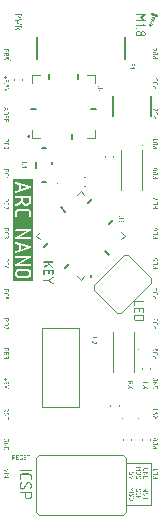
<source format=gto>
G04*
G04 #@! TF.GenerationSoftware,Altium Limited,Altium Designer,21.5.1 (32)*
G04*
G04 Layer_Color=65535*
%FSLAX44Y44*%
%MOMM*%
G71*
G04*
G04 #@! TF.SameCoordinates,C2353FAA-8F2D-43E4-B4A7-D176906AD12A*
G04*
G04*
G04 #@! TF.FilePolarity,Positive*
G04*
G01*
G75*
%ADD10C,0.1000*%
%ADD11C,0.2500*%
%ADD12C,0.2000*%
%ADD13C,0.1270*%
%ADD14C,0.1500*%
G36*
X149277Y428772D02*
X149677Y428774D01*
X149694Y428770D01*
X149707Y428758D01*
X149719Y428737D01*
X149738Y428730D01*
X149805Y428735D01*
X149829Y428716D01*
X149841Y428695D01*
X149896Y428690D01*
X149908Y428678D01*
X149921Y428657D01*
X149927Y428651D01*
X150005Y428653D01*
X150019Y428646D01*
X150030Y428636D01*
X150042Y428615D01*
X150061Y428609D01*
X150074Y428613D01*
X150099Y428609D01*
X150105Y428602D01*
X150118Y428581D01*
X150128Y428571D01*
X150156Y428569D01*
X150181Y428573D01*
X150200Y428575D01*
X150212Y428571D01*
X150221Y428567D01*
X150227Y428560D01*
X150239Y428540D01*
X150246Y428533D01*
X150263Y428529D01*
X150288Y428533D01*
X150307Y428523D01*
X150321Y428495D01*
X150342Y428487D01*
X150409Y428491D01*
X150428Y428481D01*
X150443Y428453D01*
X150460Y428449D01*
X150502Y428445D01*
X150512Y428435D01*
X150525Y428414D01*
X150548Y428407D01*
X150615Y428411D01*
X150623Y428403D01*
X150630Y428401D01*
X150644Y428374D01*
X150661Y428370D01*
X150703Y428365D01*
X150714Y428355D01*
X150726Y428334D01*
X150745Y428328D01*
X150770Y428332D01*
X150791Y428319D01*
X150806Y428296D01*
X150812Y428290D01*
X150841Y428286D01*
X150858Y428290D01*
X150904Y428286D01*
X150911Y428279D01*
X150915Y428271D01*
X150934Y428248D01*
X151011Y428250D01*
X151026Y428244D01*
X151037Y428233D01*
X151049Y428212D01*
X151068Y428206D01*
X151081Y428210D01*
X151106Y428206D01*
X151112Y428200D01*
X151127Y428172D01*
X151143Y428168D01*
X151185Y428164D01*
X151196Y428154D01*
X151208Y428133D01*
X151227Y428126D01*
X151294Y428130D01*
X151318Y428112D01*
X151330Y428091D01*
X151385Y428087D01*
X151397Y428074D01*
X151410Y428053D01*
X151416Y428047D01*
X151471Y428042D01*
X151477Y428036D01*
X151489Y428015D01*
X151496Y428009D01*
X151512Y428005D01*
X151580Y428009D01*
X151599Y427994D01*
X151611Y427973D01*
X151617Y427967D01*
X151672Y427963D01*
X151693Y427929D01*
X151710Y427925D01*
X151781Y427929D01*
X151800Y427915D01*
X151810Y427891D01*
X151827Y427887D01*
X151869Y427883D01*
X151880Y427873D01*
X151884Y427864D01*
X151894Y427850D01*
X151911Y427845D01*
X151980Y427847D01*
X151997Y427839D01*
X152014Y427810D01*
X152033Y427803D01*
X152045Y427808D01*
X152070Y427803D01*
X152081Y427793D01*
X152093Y427772D01*
X152100Y427766D01*
X152154Y427761D01*
X152161Y427755D01*
X152173Y427734D01*
X152179Y427728D01*
X152196Y427724D01*
X152263Y427728D01*
X152282Y427713D01*
X152295Y427692D01*
X152301Y427686D01*
X152355Y427682D01*
X152376Y427648D01*
X152393Y427644D01*
X152463Y427646D01*
X152477Y427640D01*
X152484Y427634D01*
X152494Y427610D01*
X152519Y427602D01*
X152532Y427606D01*
X152553Y427602D01*
X152567Y427587D01*
X152578Y427569D01*
X152611Y427560D01*
X152624Y427564D01*
X152658Y427569D01*
X152681Y427558D01*
X152685Y427550D01*
X152699Y427527D01*
X152716Y427522D01*
X152746Y427527D01*
X152765Y427512D01*
X152777Y427491D01*
X152783Y427485D01*
X152838Y427480D01*
X152844Y427474D01*
X152857Y427453D01*
X152867Y427443D01*
X152945Y427445D01*
X152959Y427439D01*
X152966Y427432D01*
X152978Y427411D01*
X152985Y427405D01*
X153004Y427403D01*
X153031Y427405D01*
X153046Y427394D01*
X153060Y427367D01*
X153094Y427359D01*
X153106Y427363D01*
X153140Y427367D01*
X153167Y427352D01*
X153182Y427325D01*
X153199Y427321D01*
X153228Y427325D01*
X153251Y427306D01*
X153264Y427285D01*
X153287Y427279D01*
X153341Y427283D01*
X153358Y427279D01*
X153373Y427264D01*
X153383Y427245D01*
X153400Y427241D01*
X153442Y427237D01*
X153452Y427227D01*
X153457Y427214D01*
X153467Y427204D01*
X153486Y427201D01*
X153513Y427204D01*
X153528Y427193D01*
X153542Y427166D01*
X153576Y427157D01*
X153589Y427162D01*
X153622Y427166D01*
X153650Y427151D01*
X153662Y427130D01*
X153668Y427124D01*
X153685Y427120D01*
X153710Y427124D01*
X153729Y427113D01*
X153744Y427086D01*
X153765Y427078D01*
X153832Y427082D01*
X153851Y427071D01*
X153865Y427044D01*
X153882Y427040D01*
X153924Y427036D01*
X153935Y427025D01*
X153947Y427004D01*
X153966Y426998D01*
X154038Y427002D01*
X154056Y426983D01*
X154061Y426975D01*
X154075Y426960D01*
X154084Y426956D01*
X154098Y426941D01*
X154109Y426923D01*
X154125Y426918D01*
X154155Y426923D01*
X154174Y426908D01*
X154186Y426887D01*
X154193Y426881D01*
X154247Y426876D01*
X154258Y426866D01*
X154262Y426811D01*
X154272Y426801D01*
X154293Y426788D01*
X154310Y426763D01*
X154319Y426759D01*
X154333Y426749D01*
X154337Y426740D01*
X154348Y426725D01*
X154356Y426721D01*
X154365Y426713D01*
X154371Y426711D01*
X154375Y426702D01*
X154383Y426694D01*
X154388Y426686D01*
X154402Y426675D01*
X154413Y426669D01*
X154417Y426660D01*
X154432Y426642D01*
X154453Y426629D01*
X154459Y426623D01*
X154463Y426568D01*
X154469Y426562D01*
X154490Y426549D01*
X154501Y426539D01*
X154499Y426461D01*
X154505Y426446D01*
X154511Y426440D01*
X154532Y426428D01*
X154539Y426421D01*
X154543Y426392D01*
X154539Y426363D01*
X154543Y426329D01*
X154553Y426319D01*
X154574Y426306D01*
X154581Y426300D01*
X154576Y425926D01*
X154566Y425916D01*
X154545Y425903D01*
X154539Y425885D01*
X154541Y425778D01*
X154535Y425763D01*
X154528Y425757D01*
X154507Y425744D01*
X154501Y425738D01*
X154497Y425721D01*
X154501Y425654D01*
X154486Y425635D01*
X154465Y425622D01*
X154459Y425616D01*
X154455Y425561D01*
X154448Y425555D01*
X154428Y425543D01*
X154421Y425536D01*
X154417Y425520D01*
X154421Y425494D01*
X154411Y425476D01*
X154381Y425459D01*
X154377Y425404D01*
X154365Y425392D01*
X154344Y425379D01*
X154337Y425373D01*
X154333Y425318D01*
X154308Y425302D01*
X154300Y425293D01*
X154295Y425285D01*
X154281Y425270D01*
X154272Y425266D01*
X154258Y425251D01*
X154254Y425243D01*
X154239Y425228D01*
X154230Y425224D01*
X154220Y425213D01*
X154216Y425205D01*
X154201Y425190D01*
X154193Y425186D01*
X154178Y425171D01*
X154174Y425163D01*
X154159Y425148D01*
X154151Y425144D01*
X154136Y425130D01*
X154132Y425121D01*
X154117Y425106D01*
X154109Y425102D01*
X154098Y425092D01*
X154094Y425083D01*
X154079Y425069D01*
X154071Y425065D01*
X154056Y425050D01*
X154046Y425031D01*
X154029Y425027D01*
X153987Y425023D01*
X153977Y425012D01*
X153964Y424991D01*
X153941Y424985D01*
X153928Y424989D01*
X153907Y424985D01*
X153901Y424978D01*
X153886Y424951D01*
X153853Y424943D01*
X153836Y424947D01*
X153807Y424951D01*
X153794Y424947D01*
X153786Y424943D01*
X153779Y424937D01*
X153775Y424928D01*
X153761Y424909D01*
X153744Y424905D01*
X153691Y424907D01*
X153635Y424905D01*
X153622Y424909D01*
X153589Y424905D01*
X153574Y424890D01*
X153561Y424869D01*
X153538Y424863D01*
X153509Y424867D01*
X153480Y424863D01*
X153459Y424876D01*
X153444Y424899D01*
X153438Y424905D01*
X153421Y424909D01*
X153341Y424905D01*
X153324Y424909D01*
X153295Y424905D01*
X153266Y424909D01*
X153251Y424924D01*
X153241Y424943D01*
X153211Y424951D01*
X153194Y424947D01*
X153163Y424945D01*
X153146Y424949D01*
X153138Y424953D01*
X153134Y424962D01*
X153119Y424985D01*
X153102Y424989D01*
X153075Y424987D01*
X153060Y424993D01*
X153050Y425004D01*
X153046Y425016D01*
X153035Y425027D01*
X153006Y425031D01*
X152976Y425027D01*
X152943Y425031D01*
X152932Y425041D01*
X152928Y425050D01*
X152918Y425065D01*
X152901Y425069D01*
X152859Y425073D01*
X152853Y425079D01*
X152840Y425100D01*
X152834Y425106D01*
X152817Y425111D01*
X152750Y425106D01*
X152731Y425121D01*
X152718Y425142D01*
X152712Y425148D01*
X152658Y425153D01*
X152651Y425159D01*
X152639Y425180D01*
X152628Y425190D01*
X152546Y425188D01*
X152530Y425201D01*
X152517Y425222D01*
X152511Y425228D01*
X152456Y425232D01*
X152450Y425238D01*
X152435Y425266D01*
X152418Y425270D01*
X152349Y425268D01*
X152335Y425274D01*
X152328Y425280D01*
X152318Y425304D01*
X152297Y425312D01*
X152268Y425308D01*
X152244Y425327D01*
X152232Y425348D01*
X152177Y425352D01*
X152169Y425360D01*
X152165Y425369D01*
X152150Y425387D01*
X152133Y425392D01*
X152066Y425387D01*
X152043Y425406D01*
X152039Y425419D01*
X152028Y425429D01*
X151974Y425434D01*
X151968Y425440D01*
X151955Y425461D01*
X151945Y425471D01*
X151867Y425469D01*
X151852Y425476D01*
X151846Y425482D01*
X151833Y425503D01*
X151827Y425509D01*
X151810Y425513D01*
X151793Y425509D01*
X151772Y425513D01*
X151766Y425520D01*
X151752Y425547D01*
X151722Y425555D01*
X151693Y425551D01*
X151676Y425547D01*
X151664Y425551D01*
X151645Y425561D01*
X151630Y425589D01*
X151613Y425593D01*
X151582Y425591D01*
X151567Y425601D01*
X151561Y425608D01*
X151548Y425629D01*
X151498Y425633D01*
X151483Y425643D01*
X151468Y425666D01*
X151462Y425673D01*
X151385Y425671D01*
X151370Y425677D01*
X151359Y425687D01*
X151347Y425708D01*
X151328Y425715D01*
X151311Y425710D01*
X151290Y425715D01*
X151284Y425721D01*
X151269Y425748D01*
X151240Y425757D01*
X151210Y425752D01*
X151194Y425748D01*
X151177Y425752D01*
X151169Y425757D01*
X151162Y425763D01*
X151150Y425784D01*
X151143Y425790D01*
X151127Y425794D01*
X151099Y425792D01*
X151085Y425798D01*
X151064Y425832D01*
X151009Y425836D01*
X150999Y425847D01*
X150986Y425868D01*
X150967Y425874D01*
X150902Y425872D01*
X150888Y425878D01*
X150877Y425889D01*
X150864Y425910D01*
X150841Y425916D01*
X150829Y425912D01*
X150808Y425916D01*
X150797Y425926D01*
X150785Y425947D01*
X150779Y425954D01*
X150749Y425958D01*
X150737Y425954D01*
X150707Y425950D01*
X150695Y425954D01*
X150686Y425958D01*
X150676Y425968D01*
X150663Y425989D01*
X150644Y425996D01*
X150617Y425993D01*
X150602Y426000D01*
X150586Y426029D01*
X150565Y426038D01*
X150498Y426033D01*
X150479Y426044D01*
X150474Y426052D01*
X150456Y426075D01*
X150401Y426079D01*
X150380Y426113D01*
X150351Y426117D01*
X150309Y426113D01*
X150284Y426117D01*
X150277Y426124D01*
X150263Y426151D01*
X150246Y426155D01*
X150204Y426159D01*
X150193Y426170D01*
X150181Y426191D01*
X150162Y426197D01*
X150135Y426195D01*
X150120Y426201D01*
X150114Y426208D01*
X150101Y426228D01*
X150095Y426235D01*
X150065Y426239D01*
X150036Y426235D01*
X150003Y426239D01*
X149992Y426249D01*
X149979Y426270D01*
X149973Y426277D01*
X149919Y426281D01*
X149912Y426287D01*
X149900Y426308D01*
X149894Y426314D01*
X149877Y426319D01*
X149810Y426314D01*
X149791Y426329D01*
X149778Y426350D01*
X149772Y426356D01*
X149717Y426361D01*
X149696Y426394D01*
X149680Y426398D01*
X149610Y426396D01*
X149596Y426403D01*
X149575Y426436D01*
X149520Y426440D01*
X149510Y426451D01*
X149497Y426472D01*
X149478Y426478D01*
X149436Y426482D01*
X149430Y426488D01*
X149417Y426509D01*
X149411Y426516D01*
X149394Y426520D01*
X149327Y426516D01*
X149308Y426530D01*
X149296Y426551D01*
X149290Y426558D01*
X149235Y426562D01*
X149229Y426568D01*
X149218Y426591D01*
X149210Y426595D01*
X149197Y426600D01*
X149126Y426595D01*
X149107Y426610D01*
X149094Y426631D01*
X149088Y426637D01*
X149034Y426642D01*
X149013Y426675D01*
X148996Y426679D01*
X148954Y426684D01*
X148944Y426694D01*
X148939Y426707D01*
X148929Y426717D01*
X148912Y426721D01*
X148895Y426717D01*
X148874Y426721D01*
X148868Y426727D01*
X148853Y426755D01*
X148836Y426759D01*
X148795Y426763D01*
X148784Y426774D01*
X148780Y426782D01*
X148774Y426792D01*
X148765Y426797D01*
X148746Y426811D01*
X148742Y426820D01*
X148719Y426843D01*
X148711Y426847D01*
X148704Y426853D01*
X148700Y426862D01*
X148681Y426881D01*
X148673Y426885D01*
X148663Y426895D01*
X148658Y426904D01*
X148639Y426923D01*
X148631Y426927D01*
X148625Y426933D01*
X148621Y426941D01*
X148610Y426956D01*
X148606D01*
X148583Y426975D01*
X148579Y426992D01*
X148583Y427009D01*
X148579Y427029D01*
X148553Y427046D01*
X148541Y427059D01*
X148537Y427067D01*
X148522Y427082D01*
X148514Y427086D01*
X148499Y427101D01*
X148501Y427178D01*
X148495Y427193D01*
X148470Y427210D01*
X148461Y427218D01*
X148457Y427235D01*
X148461Y427302D01*
X148447Y427321D01*
X148426Y427334D01*
X148419Y427340D01*
X148423Y427835D01*
X148434Y427845D01*
X148455Y427858D01*
X148461Y427864D01*
X148465Y427919D01*
X148499Y427940D01*
X148503Y427969D01*
X148499Y428011D01*
X148503Y428036D01*
X148509Y428042D01*
X148530Y428055D01*
X148541Y428065D01*
X148543Y428093D01*
X148539Y428118D01*
X148537Y428137D01*
X148551Y428164D01*
X148572Y428177D01*
X148579Y428183D01*
X148583Y428200D01*
X148579Y428225D01*
X148597Y428248D01*
X148606Y428252D01*
X148621Y428267D01*
X148625Y428275D01*
X148639Y428290D01*
X148658Y428300D01*
X148663Y428317D01*
X148667Y428359D01*
X148673Y428365D01*
X148681Y428370D01*
X148696Y428380D01*
X148700Y428388D01*
X148709Y428397D01*
X148711Y428403D01*
X148719Y428407D01*
X148728Y428416D01*
X148736Y428420D01*
X148753Y428445D01*
X148761Y428449D01*
X148769Y428458D01*
X148776Y428460D01*
X148780Y428468D01*
X148788Y428477D01*
X148792Y428485D01*
X148818Y428502D01*
X148822Y428510D01*
X148830Y428518D01*
X148832Y428525D01*
X148841Y428529D01*
X148849Y428537D01*
X148857Y428542D01*
X148874Y428567D01*
X148883Y428571D01*
X148902Y428586D01*
X148914Y428607D01*
X148933Y428613D01*
X148960Y428611D01*
X148975Y428617D01*
X148992Y428642D01*
X149000Y428651D01*
X149009Y428655D01*
X149023Y428670D01*
X149027Y428678D01*
X149034Y428688D01*
X149051Y428693D01*
X149092Y428697D01*
X149103Y428707D01*
X149115Y428728D01*
X149134Y428735D01*
X149201Y428730D01*
X149225Y428749D01*
X149235Y428768D01*
X149264Y428777D01*
X149277Y428772D01*
D02*
G37*
G36*
X150460Y425668D02*
X150470Y425658D01*
X150474Y425650D01*
X150485Y425635D01*
X150502Y425631D01*
X150571Y425633D01*
X150588Y425624D01*
X150592Y425616D01*
X150606Y425593D01*
X150625Y425591D01*
X150653Y425593D01*
X150672Y425578D01*
X150684Y425557D01*
X150690Y425551D01*
X150720Y425547D01*
X150732Y425551D01*
X150766Y425555D01*
X150787Y425543D01*
X150793Y425536D01*
X150806Y425515D01*
X150825Y425509D01*
X150854Y425513D01*
X150873Y425499D01*
X150885Y425478D01*
X150892Y425471D01*
X150921Y425467D01*
X150938Y425471D01*
X150984Y425467D01*
X150995Y425457D01*
X151007Y425436D01*
X151013Y425429D01*
X151068Y425425D01*
X151074Y425419D01*
X151085Y425396D01*
X151106Y425387D01*
X151122Y425392D01*
X151143Y425387D01*
X151158Y425373D01*
X151169Y425354D01*
X151202Y425345D01*
X151215Y425350D01*
X151248Y425354D01*
X151271Y425343D01*
X151276Y425335D01*
X151290Y425312D01*
X151307Y425308D01*
X151336Y425312D01*
X151355Y425297D01*
X151368Y425276D01*
X151374Y425270D01*
X151429Y425266D01*
X151435Y425260D01*
X151450Y425232D01*
X151466Y425228D01*
X151508Y425224D01*
X151519Y425213D01*
X151523Y425205D01*
X151542Y425186D01*
X151550Y425182D01*
X151557Y425176D01*
X151561Y425167D01*
X151575Y425148D01*
X151630Y425144D01*
X151636Y425138D01*
X151640Y425130D01*
X151655Y425111D01*
X151664Y425106D01*
X151682Y425088D01*
X151687Y425079D01*
X151697Y425069D01*
X151705Y425065D01*
X151724Y425046D01*
X151728Y425037D01*
X151735Y425031D01*
X151743Y425027D01*
X151762Y425012D01*
X151766Y424958D01*
X151772Y424951D01*
X151793Y424939D01*
X151800Y424932D01*
X151804Y424924D01*
X151823Y424905D01*
X151831Y424901D01*
X151842Y424890D01*
X151846Y424836D01*
X151880Y424815D01*
X151884Y424798D01*
X151882Y424729D01*
X151888Y424714D01*
X151913Y424697D01*
X151922Y424689D01*
X151926Y424672D01*
X151922Y424618D01*
X151926Y424517D01*
X151936Y424507D01*
X151957Y424494D01*
X151963Y424488D01*
X151959Y424316D01*
X151949Y424305D01*
X151928Y424293D01*
X151922Y424274D01*
X151924Y424167D01*
X151917Y424152D01*
X151911Y424146D01*
X151890Y424133D01*
X151884Y424127D01*
X151880Y424098D01*
X151884Y424068D01*
X151880Y424035D01*
X151869Y424024D01*
X151848Y424012D01*
X151842Y424005D01*
X151838Y423951D01*
X151831Y423945D01*
X151810Y423932D01*
X151804Y423926D01*
X151800Y423909D01*
X151804Y423842D01*
X151789Y423823D01*
X151768Y423810D01*
X151762Y423804D01*
X151758Y423750D01*
X151752Y423743D01*
X151731Y423731D01*
X151720Y423720D01*
X151722Y423643D01*
X151716Y423628D01*
X151710Y423622D01*
X151689Y423609D01*
X151682Y423603D01*
X151678Y423548D01*
X151672Y423542D01*
X151645Y423527D01*
X151640Y423511D01*
Y423506D01*
Y423502D01*
X151636Y423469D01*
X151626Y423458D01*
X151605Y423446D01*
X151599Y423427D01*
X151603Y423359D01*
X151584Y423336D01*
X151563Y423324D01*
X151559Y423269D01*
X151550Y423261D01*
X151542Y423257D01*
X151523Y423242D01*
X151519Y423225D01*
X151523Y423158D01*
X151508Y423139D01*
X151487Y423127D01*
X151481Y423120D01*
X151477Y423066D01*
X151471Y423060D01*
X151450Y423047D01*
X151439Y423036D01*
X151441Y422963D01*
X151437Y422946D01*
X151429Y422938D01*
X151408Y422925D01*
X151401Y422919D01*
X151397Y422902D01*
X151401Y422886D01*
X151397Y422865D01*
X151391Y422858D01*
X151364Y422844D01*
X151355Y422814D01*
X151359Y422785D01*
X151362Y422766D01*
X151357Y422749D01*
X151349Y422737D01*
X151322Y422722D01*
X151318Y422705D01*
X151320Y422678D01*
X151313Y422663D01*
X151303Y422653D01*
X151282Y422640D01*
X151276Y422617D01*
X151280Y422604D01*
X151276Y422584D01*
X151265Y422573D01*
X151248Y422569D01*
X151215Y422573D01*
X151200Y422588D01*
X151196Y422596D01*
X151181Y422611D01*
X151173Y422615D01*
X151158Y422630D01*
X151154Y422638D01*
X151143Y422649D01*
X151135Y422653D01*
X151116Y422672D01*
X151112Y422680D01*
X151102Y422691D01*
X151093Y422695D01*
X151078Y422709D01*
X151074Y422718D01*
X151060Y422733D01*
X151051Y422737D01*
X151037Y422751D01*
X151032Y422760D01*
X151022Y422770D01*
X151013Y422774D01*
X150995Y422793D01*
X150990Y422802D01*
X150980Y422812D01*
X150971Y422816D01*
X150957Y422831D01*
X150953Y422839D01*
X150942Y422850D01*
X150934Y422854D01*
X150915Y422873D01*
X150911Y422881D01*
X150900Y422892D01*
X150892Y422896D01*
X150877Y422911D01*
X150873Y422919D01*
X150858Y422934D01*
X150850Y422938D01*
X150835Y422953D01*
X150831Y422961D01*
X150821Y422971D01*
X150812Y422976D01*
X150793Y422995D01*
X150789Y423003D01*
X150779Y423013D01*
X150770Y423018D01*
X150755Y423032D01*
X150751Y423041D01*
X150737Y423055D01*
X150728Y423060D01*
X150714Y423074D01*
X150709Y423083D01*
X150699Y423093D01*
X150690Y423097D01*
X150676Y423112D01*
X150672Y423120D01*
X150665Y423131D01*
X150648Y423135D01*
X150606Y423139D01*
X150596Y423150D01*
X150592Y423158D01*
X150586Y423169D01*
X150577Y423173D01*
X150554Y423192D01*
X150550Y423200D01*
X150531Y423219D01*
X150523Y423223D01*
X150516Y423229D01*
X150512Y423238D01*
X150493Y423257D01*
X150485Y423261D01*
X150474Y423271D01*
X150470Y423280D01*
X150451Y423299D01*
X150443Y423303D01*
X150437Y423309D01*
X150433Y423318D01*
X150409Y423341D01*
X150401Y423345D01*
X150395Y423351D01*
X150391Y423359D01*
X150372Y423378D01*
X150363Y423383D01*
X150357Y423389D01*
X150353Y423397D01*
X150330Y423420D01*
X150321Y423424D01*
X150315Y423431D01*
X150311Y423439D01*
X150292Y423458D01*
X150284Y423462D01*
X150273Y423473D01*
X150269Y423481D01*
X150250Y423500D01*
X150242Y423504D01*
X150235Y423511D01*
X150231Y423519D01*
X150208Y423542D01*
X150200Y423546D01*
X150193Y423552D01*
X150189Y423561D01*
X150170Y423580D01*
X150162Y423584D01*
X150156Y423590D01*
X150152Y423599D01*
X150128Y423622D01*
X150120Y423626D01*
X150114Y423632D01*
X150110Y423641D01*
X150091Y423659D01*
X150082Y423664D01*
X150072Y423674D01*
X150068Y423683D01*
X150049Y423701D01*
X150040Y423706D01*
X150034Y423712D01*
X150030Y423720D01*
X150007Y423743D01*
X149998Y423747D01*
X149992Y423754D01*
X149988Y423762D01*
X149969Y423781D01*
X149961Y423785D01*
X149954Y423792D01*
X149950Y423800D01*
X149927Y423823D01*
X149919Y423827D01*
X149912Y423834D01*
X149908Y423842D01*
X149898Y423857D01*
X149881Y423861D01*
X149839Y423865D01*
X149833Y423871D01*
X149820Y423892D01*
X149814Y423899D01*
X149793Y423911D01*
X149787Y423934D01*
X149791Y423951D01*
X149787Y423968D01*
X149776Y423978D01*
X149755Y423991D01*
X149749Y423997D01*
X149736Y424018D01*
X149686Y424022D01*
X149673Y424031D01*
X149669Y424039D01*
X149654Y424058D01*
X149646Y424062D01*
X149627Y424081D01*
X149623Y424089D01*
X149613Y424100D01*
X149604Y424104D01*
X149585Y424123D01*
X149581Y424131D01*
X149575Y424138D01*
X149566Y424142D01*
X149543Y424165D01*
X149539Y424173D01*
X149533Y424179D01*
X149524Y424184D01*
X149506Y424203D01*
X149501Y424211D01*
X149491Y424221D01*
X149482Y424226D01*
X149464Y424244D01*
X149459Y424253D01*
X149453Y424259D01*
X149445Y424263D01*
X149426Y424282D01*
X149422Y424291D01*
X149411Y424301D01*
X149403Y424305D01*
X149384Y424324D01*
X149380Y424333D01*
X149373Y424339D01*
X149365Y424343D01*
X149342Y424366D01*
X149338Y424375D01*
X149332Y424381D01*
X149323Y424385D01*
X149304Y424404D01*
X149300Y424412D01*
X149290Y424423D01*
X149281Y424427D01*
X149262Y424446D01*
X149258Y424454D01*
X149252Y424460D01*
X149243Y424465D01*
X149225Y424484D01*
X149220Y424492D01*
X149210Y424502D01*
X149201Y424507D01*
X149183Y424525D01*
X149178Y424534D01*
X149168Y424544D01*
X149147Y424557D01*
X149143Y424574D01*
X149141Y424580D01*
X149145Y424593D01*
X149143Y424637D01*
X149151Y424658D01*
X149180Y424674D01*
X149187Y424693D01*
X149183Y424723D01*
X149201Y424746D01*
X149222Y424758D01*
X149227Y424775D01*
X149229Y424794D01*
X149225Y424807D01*
X149229Y424853D01*
X149243Y424867D01*
X149262Y424878D01*
X149267Y424895D01*
X149271Y424937D01*
X149281Y424947D01*
X149302Y424960D01*
X149308Y424983D01*
X149304Y425037D01*
X149308Y425054D01*
X149323Y425069D01*
X149344Y425081D01*
X149348Y425136D01*
X149357Y425144D01*
X149378Y425157D01*
X149384Y425163D01*
X149388Y425180D01*
X149384Y425205D01*
X149394Y425224D01*
X149424Y425241D01*
X149428Y425295D01*
X149440Y425308D01*
X149461Y425320D01*
X149478Y425345D01*
X149487Y425350D01*
X149501Y425360D01*
X149506Y425369D01*
X149514Y425377D01*
X149516Y425383D01*
X149524Y425387D01*
X149533Y425396D01*
X149541Y425400D01*
X149558Y425425D01*
X149566Y425429D01*
X149575Y425438D01*
X149581Y425440D01*
X149585Y425448D01*
X149594Y425457D01*
X149598Y425465D01*
X149623Y425482D01*
X149627Y425490D01*
X149642Y425509D01*
X149659Y425513D01*
X149675Y425509D01*
X149696Y425513D01*
X149703Y425520D01*
X149715Y425541D01*
X149726Y425551D01*
X149734Y425555D01*
X149749Y425570D01*
X149753Y425578D01*
X149768Y425593D01*
X149803Y425591D01*
X149818Y425597D01*
X149829Y425608D01*
X149841Y425629D01*
X149864Y425635D01*
X149919Y425631D01*
X149936Y425635D01*
X149950Y425650D01*
X149961Y425668D01*
X149977Y425673D01*
X150460Y425668D01*
D02*
G37*
G36*
X148902Y423930D02*
X148906Y423922D01*
X148925Y423899D01*
X148939Y423888D01*
X148944Y423880D01*
X148967Y423857D01*
X148975Y423852D01*
X148981Y423846D01*
X148986Y423838D01*
X148992Y423827D01*
X149000Y423823D01*
X149009Y423815D01*
X149017Y423810D01*
X149027Y423796D01*
X149034Y423785D01*
X149042Y423781D01*
X149061Y423766D01*
X149065Y423758D01*
X149076Y423743D01*
X149084Y423739D01*
X149099Y423729D01*
X149103Y423720D01*
X149111Y423712D01*
X149113Y423706D01*
X149122Y423701D01*
X149130Y423693D01*
X149138Y423689D01*
X149149Y423674D01*
X149168Y423655D01*
X149176Y423651D01*
X149191Y423632D01*
X149193Y423626D01*
X149201Y423622D01*
X149210Y423613D01*
X149218Y423609D01*
X149239Y423584D01*
X149248Y423576D01*
X149256Y423571D01*
X149262Y423565D01*
X149267Y423557D01*
X149277Y423542D01*
X149285Y423538D01*
X149300Y423527D01*
X149304Y423519D01*
X149313Y423511D01*
X149315Y423504D01*
X149323Y423500D01*
X149332Y423492D01*
X149340Y423487D01*
X149361Y423462D01*
X149369Y423454D01*
X149378Y423450D01*
X149388Y423435D01*
X149394Y423424D01*
X149403Y423420D01*
X149411Y423412D01*
X149420Y423408D01*
X149430Y423393D01*
X149436Y423383D01*
X149445Y423378D01*
X149464Y423364D01*
X149468Y423355D01*
X149478Y423341D01*
X149487Y423336D01*
X149501Y423326D01*
X149506Y423318D01*
X149514Y423309D01*
X149516Y423303D01*
X149524Y423299D01*
X149533Y423290D01*
X149541Y423286D01*
X149552Y423271D01*
X149571Y423252D01*
X149579Y423248D01*
X149589Y423234D01*
X149596Y423223D01*
X149604Y423219D01*
X149613Y423211D01*
X149621Y423206D01*
X149631Y423192D01*
X149638Y423181D01*
X149646Y423177D01*
X149654Y423169D01*
X149663Y423164D01*
X149680Y423139D01*
X149688Y423135D01*
X149703Y423125D01*
X149707Y423116D01*
X149715Y423108D01*
X149717Y423102D01*
X149726Y423097D01*
X149734Y423089D01*
X149742Y423085D01*
X149759Y423060D01*
X149772Y423055D01*
X149818Y423051D01*
X149824Y423045D01*
X149837Y423024D01*
X149843Y423018D01*
X149852Y423013D01*
X149870Y422995D01*
X149875Y422986D01*
X149885Y422976D01*
X149894Y422971D01*
X149912Y422953D01*
X149917Y422944D01*
X149927Y422934D01*
X149936Y422930D01*
X149950Y422915D01*
X149954Y422906D01*
X149965Y422896D01*
X149973Y422892D01*
X149992Y422873D01*
X149996Y422865D01*
X150007Y422854D01*
X150015Y422850D01*
X150030Y422835D01*
X150034Y422827D01*
X150044Y422816D01*
X150053Y422812D01*
X150072Y422793D01*
X150076Y422785D01*
X150086Y422774D01*
X150095Y422770D01*
X150110Y422756D01*
X150114Y422747D01*
X150128Y422733D01*
X150137Y422728D01*
X150152Y422714D01*
X150156Y422705D01*
X150166Y422695D01*
X150175Y422691D01*
X150193Y422672D01*
X150198Y422663D01*
X150208Y422653D01*
X150217Y422649D01*
X150231Y422634D01*
X150235Y422626D01*
X150246Y422615D01*
X150254Y422611D01*
X150273Y422592D01*
X150277Y422584D01*
X150288Y422573D01*
X150296Y422569D01*
X150311Y422554D01*
X150315Y422546D01*
X150330Y422531D01*
X150338Y422527D01*
X150353Y422512D01*
X150357Y422504D01*
X150367Y422493D01*
X150376Y422489D01*
X150395Y422470D01*
X150399Y422462D01*
X150409Y422452D01*
X150418Y422447D01*
X150433Y422433D01*
X150437Y422424D01*
X150447Y422414D01*
X150456Y422410D01*
X150474Y422391D01*
X150479Y422382D01*
X150489Y422372D01*
X150498Y422368D01*
X150512Y422353D01*
X150516Y422345D01*
X150531Y422330D01*
X150539Y422326D01*
X150554Y422311D01*
X150558Y422303D01*
X150573Y422288D01*
X150613Y422290D01*
X150627Y422280D01*
X150634Y422273D01*
X150638Y422265D01*
X150657Y422246D01*
X150665Y422242D01*
X150672Y422235D01*
X150676Y422227D01*
X150695Y422208D01*
X150703Y422204D01*
X150714Y422193D01*
X150718Y422185D01*
X150737Y422166D01*
X150745Y422162D01*
X150751Y422156D01*
X150755Y422147D01*
X150779Y422124D01*
X150787Y422120D01*
X150793Y422114D01*
X150797Y422105D01*
X150816Y422086D01*
X150825Y422082D01*
X150835Y422072D01*
X150839Y422063D01*
X150858Y422045D01*
X150867Y422040D01*
X150873Y422034D01*
X150877Y422026D01*
X150896Y422007D01*
X150904Y422003D01*
X150915Y421992D01*
X150919Y421984D01*
X150938Y421965D01*
X150946Y421961D01*
X150953Y421954D01*
X150957Y421946D01*
X150971Y421931D01*
X150992Y421919D01*
X150999Y421904D01*
X150984Y421885D01*
X150971Y421881D01*
X150957Y421870D01*
X150953Y421841D01*
X150957Y421824D01*
X150959Y421801D01*
X150955Y421780D01*
X150942Y421768D01*
X150921Y421755D01*
X150915Y421736D01*
X150911Y421694D01*
X150904Y421688D01*
X150883Y421675D01*
X150877Y421669D01*
X150873Y421652D01*
X150877Y421585D01*
X150862Y421566D01*
X150841Y421554D01*
X150835Y421548D01*
X150831Y421493D01*
X150797Y421472D01*
X150793Y421447D01*
X150797Y421434D01*
X150793Y421418D01*
X150783Y421407D01*
X150762Y421395D01*
X150755Y421388D01*
X150751Y421359D01*
X150755Y421342D01*
X150758Y421319D01*
X150753Y421298D01*
X150741Y421285D01*
X150720Y421273D01*
X150714Y421267D01*
X150718Y421216D01*
X150711Y421206D01*
X150695Y421202D01*
X150680Y421208D01*
X150676Y421216D01*
X150657Y421239D01*
X150634Y421262D01*
X150630Y421271D01*
X150619Y421281D01*
X150611Y421285D01*
X150592Y421304D01*
X150588Y421313D01*
X150581Y421319D01*
X150573Y421323D01*
X150550Y421346D01*
X150546Y421355D01*
X150539Y421361D01*
X150531Y421365D01*
X150512Y421384D01*
X150508Y421392D01*
X150498Y421403D01*
X150489Y421407D01*
X150470Y421426D01*
X150466Y421434D01*
X150460Y421441D01*
X150451Y421445D01*
X150433Y421464D01*
X150428Y421472D01*
X150418Y421483D01*
X150409Y421487D01*
X150391Y421506D01*
X150386Y421514D01*
X150380Y421520D01*
X150372Y421525D01*
X150349Y421548D01*
X150344Y421556D01*
X150338Y421562D01*
X150330Y421566D01*
X150311Y421585D01*
X150307Y421594D01*
X150296Y421604D01*
X150288Y421608D01*
X150269Y421627D01*
X150265Y421636D01*
X150258Y421642D01*
X150250Y421646D01*
X150231Y421665D01*
X150227Y421673D01*
X150217Y421684D01*
X150208Y421688D01*
X150189Y421707D01*
X150185Y421715D01*
X150179Y421722D01*
X150170Y421726D01*
X150147Y421749D01*
X150143Y421757D01*
X150137Y421764D01*
X150128Y421768D01*
X150110Y421787D01*
X150105Y421795D01*
X150095Y421805D01*
X150086Y421810D01*
X150068Y421829D01*
X150063Y421837D01*
X150057Y421843D01*
X150049Y421847D01*
X150030Y421866D01*
X150026Y421875D01*
X150015Y421885D01*
X150007Y421889D01*
X149988Y421908D01*
X149984Y421917D01*
X149973Y421927D01*
X149919Y421931D01*
X149902Y421956D01*
X149889Y421969D01*
X149881Y421973D01*
X149870Y421984D01*
X149866Y421992D01*
X149852Y422007D01*
X149843Y422011D01*
X149829Y422026D01*
X149824Y422034D01*
X149810Y422049D01*
X149801Y422053D01*
X149791Y422063D01*
X149787Y422072D01*
X149768Y422091D01*
X149759Y422095D01*
X149749Y422105D01*
X149745Y422114D01*
X149740Y422118D01*
X149738Y422120D01*
X149730Y422128D01*
X149721Y422133D01*
X149707Y422147D01*
X149703Y422156D01*
X149688Y422170D01*
X149680Y422175D01*
X149669Y422185D01*
X149665Y422193D01*
X149646Y422212D01*
X149638Y422217D01*
X149627Y422227D01*
X149623Y422235D01*
X149608Y422250D01*
X149600Y422254D01*
X149589Y422265D01*
X149585Y422273D01*
X149566Y422292D01*
X149558Y422296D01*
X149548Y422307D01*
X149543Y422315D01*
X149529Y422330D01*
X149520Y422334D01*
X149506Y422349D01*
X149501Y422357D01*
X149487Y422372D01*
X149478Y422376D01*
X149468Y422386D01*
X149464Y422395D01*
X149445Y422414D01*
X149436Y422418D01*
X149426Y422428D01*
X149422Y422437D01*
X149407Y422452D01*
X149399Y422456D01*
X149388Y422466D01*
X149384Y422475D01*
X149365Y422493D01*
X149357Y422498D01*
X149346Y422508D01*
X149342Y422517D01*
X149327Y422531D01*
X149319Y422535D01*
X149304Y422550D01*
X149300Y422558D01*
X149285Y422573D01*
X149277Y422577D01*
X149267Y422588D01*
X149262Y422596D01*
X149243Y422615D01*
X149235Y422619D01*
X149225Y422630D01*
X149220Y422638D01*
X149206Y422653D01*
X149197Y422657D01*
X149187Y422668D01*
X149183Y422676D01*
X149164Y422695D01*
X149155Y422699D01*
X149145Y422709D01*
X149134Y422728D01*
X149118Y422733D01*
X149076Y422737D01*
X149065Y422747D01*
X149053Y422768D01*
X149032Y422781D01*
X149027Y422789D01*
X149019Y422798D01*
X149015Y422806D01*
X149000Y422816D01*
X148990Y422823D01*
X148986Y422831D01*
X148977Y422839D01*
X148973Y422848D01*
X148948Y422865D01*
X148944Y422873D01*
X148933Y422888D01*
X148925Y422892D01*
X148916Y422900D01*
X148910Y422902D01*
X148906Y422911D01*
X148897Y422919D01*
X148893Y422928D01*
X148868Y422944D01*
X148864Y422953D01*
X148853Y422967D01*
X148845Y422971D01*
X148836Y422980D01*
X148830Y422982D01*
X148826Y422990D01*
X148818Y422999D01*
X148813Y423007D01*
X148788Y423028D01*
X148776Y423041D01*
X148771Y423049D01*
X148746Y423066D01*
X148742Y423074D01*
X148732Y423089D01*
X148723Y423093D01*
X148715Y423102D01*
X148709Y423104D01*
X148704Y423112D01*
X148696Y423120D01*
X148692Y423129D01*
X148667Y423146D01*
X148663Y423154D01*
X148652Y423169D01*
X148644Y423173D01*
X148635Y423181D01*
X148629Y423183D01*
X148625Y423192D01*
X148616Y423200D01*
X148612Y423209D01*
X148606Y423215D01*
X148597Y423219D01*
X148583Y423229D01*
X148579Y423246D01*
X148583Y423280D01*
X148597Y423294D01*
X148618Y423307D01*
X148623Y423362D01*
X148635Y423374D01*
X148656Y423387D01*
X148663Y423406D01*
X148660Y423475D01*
X148671Y423489D01*
X148677Y423496D01*
X148686Y423500D01*
X148700Y423511D01*
X148704Y423540D01*
X148700Y423582D01*
X148704Y423607D01*
X148711Y423613D01*
X148738Y423628D01*
X148742Y423645D01*
X148746Y423687D01*
X148757Y423697D01*
X148778Y423710D01*
X148784Y423729D01*
X148780Y423758D01*
X148795Y423777D01*
X148816Y423789D01*
X148822Y423796D01*
X148826Y423825D01*
X148822Y423842D01*
X148820Y423865D01*
X148824Y423886D01*
X148832Y423894D01*
X148841Y423899D01*
X148860Y423917D01*
X148872Y423938D01*
X148891Y423940D01*
X148902Y423930D01*
D02*
G37*
G36*
X148333Y422607D02*
X148350Y422581D01*
X148382Y422550D01*
X148386Y422542D01*
X148392Y422535D01*
X148400Y422531D01*
X148423Y422508D01*
X148428Y422500D01*
X148434Y422493D01*
X148442Y422489D01*
X148465Y422466D01*
X148470Y422458D01*
X148484Y422447D01*
X148503Y422428D01*
X148507Y422420D01*
X148514Y422414D01*
X148522Y422410D01*
X148545Y422386D01*
X148549Y422378D01*
X148555Y422372D01*
X148564Y422368D01*
X148583Y422349D01*
X148587Y422340D01*
X148593Y422334D01*
X148602Y422330D01*
X148625Y422307D01*
X148629Y422298D01*
X148635Y422292D01*
X148644Y422288D01*
X148667Y422265D01*
X148671Y422256D01*
X148686Y422246D01*
X148704Y422227D01*
X148709Y422219D01*
X148715Y422212D01*
X148723Y422208D01*
X148746Y422185D01*
X148751Y422177D01*
X148757Y422170D01*
X148765Y422166D01*
X148784Y422147D01*
X148788Y422139D01*
X148795Y422133D01*
X148803Y422128D01*
X148826Y422105D01*
X148830Y422097D01*
X148836Y422091D01*
X148845Y422086D01*
X148868Y422063D01*
X148872Y422055D01*
X148897Y422034D01*
X148906Y422026D01*
X148910Y422017D01*
X148916Y422011D01*
X148925Y422007D01*
X148948Y421984D01*
X148952Y421975D01*
X148958Y421969D01*
X148967Y421965D01*
X148986Y421946D01*
X148990Y421938D01*
X148996Y421931D01*
X149004Y421927D01*
X149019Y421917D01*
X149023Y421908D01*
X149038Y421889D01*
X149055Y421885D01*
X149080Y421889D01*
X149099Y421879D01*
X149111Y421858D01*
X149122Y421847D01*
X149130Y421843D01*
X149145Y421829D01*
X149149Y421820D01*
X149164Y421805D01*
X149172Y421801D01*
X149187Y421787D01*
X149191Y421778D01*
X149201Y421768D01*
X149210Y421764D01*
X149225Y421749D01*
X149229Y421740D01*
X149243Y421726D01*
X149252Y421722D01*
X149267Y421707D01*
X149271Y421699D01*
X149285Y421684D01*
X149294Y421680D01*
X149304Y421669D01*
X149308Y421661D01*
X149323Y421646D01*
X149332Y421642D01*
X149346Y421627D01*
X149350Y421619D01*
X149365Y421604D01*
X149373Y421600D01*
X149388Y421585D01*
X149392Y421577D01*
X149403Y421566D01*
X149411Y421562D01*
X149426Y421548D01*
X149430Y421539D01*
X149445Y421525D01*
X149453Y421520D01*
X149468Y421506D01*
X149472Y421497D01*
X149487Y421483D01*
X149495Y421478D01*
X149506Y421468D01*
X149510Y421460D01*
X149524Y421445D01*
X149533Y421441D01*
X149548Y421426D01*
X149552Y421418D01*
X149566Y421403D01*
X149575Y421399D01*
X149589Y421384D01*
X149594Y421376D01*
X149604Y421365D01*
X149613Y421361D01*
X149627Y421346D01*
X149631Y421338D01*
X149646Y421323D01*
X149654Y421319D01*
X149669Y421304D01*
X149673Y421296D01*
X149688Y421281D01*
X149696Y421277D01*
X149707Y421267D01*
X149711Y421258D01*
X149726Y421244D01*
X149734Y421239D01*
X149749Y421225D01*
X149753Y421216D01*
X149768Y421202D01*
X149776Y421197D01*
X149791Y421183D01*
X149795Y421174D01*
X149805Y421164D01*
X149814Y421160D01*
X149829Y421145D01*
X149833Y421137D01*
X149847Y421122D01*
X149856Y421118D01*
X149870Y421103D01*
X149881Y421084D01*
X149898Y421080D01*
X149927Y421084D01*
X149946Y421069D01*
X149950Y421061D01*
X149961Y421046D01*
X149969Y421042D01*
X149984Y421032D01*
X149988Y421023D01*
X149996Y421015D01*
X149998Y421009D01*
X150007Y421004D01*
X150015Y420996D01*
X150023Y420992D01*
X150034Y420977D01*
X150040Y420967D01*
X150049Y420962D01*
X150057Y420954D01*
X150065Y420950D01*
X150082Y420925D01*
X150091Y420920D01*
X150105Y420910D01*
X150110Y420902D01*
X150118Y420893D01*
X150120Y420887D01*
X150128Y420883D01*
X150137Y420874D01*
X150145Y420870D01*
X150156Y420855D01*
X150175Y420837D01*
X150183Y420832D01*
X150204Y420807D01*
X150217Y420795D01*
X150225Y420790D01*
X150246Y420765D01*
X150258Y420753D01*
X150267Y420749D01*
X150284Y420723D01*
X150292Y420719D01*
X150307Y420709D01*
X150311Y420700D01*
X150319Y420692D01*
X150321Y420686D01*
X150330Y420681D01*
X150338Y420673D01*
X150346Y420669D01*
X150367Y420644D01*
X150376Y420635D01*
X150384Y420631D01*
X150405Y420602D01*
X150414Y420598D01*
X150433Y420583D01*
X150437Y420554D01*
X150433Y420537D01*
X150422Y420522D01*
X150401Y420509D01*
X150395Y420503D01*
X150391Y420486D01*
X150395Y420419D01*
X150380Y420400D01*
X150359Y420388D01*
X150353Y420382D01*
X150349Y420327D01*
X150342Y420321D01*
X150321Y420308D01*
X150311Y420298D01*
X150313Y420220D01*
X150307Y420205D01*
X150300Y420199D01*
X150279Y420187D01*
X150273Y420180D01*
X150269Y420126D01*
X150263Y420119D01*
X150235Y420105D01*
X150231Y420088D01*
X150227Y420046D01*
X150217Y420036D01*
X150187Y420031D01*
X150166Y420036D01*
X150156Y420046D01*
X150143Y420067D01*
X150114Y420088D01*
X150110Y420096D01*
X150099Y420111D01*
X150091Y420115D01*
X150076Y420126D01*
X150072Y420134D01*
X150063Y420143D01*
X150061Y420149D01*
X150053Y420153D01*
X150044Y420161D01*
X150036Y420166D01*
X150019Y420191D01*
X150011Y420195D01*
X149996Y420205D01*
X149992Y420214D01*
X149984Y420222D01*
X149979Y420231D01*
X149954Y420247D01*
X149950Y420256D01*
X149940Y420270D01*
X149931Y420275D01*
X149923Y420283D01*
X149917Y420285D01*
X149912Y420294D01*
X149904Y420302D01*
X149900Y420310D01*
X149875Y420327D01*
X149870Y420335D01*
X149862Y420344D01*
X149860Y420350D01*
X149852Y420354D01*
X149843Y420363D01*
X149837Y420365D01*
X149833Y420373D01*
X149824Y420382D01*
X149820Y420390D01*
X149795Y420407D01*
X149791Y420415D01*
X149782Y420424D01*
X149778Y420432D01*
X149753Y420449D01*
X149749Y420457D01*
X149738Y420472D01*
X149730Y420476D01*
X149721Y420484D01*
X149715Y420486D01*
X149711Y420495D01*
X149703Y420503D01*
X149698Y420512D01*
X149673Y420528D01*
X149669Y420537D01*
X149661Y420545D01*
X149659Y420551D01*
X149650Y420556D01*
X149642Y420564D01*
X149636Y420566D01*
X149631Y420574D01*
X149623Y420583D01*
X149619Y420591D01*
X149594Y420608D01*
X149589Y420616D01*
X149581Y420625D01*
X149577Y420633D01*
X149552Y420650D01*
X149548Y420658D01*
X149537Y420673D01*
X149529Y420677D01*
X149520Y420686D01*
X149514Y420688D01*
X149510Y420696D01*
X149501Y420704D01*
X149497Y420713D01*
X149472Y420730D01*
X149468Y420738D01*
X149453Y420757D01*
X149445Y420761D01*
X149430Y420772D01*
X149417Y420793D01*
X149411Y420799D01*
X149357Y420803D01*
X149350Y420809D01*
X149338Y420830D01*
X149327Y420841D01*
X149319Y420845D01*
X149304Y420860D01*
X149300Y420868D01*
X149290Y420879D01*
X149281Y420883D01*
X149267Y420897D01*
X149262Y420906D01*
X149248Y420920D01*
X149239Y420925D01*
X149225Y420939D01*
X149220Y420948D01*
X149218Y420950D01*
X149210Y420958D01*
X149201Y420962D01*
X149183Y420981D01*
X149178Y420990D01*
X149168Y421000D01*
X149159Y421004D01*
X149145Y421019D01*
X149141Y421027D01*
X149126Y421042D01*
X149118Y421046D01*
X149103Y421061D01*
X149099Y421069D01*
X149088Y421080D01*
X149080Y421084D01*
X149065Y421099D01*
X149061Y421107D01*
X149046Y421122D01*
X149038Y421126D01*
X149023Y421141D01*
X149019Y421149D01*
X149009Y421160D01*
X149000Y421164D01*
X148981Y421183D01*
X148977Y421191D01*
X148967Y421202D01*
X148958Y421206D01*
X148944Y421220D01*
X148939Y421229D01*
X148925Y421244D01*
X148916Y421248D01*
X148902Y421262D01*
X148897Y421271D01*
X148887Y421281D01*
X148878Y421285D01*
X148864Y421300D01*
X148860Y421309D01*
X148845Y421323D01*
X148836Y421327D01*
X148822Y421342D01*
X148818Y421350D01*
X148807Y421361D01*
X148799Y421365D01*
X148780Y421384D01*
X148776Y421392D01*
X148765Y421403D01*
X148757Y421407D01*
X148742Y421422D01*
X148738Y421430D01*
X148723Y421445D01*
X148715Y421449D01*
X148700Y421464D01*
X148696Y421472D01*
X148686Y421483D01*
X148677Y421487D01*
X148663Y421501D01*
X148658Y421510D01*
X148644Y421525D01*
X148635Y421529D01*
X148621Y421543D01*
X148616Y421552D01*
X148606Y421562D01*
X148597Y421566D01*
X148579Y421585D01*
X148572Y421600D01*
X148555Y421604D01*
X148514Y421608D01*
X148503Y421619D01*
X148499Y421627D01*
X148493Y421638D01*
X148484Y421642D01*
X148461Y421661D01*
X148457Y421669D01*
X148438Y421688D01*
X148430Y421692D01*
X148423Y421699D01*
X148419Y421707D01*
X148396Y421730D01*
X148388Y421734D01*
X148382Y421740D01*
X148377Y421749D01*
X148358Y421768D01*
X148350Y421772D01*
X148344Y421778D01*
X148340Y421787D01*
X148316Y421810D01*
X148308Y421814D01*
X148302Y421820D01*
X148298Y421829D01*
X148279Y421847D01*
X148270Y421852D01*
X148260Y421862D01*
X148256Y421870D01*
X148237Y421889D01*
X148228Y421894D01*
X148222Y421900D01*
X148218Y421908D01*
X148195Y421931D01*
X148186Y421936D01*
X148180Y421942D01*
X148176Y421950D01*
X148157Y421969D01*
X148149Y421973D01*
X148142Y421980D01*
X148138Y421988D01*
X148130Y421996D01*
X148128Y422003D01*
X148119Y422007D01*
X148100Y422021D01*
X148096Y422038D01*
X148100Y422114D01*
X148115Y422128D01*
X148136Y422141D01*
X148140Y422196D01*
X148153Y422208D01*
X148174Y422221D01*
X148180Y422240D01*
X148176Y422307D01*
X148195Y422330D01*
X148216Y422342D01*
X148222Y422365D01*
X148218Y422407D01*
X148222Y422437D01*
X148237Y422452D01*
X148256Y422462D01*
X148260Y422479D01*
X148264Y422521D01*
X148274Y422531D01*
X148298Y422542D01*
X148302Y422558D01*
X148298Y422571D01*
X148302Y422604D01*
X148308Y422611D01*
X148333Y422607D01*
D02*
G37*
G36*
X147853Y421397D02*
X147857Y421388D01*
X147872Y421365D01*
X147880Y421361D01*
X147899Y421342D01*
X147903Y421334D01*
X147910Y421327D01*
X147918Y421323D01*
X147937Y421304D01*
X147941Y421296D01*
X147951Y421285D01*
X147960Y421281D01*
X147979Y421262D01*
X147983Y421254D01*
X147993Y421244D01*
X148002Y421239D01*
X148021Y421220D01*
X148025Y421212D01*
X148031Y421206D01*
X148040Y421202D01*
X148059Y421183D01*
X148063Y421174D01*
X148073Y421164D01*
X148082Y421160D01*
X148100Y421141D01*
X148105Y421132D01*
X148115Y421122D01*
X148124Y421118D01*
X148138Y421103D01*
X148142Y421095D01*
X148153Y421084D01*
X148161Y421080D01*
X148180Y421061D01*
X148184Y421053D01*
X148195Y421042D01*
X148203Y421038D01*
X148222Y421019D01*
X148226Y421011D01*
X148233Y421004D01*
X148241Y421000D01*
X148260Y420981D01*
X148264Y420973D01*
X148274Y420962D01*
X148283Y420958D01*
X148302Y420939D01*
X148306Y420931D01*
X148316Y420920D01*
X148325Y420916D01*
X148340Y420902D01*
X148344Y420893D01*
X148354Y420883D01*
X148363Y420879D01*
X148382Y420860D01*
X148386Y420851D01*
X148396Y420841D01*
X148405Y420837D01*
X148419Y420822D01*
X148423Y420814D01*
X148438Y420799D01*
X148488Y420795D01*
X148499Y420784D01*
X148503Y420776D01*
X148522Y420757D01*
X148530Y420753D01*
X148537Y420746D01*
X148541Y420738D01*
X148560Y420719D01*
X148568Y420715D01*
X148579Y420704D01*
X148583Y420696D01*
X148602Y420677D01*
X148610Y420673D01*
X148621Y420663D01*
X148625Y420654D01*
X148644Y420635D01*
X148652Y420631D01*
X148658Y420625D01*
X148663Y420616D01*
X148681Y420598D01*
X148690Y420593D01*
X148700Y420583D01*
X148704Y420574D01*
X148723Y420556D01*
X148732Y420551D01*
X148738Y420545D01*
X148742Y420537D01*
X148761Y420518D01*
X148769Y420514D01*
X148780Y420503D01*
X148784Y420495D01*
X148803Y420476D01*
X148811Y420472D01*
X148822Y420461D01*
X148826Y420453D01*
X148845Y420434D01*
X148853Y420430D01*
X148860Y420424D01*
X148864Y420415D01*
X148883Y420396D01*
X148891Y420392D01*
X148902Y420382D01*
X148906Y420373D01*
X148925Y420354D01*
X148933Y420350D01*
X148939Y420344D01*
X148944Y420335D01*
X148962Y420317D01*
X148971Y420312D01*
X148981Y420302D01*
X148986Y420294D01*
X149004Y420275D01*
X149013Y420270D01*
X149023Y420260D01*
X149027Y420252D01*
X149046Y420233D01*
X149055Y420229D01*
X149061Y420222D01*
X149065Y420214D01*
X149084Y420195D01*
X149092Y420191D01*
X149103Y420180D01*
X149107Y420172D01*
X149126Y420153D01*
X149134Y420149D01*
X149141Y420143D01*
X149145Y420134D01*
X149164Y420115D01*
X149172Y420111D01*
X149183Y420101D01*
X149187Y420092D01*
X149206Y420073D01*
X149214Y420069D01*
X149225Y420059D01*
X149229Y420050D01*
X149248Y420031D01*
X149256Y420027D01*
X149262Y420021D01*
X149267Y420013D01*
X149285Y419994D01*
X149294Y419989D01*
X149304Y419979D01*
X149308Y419971D01*
X149327Y419952D01*
X149336Y419947D01*
X149346Y419937D01*
X149359Y419916D01*
X149413Y419912D01*
X149422Y419903D01*
X149426Y419895D01*
X149440Y419876D01*
X149449Y419872D01*
X149472Y419849D01*
X149476Y419841D01*
X149491Y419830D01*
X149510Y419811D01*
X149514Y419803D01*
X149520Y419796D01*
X149529Y419792D01*
X149552Y419769D01*
X149556Y419761D01*
X149562Y419754D01*
X149571Y419750D01*
X149589Y419731D01*
X149594Y419723D01*
X149600Y419717D01*
X149608Y419713D01*
X149631Y419689D01*
X149636Y419681D01*
X149642Y419675D01*
X149650Y419671D01*
X149669Y419652D01*
X149673Y419643D01*
X149680Y419637D01*
X149688Y419633D01*
X149711Y419610D01*
X149715Y419601D01*
X149721Y419595D01*
X149730Y419591D01*
X149753Y419568D01*
X149757Y419560D01*
X149763Y419553D01*
X149772Y419549D01*
X149791Y419530D01*
X149795Y419522D01*
X149801Y419515D01*
X149810Y419511D01*
X149833Y419488D01*
X149837Y419480D01*
X149843Y419473D01*
X149852Y419469D01*
X149870Y419450D01*
X149875Y419442D01*
X149881Y419436D01*
X149889Y419431D01*
X149927Y419394D01*
X149946Y419383D01*
X149950Y419366D01*
X149946Y419358D01*
X149936Y419348D01*
X149923Y419343D01*
X149912Y419337D01*
X149908Y419320D01*
X149910Y419251D01*
X149900Y419236D01*
X149894Y419230D01*
X149873Y419218D01*
X149868Y419163D01*
X149856Y419151D01*
X149835Y419138D01*
X149829Y419132D01*
X149824Y419077D01*
X149791Y419056D01*
X149787Y419027D01*
X149791Y418972D01*
X149780Y418953D01*
X149772Y418949D01*
X149749Y418930D01*
X149745Y418901D01*
X149749Y418888D01*
X149751Y418861D01*
X149747Y418840D01*
X149738Y418832D01*
X149730Y418828D01*
X149707Y418809D01*
X149709Y418773D01*
X149703Y418758D01*
X149692Y418748D01*
X149684Y418744D01*
X149673Y418733D01*
X149661Y418712D01*
X149654Y418706D01*
X149634Y418710D01*
X149613Y418744D01*
X149604Y418748D01*
X149585Y418767D01*
X149581Y418775D01*
X149571Y418786D01*
X149562Y418790D01*
X149548Y418805D01*
X149543Y418813D01*
X149529Y418828D01*
X149520Y418832D01*
X149506Y418846D01*
X149501Y418855D01*
X149491Y418865D01*
X149482Y418870D01*
X149468Y418884D01*
X149464Y418893D01*
X149449Y418907D01*
X149440Y418912D01*
X149426Y418926D01*
X149422Y418935D01*
X149411Y418945D01*
X149403Y418949D01*
X149384Y418968D01*
X149380Y418977D01*
X149369Y418987D01*
X149361Y418991D01*
X149346Y419006D01*
X149342Y419014D01*
X149327Y419029D01*
X149319Y419033D01*
X149304Y419048D01*
X149300Y419056D01*
X149290Y419067D01*
X149281Y419071D01*
X149267Y419086D01*
X149262Y419094D01*
X149248Y419109D01*
X149239Y419113D01*
X149225Y419128D01*
X149220Y419136D01*
X149210Y419146D01*
X149201Y419151D01*
X149183Y419169D01*
X149178Y419178D01*
X149168Y419188D01*
X149159Y419193D01*
X149145Y419207D01*
X149141Y419216D01*
X149126Y419230D01*
X149118Y419234D01*
X149103Y419249D01*
X149099Y419258D01*
X149088Y419268D01*
X149080Y419272D01*
X149065Y419287D01*
X149061Y419295D01*
X149046Y419310D01*
X149038Y419314D01*
X149023Y419329D01*
X149019Y419337D01*
X149009Y419348D01*
X149000Y419352D01*
X148981Y419371D01*
X148977Y419379D01*
X148967Y419390D01*
X148958Y419394D01*
X148944Y419408D01*
X148939Y419417D01*
X148925Y419431D01*
X148916Y419436D01*
X148902Y419450D01*
X148897Y419459D01*
X148887Y419469D01*
X148878Y419473D01*
X148864Y419488D01*
X148860Y419497D01*
X148845Y419511D01*
X148836Y419515D01*
X148822Y419530D01*
X148818Y419538D01*
X148807Y419549D01*
X148799Y419553D01*
X148780Y419572D01*
X148776Y419580D01*
X148765Y419591D01*
X148757Y419595D01*
X148742Y419610D01*
X148738Y419618D01*
X148732Y419629D01*
X148715Y419633D01*
X148673Y419637D01*
X148663Y419647D01*
X148658Y419656D01*
X148652Y419666D01*
X148644Y419671D01*
X148625Y419685D01*
X148621Y419694D01*
X148597Y419717D01*
X148589Y419721D01*
X148583Y419727D01*
X148579Y419736D01*
X148560Y419754D01*
X148551Y419759D01*
X148545Y419765D01*
X148541Y419773D01*
X148518Y419796D01*
X148509Y419801D01*
X148503Y419807D01*
X148499Y419815D01*
X148480Y419834D01*
X148472Y419838D01*
X148461Y419849D01*
X148457Y419857D01*
X148438Y419876D01*
X148430Y419880D01*
X148423Y419887D01*
X148419Y419895D01*
X148396Y419918D01*
X148388Y419922D01*
X148382Y419929D01*
X148377Y419937D01*
X148358Y419956D01*
X148350Y419960D01*
X148344Y419966D01*
X148340Y419975D01*
X148316Y419998D01*
X148308Y420002D01*
X148302Y420008D01*
X148298Y420017D01*
X148279Y420036D01*
X148270Y420040D01*
X148260Y420050D01*
X148256Y420059D01*
X148237Y420078D01*
X148228Y420082D01*
X148222Y420088D01*
X148218Y420096D01*
X148195Y420119D01*
X148186Y420124D01*
X148180Y420130D01*
X148176Y420138D01*
X148157Y420157D01*
X148149Y420161D01*
X148142Y420168D01*
X148138Y420176D01*
X148115Y420199D01*
X148107Y420203D01*
X148100Y420210D01*
X148096Y420218D01*
X148077Y420237D01*
X148069Y420241D01*
X148059Y420252D01*
X148054Y420260D01*
X148035Y420279D01*
X148027Y420283D01*
X148021Y420289D01*
X148017Y420298D01*
X147993Y420321D01*
X147985Y420325D01*
X147979Y420331D01*
X147975Y420340D01*
X147956Y420359D01*
X147947Y420363D01*
X147937Y420373D01*
X147924Y420394D01*
X147870Y420398D01*
X147857Y420411D01*
X147853Y420470D01*
X147830Y420480D01*
X147817Y420476D01*
X147788Y420480D01*
X147782Y420486D01*
X147778Y420495D01*
X147759Y420518D01*
X147750Y420522D01*
X147731Y420541D01*
X147727Y420549D01*
X147721Y420556D01*
X147712Y420560D01*
X147694Y420579D01*
X147689Y420587D01*
X147679Y420598D01*
X147670Y420602D01*
X147652Y420621D01*
X147647Y420629D01*
X147641Y420635D01*
X147633Y420639D01*
X147614Y420658D01*
X147610Y420667D01*
X147599Y420677D01*
X147591Y420681D01*
X147557Y420715D01*
X147549Y420719D01*
X147538Y420726D01*
X147534Y420742D01*
X147541Y420757D01*
X147570Y420774D01*
X147576Y420780D01*
X147574Y420820D01*
X147584Y420835D01*
X147608Y420849D01*
X147614Y420855D01*
X147618Y420885D01*
X147614Y420902D01*
X147618Y420948D01*
X147629Y420958D01*
X147633D01*
X147652Y420973D01*
X147656Y420990D01*
X147660Y421032D01*
X147666Y421038D01*
X147687Y421050D01*
X147694Y421057D01*
X147698Y421074D01*
X147694Y421141D01*
X147708Y421160D01*
X147729Y421172D01*
X147736Y421179D01*
X147740Y421233D01*
X147746Y421239D01*
X147769Y421250D01*
X147773Y421258D01*
X147778Y421271D01*
X147773Y421342D01*
X147784Y421357D01*
X147792Y421361D01*
X147801Y421369D01*
X147807Y421371D01*
X147824Y421401D01*
X147847Y421403D01*
X147853Y421397D01*
D02*
G37*
G36*
X147318Y420073D02*
X147329Y420063D01*
X147341Y420042D01*
X147366Y420025D01*
X147385Y420002D01*
X147398Y419989D01*
X147406Y419985D01*
X147417Y419971D01*
X147423Y419960D01*
X147429Y419958D01*
X147431Y419956D01*
X147450Y419941D01*
X147455Y419933D01*
X147461Y419922D01*
X147469Y419918D01*
X147478Y419910D01*
X147486Y419906D01*
X147497Y419891D01*
X147503Y419880D01*
X147511Y419876D01*
X147520Y419868D01*
X147528Y419864D01*
X147538Y419849D01*
X147557Y419830D01*
X147566Y419826D01*
X147572Y419819D01*
X147576Y419811D01*
X147583Y419801D01*
X147591Y419796D01*
X147599Y419788D01*
X147608Y419784D01*
X147629Y419759D01*
X147637Y419750D01*
X147645Y419746D01*
X147652Y419740D01*
X147656Y419731D01*
X147662Y419721D01*
X147670Y419717D01*
X147679Y419708D01*
X147687Y419704D01*
X147698Y419689D01*
X147704Y419679D01*
X147712Y419675D01*
X147731Y419660D01*
X147736Y419652D01*
X147750Y419633D01*
X147805Y419629D01*
X147811Y419622D01*
X147824Y419601D01*
X147830Y419595D01*
X147838Y419591D01*
X147857Y419572D01*
X147861Y419564D01*
X147872Y419553D01*
X147880Y419549D01*
X147899Y419530D01*
X147903Y419522D01*
X147910Y419515D01*
X147918Y419511D01*
X147937Y419492D01*
X147941Y419484D01*
X147951Y419473D01*
X147960Y419469D01*
X147979Y419450D01*
X147983Y419442D01*
X147993Y419431D01*
X148002Y419427D01*
X148021Y419408D01*
X148025Y419400D01*
X148031Y419394D01*
X148040Y419390D01*
X148059Y419371D01*
X148063Y419362D01*
X148073Y419352D01*
X148082Y419348D01*
X148100Y419329D01*
X148105Y419320D01*
X148115Y419310D01*
X148124Y419306D01*
X148138Y419291D01*
X148142Y419283D01*
X148153Y419272D01*
X148161Y419268D01*
X148180Y419249D01*
X148184Y419241D01*
X148195Y419230D01*
X148203Y419226D01*
X148222Y419207D01*
X148226Y419199D01*
X148233Y419193D01*
X148241Y419188D01*
X148260Y419169D01*
X148264Y419161D01*
X148274Y419151D01*
X148283Y419146D01*
X148302Y419128D01*
X148306Y419119D01*
X148316Y419109D01*
X148325Y419104D01*
X148340Y419090D01*
X148344Y419081D01*
X148354Y419071D01*
X148363Y419067D01*
X148382Y419048D01*
X148386Y419039D01*
X148396Y419029D01*
X148405Y419025D01*
X148423Y419006D01*
X148428Y418997D01*
X148434Y418991D01*
X148442Y418987D01*
X148461Y418968D01*
X148465Y418960D01*
X148476Y418949D01*
X148484Y418945D01*
X148503Y418926D01*
X148507Y418918D01*
X148518Y418907D01*
X148526Y418903D01*
X148541Y418888D01*
X148545Y418880D01*
X148555Y418870D01*
X148564Y418865D01*
X148583Y418846D01*
X148587Y418838D01*
X148597Y418828D01*
X148606Y418823D01*
X148621Y418809D01*
X148625Y418800D01*
X148639Y418786D01*
X148690Y418781D01*
X148700Y418771D01*
X148704Y418763D01*
X148723Y418744D01*
X148732Y418740D01*
X148738Y418733D01*
X148742Y418725D01*
X148761Y418706D01*
X148769Y418702D01*
X148780Y418691D01*
X148784Y418683D01*
X148803Y418664D01*
X148811Y418660D01*
X148822Y418649D01*
X148826Y418641D01*
X148845Y418622D01*
X148853Y418618D01*
X148860Y418612D01*
X148864Y418603D01*
X148883Y418584D01*
X148891Y418580D01*
X148902Y418570D01*
X148906Y418561D01*
X148925Y418542D01*
X148933Y418538D01*
X148939Y418532D01*
X148944Y418523D01*
X148962Y418505D01*
X148971Y418500D01*
X148981Y418490D01*
X148986Y418481D01*
X149004Y418463D01*
X149013Y418459D01*
X149023Y418448D01*
X149027Y418440D01*
X149046Y418421D01*
X149055Y418416D01*
X149061Y418410D01*
X149065Y418402D01*
X149084Y418383D01*
X149092Y418379D01*
X149103Y418368D01*
X149107Y418360D01*
X149126Y418341D01*
X149134Y418337D01*
X149141Y418331D01*
X149145Y418322D01*
X149164Y418303D01*
X149172Y418299D01*
X149183Y418289D01*
X149187Y418280D01*
X149206Y418261D01*
X149214Y418257D01*
X149225Y418247D01*
X149229Y418238D01*
X149248Y418219D01*
X149256Y418215D01*
X149262Y418209D01*
X149267Y418200D01*
X149285Y418182D01*
X149294Y418177D01*
X149304Y418167D01*
X149308Y418159D01*
X149327Y418140D01*
X149336Y418135D01*
X149342Y418129D01*
X149346Y418121D01*
X149365Y418102D01*
X149373Y418098D01*
X149384Y418087D01*
X149388Y418070D01*
X149384Y417995D01*
X149373Y417985D01*
X149352Y417972D01*
X149346Y417966D01*
X149342Y417932D01*
X149346Y417920D01*
X149348Y417896D01*
X149344Y417876D01*
X149332Y417863D01*
X149311Y417850D01*
X149304Y417831D01*
X149306Y417804D01*
X149300Y417789D01*
X149294Y417783D01*
X149273Y417771D01*
X149267Y417764D01*
X149264Y417745D01*
X149267Y417718D01*
X149252Y417699D01*
X149197Y417695D01*
X149187Y417685D01*
X149174Y417664D01*
X149155Y417657D01*
X149128Y417659D01*
X149113Y417653D01*
X149107Y417647D01*
X149094Y417626D01*
X149088Y417620D01*
X149034Y417615D01*
X149013Y417582D01*
X148996Y417578D01*
X148954Y417574D01*
X148948Y417567D01*
X148944Y417559D01*
X148933Y417544D01*
X148925Y417540D01*
X148906Y417525D01*
X148893Y417504D01*
X148887Y417498D01*
X148832Y417494D01*
X148826Y417487D01*
X148811Y417460D01*
X148795Y417456D01*
X148765Y417460D01*
X148742Y417441D01*
X148730Y417420D01*
X148679Y417416D01*
X148667Y417408D01*
X148652Y417380D01*
X148635Y417376D01*
X148589Y417372D01*
X148568Y417339D01*
X148547Y417334D01*
X148535Y417339D01*
X148514Y417334D01*
X148503Y417324D01*
X148490Y417303D01*
X148484Y417297D01*
X148430Y417293D01*
X148423Y417286D01*
X148409Y417259D01*
X148392Y417255D01*
X148363Y417259D01*
X148340Y417240D01*
X148327Y417219D01*
X148304Y417213D01*
X148249Y417217D01*
X148233Y417213D01*
X148218Y417198D01*
X148207Y417179D01*
X148191Y417175D01*
X148149Y417171D01*
X148142Y417164D01*
X148130Y417144D01*
X148124Y417137D01*
X148105Y417135D01*
X148077Y417137D01*
X148063Y417127D01*
X148048Y417099D01*
X148031Y417095D01*
X147989Y417091D01*
X147979Y417081D01*
X147966Y417060D01*
X147947Y417053D01*
X147920Y417056D01*
X147905Y417049D01*
X147899Y417043D01*
X147886Y417022D01*
X147880Y417016D01*
X147826Y417011D01*
X147805Y416978D01*
X147788Y416974D01*
X147746Y416969D01*
X147740Y416963D01*
X147727Y416942D01*
X147721Y416936D01*
X147702Y416934D01*
X147675Y416936D01*
X147660Y416926D01*
X147645Y416898D01*
X147629Y416894D01*
X147587Y416890D01*
X147580Y416884D01*
X147572Y416862D01*
X147566Y416856D01*
X147553Y416852D01*
X147534Y416867D01*
X147530Y416875D01*
X147515Y416894D01*
X147507Y416898D01*
X147492Y416913D01*
X147494Y416991D01*
X147488Y417005D01*
X147482Y417011D01*
X147461Y417024D01*
X147455Y417030D01*
X147450Y417085D01*
X147444Y417091D01*
X147417Y417106D01*
X147413Y417123D01*
X147408Y417164D01*
X147398Y417175D01*
X147377Y417188D01*
X147371Y417206D01*
X147375Y417223D01*
X147371Y417244D01*
X147364Y417251D01*
X147356Y417255D01*
X147333Y417274D01*
X147329Y417303D01*
X147333Y417315D01*
X147337Y417345D01*
X147333Y417357D01*
X147329Y417366D01*
X147318Y417376D01*
X147297Y417389D01*
X147291Y417395D01*
X147293Y417435D01*
X147287Y417450D01*
X147257Y417467D01*
X147249Y417487D01*
X147253Y417555D01*
X147243Y417574D01*
X147215Y417588D01*
X147211Y417605D01*
X147207Y417647D01*
X147197Y417657D01*
X147176Y417670D01*
X147169Y417693D01*
X147174Y417706D01*
X147169Y417727D01*
X147159Y417737D01*
X147138Y417750D01*
X147132Y417756D01*
X147127Y417785D01*
X147132Y417798D01*
X147136Y417827D01*
X147132Y417840D01*
X147127Y417848D01*
X147117Y417859D01*
X147096Y417871D01*
X147090Y417890D01*
X147092Y417917D01*
X147085Y417932D01*
X147079Y417938D01*
X147056Y417949D01*
X147052Y417966D01*
X147048Y418008D01*
X147033Y418022D01*
X147014Y418033D01*
X147010Y418050D01*
X147012Y418115D01*
X147004Y418135D01*
X146995Y418140D01*
X146972Y418154D01*
X146968Y418175D01*
X146972Y418188D01*
X146968Y418209D01*
X146958Y418219D01*
X146937Y418232D01*
X146930Y418238D01*
X146926Y418268D01*
X146930Y418280D01*
X146934Y418310D01*
X146930Y418322D01*
X146926Y418331D01*
X146916Y418341D01*
X146907Y418345D01*
X146892Y418356D01*
X146888Y418372D01*
X146890Y418400D01*
X146884Y418414D01*
X146878Y418421D01*
X146857Y418433D01*
X146851Y418440D01*
X146846Y418494D01*
X146840Y418500D01*
X146813Y418515D01*
X146809Y418532D01*
X146811Y418601D01*
X146798Y418622D01*
X146775Y418633D01*
X146767Y418653D01*
X146771Y418683D01*
X146767Y418691D01*
X146752Y418706D01*
X146733Y418716D01*
X146729Y418733D01*
X146733Y418817D01*
X146739Y418823D01*
X146767Y418838D01*
X146771Y418855D01*
X146767Y418884D01*
X146785Y418907D01*
X146806Y418920D01*
X146811Y418970D01*
X146821Y418985D01*
X146844Y418999D01*
X146851Y419006D01*
X146848Y419083D01*
X146855Y419098D01*
X146865Y419109D01*
X146886Y419121D01*
X146892Y419140D01*
X146888Y419153D01*
X146892Y419178D01*
X146899Y419184D01*
X146926Y419199D01*
X146934Y419232D01*
X146930Y419245D01*
X146928Y419281D01*
X146937Y419301D01*
X146966Y419323D01*
X146972Y419329D01*
X146970Y419369D01*
X146976Y419383D01*
X147010Y419404D01*
X147014Y419459D01*
X147025Y419469D01*
X147046Y419482D01*
X147052Y419488D01*
X147050Y419566D01*
X147056Y419580D01*
X147067Y419591D01*
X147087Y419604D01*
X147094Y419622D01*
X147090Y419635D01*
X147094Y419660D01*
X147104Y419671D01*
X147125Y419683D01*
X147132Y419689D01*
X147136Y419719D01*
X147132Y419731D01*
X147127Y419761D01*
X147132Y419773D01*
X147136Y419782D01*
X147146Y419792D01*
X147167Y419805D01*
X147174Y419824D01*
X147169Y419849D01*
X147180Y419868D01*
X147188Y419872D01*
X147207Y419882D01*
X147215Y419912D01*
X147211Y419954D01*
X147215Y419983D01*
X147222Y419989D01*
X147230Y419994D01*
X147253Y420013D01*
X147257Y420067D01*
X147281Y420078D01*
X147318Y420073D01*
D02*
G37*
G36*
X48780Y201902D02*
X31277D01*
Y287782D01*
X48780D01*
Y201902D01*
D02*
G37*
G36*
X153825Y42359D02*
X153859Y42353D01*
X153893Y42336D01*
X153932Y42313D01*
X153966Y42274D01*
X153989Y42223D01*
X154000Y42150D01*
Y42139D01*
X153994Y42116D01*
X153989Y42082D01*
X153972Y42043D01*
X153949Y42003D01*
X153910Y41969D01*
X153859Y41947D01*
X153791Y41936D01*
X150464D01*
X150949Y41445D01*
X150961Y41434D01*
X150978Y41406D01*
X151000Y41355D01*
X151006Y41327D01*
X151011Y41298D01*
Y41287D01*
X151006Y41265D01*
X151000Y41231D01*
X150983Y41191D01*
X150961Y41152D01*
X150921Y41118D01*
X150870Y41095D01*
X150797Y41084D01*
X150792D01*
X150780D01*
X150746Y41090D01*
X150701Y41107D01*
X150651Y41141D01*
X149810Y41981D01*
X149805Y41986D01*
X149799Y41992D01*
X149782Y42009D01*
X149765Y42032D01*
X149737Y42088D01*
X149731Y42116D01*
X149726Y42150D01*
Y42161D01*
X149731Y42184D01*
X149737Y42218D01*
X149754Y42257D01*
X149776Y42297D01*
X149816Y42330D01*
X149867Y42353D01*
X149940Y42364D01*
X153791D01*
X153803D01*
X153825Y42359D01*
D02*
G37*
G36*
X153007Y40227D02*
X153047Y40222D01*
X153092Y40216D01*
X153194Y40193D01*
X153312Y40154D01*
X153442Y40097D01*
X153504Y40064D01*
X153566Y40024D01*
X153628Y39973D01*
X153690Y39917D01*
X153695Y39911D01*
X153701Y39906D01*
X153718Y39883D01*
X153741Y39861D01*
X153763Y39832D01*
X153786Y39793D01*
X153814Y39753D01*
X153842Y39708D01*
X153904Y39596D01*
X153949Y39466D01*
X153989Y39319D01*
X153994Y39246D01*
X154000Y39161D01*
Y37864D01*
X153994Y37842D01*
X153989Y37808D01*
X153972Y37774D01*
X153949Y37735D01*
X153910Y37701D01*
X153859Y37678D01*
X153791Y37667D01*
X149940D01*
X149929D01*
X149906Y37673D01*
X149872Y37678D01*
X149833Y37695D01*
X149793Y37718D01*
X149760Y37757D01*
X149737Y37808D01*
X149726Y37876D01*
Y39207D01*
X149731Y39235D01*
X149737Y39274D01*
X149743Y39319D01*
X149765Y39426D01*
X149799Y39545D01*
X149855Y39674D01*
X149889Y39737D01*
X149934Y39799D01*
X149979Y39861D01*
X150036Y39923D01*
X150042Y39928D01*
X150047Y39934D01*
X150070Y39951D01*
X150092Y39973D01*
X150120Y39996D01*
X150160Y40019D01*
X150199Y40047D01*
X150245Y40080D01*
X150357Y40137D01*
X150487Y40182D01*
X150634Y40222D01*
X150713Y40227D01*
X150797Y40233D01*
X152934D01*
X152940D01*
X152951D01*
X152979D01*
X153007Y40227D01*
D02*
G37*
G36*
X151107Y36810D02*
X151152Y36804D01*
X151209Y36799D01*
X151271Y36788D01*
X151339Y36771D01*
X151485Y36725D01*
X151564Y36697D01*
X151643Y36663D01*
X151716Y36624D01*
X151795Y36573D01*
X151868Y36517D01*
X151936Y36455D01*
X151942Y36449D01*
X151953Y36438D01*
X151970Y36421D01*
X151993Y36393D01*
X152021Y36353D01*
X152049Y36314D01*
X152083Y36263D01*
X152111Y36207D01*
X152145Y36145D01*
X152179Y36071D01*
X152207Y35998D01*
X152235Y35914D01*
X152258Y35829D01*
X152275Y35733D01*
X152286Y35637D01*
X152291Y35530D01*
Y34679D01*
X153791D01*
X153803D01*
X153825Y34673D01*
X153859Y34667D01*
X153893Y34650D01*
X153932Y34628D01*
X153966Y34588D01*
X153989Y34538D01*
X154000Y34464D01*
Y34453D01*
X153994Y34430D01*
X153989Y34397D01*
X153972Y34357D01*
X153949Y34318D01*
X153910Y34284D01*
X153859Y34261D01*
X153791Y34250D01*
X149940D01*
X149929D01*
X149906Y34256D01*
X149872Y34261D01*
X149833Y34278D01*
X149793Y34301D01*
X149760Y34340D01*
X149737Y34391D01*
X149726Y34459D01*
Y35581D01*
X149731Y35620D01*
X149737Y35665D01*
X149748Y35722D01*
X149760Y35778D01*
X149771Y35846D01*
X149816Y35987D01*
X149850Y36060D01*
X149884Y36139D01*
X149929Y36218D01*
X149979Y36291D01*
X150036Y36365D01*
X150104Y36438D01*
X150109Y36444D01*
X150120Y36455D01*
X150143Y36472D01*
X150171Y36500D01*
X150205Y36528D01*
X150250Y36556D01*
X150301Y36590D01*
X150357Y36630D01*
X150419Y36663D01*
X150487Y36697D01*
X150566Y36725D01*
X150645Y36759D01*
X150730Y36782D01*
X150820Y36799D01*
X150915Y36810D01*
X151011Y36816D01*
X151017D01*
X151034D01*
X151068D01*
X151107Y36810D01*
D02*
G37*
G36*
X153007Y119644D02*
X153047Y119639D01*
X153092Y119633D01*
X153194Y119610D01*
X153312Y119571D01*
X153442Y119515D01*
X153504Y119481D01*
X153566Y119441D01*
X153628Y119390D01*
X153690Y119334D01*
X153695Y119328D01*
X153701Y119323D01*
X153718Y119300D01*
X153741Y119278D01*
X153763Y119249D01*
X153786Y119210D01*
X153814Y119171D01*
X153842Y119125D01*
X153904Y119013D01*
X153949Y118883D01*
X153989Y118736D01*
X153994Y118663D01*
X154000Y118579D01*
Y117282D01*
X153994Y117259D01*
X153989Y117225D01*
X153972Y117191D01*
X153949Y117152D01*
X153910Y117118D01*
X153859Y117095D01*
X153791Y117084D01*
X149940D01*
X149929D01*
X149906Y117090D01*
X149872Y117095D01*
X149833Y117112D01*
X149793Y117135D01*
X149760Y117175D01*
X149737Y117225D01*
X149726Y117293D01*
Y118624D01*
X149731Y118652D01*
X149737Y118691D01*
X149743Y118736D01*
X149765Y118844D01*
X149799Y118962D01*
X149855Y119092D01*
X149889Y119154D01*
X149934Y119216D01*
X149979Y119278D01*
X150036Y119340D01*
X150042Y119345D01*
X150047Y119351D01*
X150070Y119368D01*
X150092Y119390D01*
X150120Y119413D01*
X150160Y119436D01*
X150199Y119464D01*
X150245Y119498D01*
X150357Y119554D01*
X150487Y119599D01*
X150634Y119639D01*
X150713Y119644D01*
X150797Y119650D01*
X152934D01*
X152940D01*
X152951D01*
X152979D01*
X153007Y119644D01*
D02*
G37*
G36*
X153825Y116227D02*
X153859Y116222D01*
X153893Y116205D01*
X153932Y116182D01*
X153966Y116143D01*
X153989Y116092D01*
X154000Y116018D01*
Y115996D01*
X153994Y115973D01*
X153989Y115945D01*
X153972Y115917D01*
X153955Y115883D01*
X153927Y115855D01*
X153893Y115827D01*
X150769Y114096D01*
X153791D01*
X153803D01*
X153825Y114090D01*
X153859Y114084D01*
X153893Y114067D01*
X153932Y114045D01*
X153966Y114005D01*
X153989Y113955D01*
X154000Y113881D01*
Y113870D01*
X153994Y113848D01*
X153989Y113814D01*
X153972Y113774D01*
X153949Y113735D01*
X153910Y113701D01*
X153859Y113678D01*
X153791Y113667D01*
X149940D01*
X149929D01*
X149906Y113673D01*
X149872Y113678D01*
X149833Y113695D01*
X149793Y113718D01*
X149760Y113757D01*
X149737Y113808D01*
X149726Y113876D01*
Y113898D01*
X149731Y113921D01*
X149743Y113949D01*
X149760Y113983D01*
X149782Y114017D01*
X149810Y114045D01*
X149855Y114073D01*
X152962Y115804D01*
X149940D01*
X149929D01*
X149906Y115810D01*
X149872Y115815D01*
X149833Y115832D01*
X149793Y115855D01*
X149760Y115894D01*
X149737Y115945D01*
X149726Y116018D01*
Y116030D01*
X149731Y116052D01*
X149737Y116086D01*
X149754Y116126D01*
X149776Y116165D01*
X149816Y116199D01*
X149867Y116222D01*
X149940Y116233D01*
X153791D01*
X153803D01*
X153825Y116227D01*
D02*
G37*
G36*
Y112810D02*
X153859Y112804D01*
X153893Y112788D01*
X153932Y112765D01*
X153966Y112725D01*
X153989Y112675D01*
X154000Y112601D01*
Y111271D01*
X153994Y111242D01*
X153989Y111203D01*
X153983Y111158D01*
X153961Y111056D01*
X153927Y110938D01*
X153870Y110808D01*
X153831Y110746D01*
X153791Y110684D01*
X153746Y110622D01*
X153690Y110560D01*
X153684Y110555D01*
X153673Y110549D01*
X153656Y110532D01*
X153633Y110509D01*
X153605Y110487D01*
X153566Y110464D01*
X153526Y110436D01*
X153481Y110408D01*
X153368Y110346D01*
X153239Y110301D01*
X153092Y110261D01*
X153013Y110256D01*
X152934Y110250D01*
X150797D01*
X150792D01*
X150775D01*
X150752D01*
X150724Y110256D01*
X150684Y110261D01*
X150639Y110267D01*
X150538Y110289D01*
X150419Y110323D01*
X150290Y110380D01*
X150228Y110419D01*
X150166Y110459D01*
X150104Y110504D01*
X150042Y110560D01*
X150036Y110566D01*
X150030Y110577D01*
X150013Y110594D01*
X149991Y110617D01*
X149968Y110645D01*
X149940Y110684D01*
X149912Y110724D01*
X149884Y110769D01*
X149827Y110882D01*
X149776Y111011D01*
X149737Y111158D01*
X149731Y111237D01*
X149726Y111316D01*
Y112613D01*
X149731Y112635D01*
X149737Y112669D01*
X149754Y112709D01*
X149776Y112748D01*
X149816Y112782D01*
X149867Y112804D01*
X149940Y112816D01*
X149951D01*
X149974Y112810D01*
X150008Y112804D01*
X150047Y112788D01*
X150087Y112765D01*
X150120Y112725D01*
X150143Y112675D01*
X150154Y112601D01*
Y111271D01*
X150166Y111220D01*
X150177Y111158D01*
X150199Y111090D01*
X150233Y111011D01*
X150284Y110938D01*
X150346Y110865D01*
X150352Y110859D01*
X150380Y110836D01*
X150419Y110808D01*
X150470Y110774D01*
X150538Y110735D01*
X150617Y110707D01*
X150701Y110684D01*
X150797Y110679D01*
X152934D01*
X152940D01*
X152945D01*
X152979Y110684D01*
X153030Y110690D01*
X153092Y110701D01*
X153160Y110724D01*
X153239Y110758D01*
X153312Y110803D01*
X153385Y110865D01*
X153391Y110876D01*
X153413Y110899D01*
X153442Y110938D01*
X153476Y110989D01*
X153515Y111056D01*
X153543Y111135D01*
X153566Y111220D01*
X153571Y111316D01*
Y112387D01*
X151863D01*
Y111947D01*
X151857Y111925D01*
X151852Y111891D01*
X151835Y111857D01*
X151812Y111818D01*
X151773Y111784D01*
X151722Y111761D01*
X151649Y111750D01*
X151637D01*
X151615Y111756D01*
X151581Y111761D01*
X151542Y111778D01*
X151502Y111801D01*
X151468Y111840D01*
X151446Y111891D01*
X151434Y111959D01*
Y112613D01*
X151440Y112635D01*
X151446Y112669D01*
X151462Y112709D01*
X151485Y112748D01*
X151524Y112782D01*
X151575Y112804D01*
X151649Y112816D01*
X153791D01*
X153803D01*
X153825Y112810D01*
D02*
G37*
G36*
X153008Y246466D02*
X153047Y246460D01*
X153092Y246454D01*
X153194Y246432D01*
X153312Y246392D01*
X153442Y246336D01*
X153504Y246302D01*
X153566Y246263D01*
X153628Y246212D01*
X153690Y246156D01*
X153695Y246150D01*
X153701Y246144D01*
X153718Y246122D01*
X153741Y246099D01*
X153763Y246071D01*
X153786Y246031D01*
X153814Y245992D01*
X153842Y245947D01*
X153904Y245834D01*
X153949Y245704D01*
X153989Y245558D01*
X153994Y245485D01*
X154000Y245400D01*
Y245355D01*
X153994Y245327D01*
X153989Y245287D01*
X153983Y245242D01*
X153961Y245141D01*
X153927Y245022D01*
X153870Y244893D01*
X153836Y244830D01*
X153797Y244768D01*
X153746Y244706D01*
X153695Y244644D01*
X153690Y244639D01*
X153679Y244633D01*
X153662Y244616D01*
X153639Y244594D01*
X153611Y244571D01*
X153571Y244548D01*
X153532Y244520D01*
X153487Y244492D01*
X153374Y244430D01*
X153244Y244385D01*
X153098Y244345D01*
X153019Y244340D01*
X152940Y244334D01*
X151654D01*
X151643D01*
X151620D01*
X151581Y244340D01*
X151530D01*
X151468Y244351D01*
X151395Y244362D01*
X151310Y244374D01*
X151220Y244396D01*
X151124Y244419D01*
X151023Y244453D01*
X150916Y244492D01*
X150808Y244537D01*
X150701Y244594D01*
X150594Y244656D01*
X150481Y244729D01*
X150380Y244813D01*
X150374Y244819D01*
X150363Y244830D01*
X150340Y244853D01*
X150312Y244881D01*
X150278Y244915D01*
X150239Y244954D01*
X150194Y245005D01*
X150143Y245056D01*
X150047Y245180D01*
X149946Y245315D01*
X149855Y245468D01*
X149810Y245552D01*
X149776Y245631D01*
Y245637D01*
X149771Y245654D01*
X149760Y245676D01*
X149748Y245704D01*
X149731Y245772D01*
X149726Y245800D01*
Y245840D01*
X149731Y245862D01*
X149737Y245896D01*
X149754Y245936D01*
X149776Y245975D01*
X149816Y246009D01*
X149867Y246031D01*
X149940Y246043D01*
X149946D01*
X149963D01*
X149991Y246037D01*
X150025Y246031D01*
X150053Y246015D01*
X150087Y245998D01*
X150109Y245970D01*
X150126Y245936D01*
Y245930D01*
X150132Y245913D01*
X150137Y245891D01*
X150149Y245857D01*
X150166Y245812D01*
X150188Y245767D01*
X150211Y245710D01*
X150239Y245654D01*
X150278Y245586D01*
X150318Y245524D01*
X150363Y245451D01*
X150414Y245383D01*
X150476Y245310D01*
X150543Y245236D01*
X150617Y245169D01*
X150696Y245101D01*
X150701Y245096D01*
X150713Y245090D01*
X150730Y245073D01*
X150758Y245056D01*
X150792Y245033D01*
X150825Y245011D01*
X150921Y244954D01*
X151034Y244898D01*
X151158Y244842D01*
X151293Y244802D01*
X151434Y244774D01*
Y245445D01*
X151440Y245473D01*
X151446Y245513D01*
X151451Y245558D01*
X151474Y245665D01*
X151513Y245783D01*
X151570Y245913D01*
X151603Y245975D01*
X151643Y246037D01*
X151694Y246099D01*
X151750Y246161D01*
X151756Y246167D01*
X151761Y246173D01*
X151784Y246189D01*
X151806Y246212D01*
X151835Y246234D01*
X151874Y246257D01*
X151914Y246285D01*
X151959Y246319D01*
X152072Y246376D01*
X152201Y246421D01*
X152348Y246460D01*
X152421Y246466D01*
X152506Y246471D01*
X152934D01*
X152940D01*
X152951D01*
X152979D01*
X153008Y246466D01*
D02*
G37*
G36*
Y243477D02*
X153047Y243472D01*
X153092Y243466D01*
X153194Y243443D01*
X153312Y243404D01*
X153442Y243347D01*
X153504Y243314D01*
X153566Y243274D01*
X153628Y243223D01*
X153690Y243167D01*
X153695Y243161D01*
X153701Y243156D01*
X153718Y243133D01*
X153741Y243111D01*
X153763Y243082D01*
X153786Y243043D01*
X153814Y243004D01*
X153842Y242958D01*
X153904Y242846D01*
X153949Y242716D01*
X153989Y242569D01*
X153994Y242496D01*
X154000Y242411D01*
Y241115D01*
X153994Y241092D01*
X153989Y241058D01*
X153972Y241024D01*
X153949Y240985D01*
X153910Y240951D01*
X153859Y240928D01*
X153791Y240917D01*
X149940D01*
X149929D01*
X149906Y240923D01*
X149872Y240928D01*
X149833Y240945D01*
X149794Y240968D01*
X149760Y241007D01*
X149737Y241058D01*
X149726Y241126D01*
Y242456D01*
X149731Y242485D01*
X149737Y242524D01*
X149743Y242569D01*
X149765Y242676D01*
X149799Y242795D01*
X149855Y242924D01*
X149889Y242987D01*
X149934Y243049D01*
X149979Y243111D01*
X150036Y243173D01*
X150042Y243178D01*
X150047Y243184D01*
X150070Y243201D01*
X150092Y243223D01*
X150120Y243246D01*
X150160Y243269D01*
X150199Y243297D01*
X150245Y243330D01*
X150357Y243387D01*
X150487Y243432D01*
X150634Y243472D01*
X150713Y243477D01*
X150797Y243483D01*
X152934D01*
X152940D01*
X152951D01*
X152979D01*
X153008Y243477D01*
D02*
G37*
G36*
X151107Y240060D02*
X151152Y240054D01*
X151209Y240049D01*
X151271Y240037D01*
X151339Y240021D01*
X151485Y239975D01*
X151564Y239947D01*
X151643Y239913D01*
X151716Y239874D01*
X151795Y239823D01*
X151868Y239767D01*
X151936Y239705D01*
X151942Y239699D01*
X151953Y239688D01*
X151970Y239671D01*
X151993Y239643D01*
X152021Y239603D01*
X152049Y239564D01*
X152083Y239513D01*
X152111Y239457D01*
X152145Y239395D01*
X152179Y239321D01*
X152207Y239248D01*
X152235Y239163D01*
X152258Y239079D01*
X152275Y238983D01*
X152286Y238887D01*
X152291Y238780D01*
Y237929D01*
X153791D01*
X153803D01*
X153825Y237923D01*
X153859Y237917D01*
X153893Y237900D01*
X153932Y237878D01*
X153966Y237838D01*
X153989Y237788D01*
X154000Y237714D01*
Y237703D01*
X153994Y237680D01*
X153989Y237647D01*
X153972Y237607D01*
X153949Y237568D01*
X153910Y237534D01*
X153859Y237511D01*
X153791Y237500D01*
X149940D01*
X149929D01*
X149906Y237506D01*
X149872Y237511D01*
X149833Y237528D01*
X149794Y237551D01*
X149760Y237590D01*
X149737Y237641D01*
X149726Y237709D01*
Y238831D01*
X149731Y238870D01*
X149737Y238915D01*
X149748Y238972D01*
X149760Y239028D01*
X149771Y239096D01*
X149816Y239237D01*
X149850Y239310D01*
X149884Y239389D01*
X149929Y239468D01*
X149979Y239541D01*
X150036Y239615D01*
X150104Y239688D01*
X150109Y239694D01*
X150120Y239705D01*
X150143Y239722D01*
X150171Y239750D01*
X150205Y239778D01*
X150250Y239806D01*
X150301Y239840D01*
X150357Y239880D01*
X150419Y239913D01*
X150487Y239947D01*
X150566Y239975D01*
X150645Y240009D01*
X150730Y240032D01*
X150820Y240049D01*
X150916Y240060D01*
X151011Y240066D01*
X151017D01*
X151034D01*
X151068D01*
X151107Y240060D01*
D02*
G37*
G36*
X152060Y297216D02*
X152134Y297210D01*
X152224Y297204D01*
X152314Y297199D01*
X152416Y297188D01*
X152523Y297176D01*
X152743Y297142D01*
X152968Y297092D01*
X153188Y297030D01*
X153199Y297024D01*
X153222Y297018D01*
X153261Y297001D01*
X153312Y296979D01*
X153374Y296945D01*
X153447Y296911D01*
X153521Y296866D01*
X153594Y296815D01*
X153667Y296759D01*
X153741Y296691D01*
X153814Y296624D01*
X153870Y296545D01*
X153927Y296455D01*
X153966Y296359D01*
X153989Y296257D01*
X154000Y296150D01*
Y296122D01*
X153994Y296094D01*
X153989Y296054D01*
X153977Y296003D01*
X153955Y295947D01*
X153932Y295879D01*
X153898Y295812D01*
X153853Y295744D01*
X153803Y295671D01*
X153735Y295597D01*
X153656Y295524D01*
X153566Y295456D01*
X153453Y295389D01*
X153329Y295327D01*
X153188Y295270D01*
X153182D01*
X153160Y295265D01*
X153132Y295253D01*
X153092Y295242D01*
X153036Y295225D01*
X152974Y295214D01*
X152900Y295197D01*
X152816Y295180D01*
X152720Y295158D01*
X152624Y295141D01*
X152511Y295129D01*
X152393Y295112D01*
X152275Y295101D01*
X152139Y295090D01*
X152004Y295084D01*
X151863D01*
X151852D01*
X151829D01*
X151790D01*
X151733Y295090D01*
X151665D01*
X151592Y295096D01*
X151502Y295101D01*
X151412Y295107D01*
X151310Y295118D01*
X151203Y295129D01*
X150983Y295163D01*
X150758Y295208D01*
X150543Y295270D01*
X150532Y295276D01*
X150510Y295282D01*
X150470Y295299D01*
X150414Y295321D01*
X150352Y295355D01*
X150284Y295389D01*
X150211Y295434D01*
X150132Y295485D01*
X150058Y295541D01*
X149985Y295609D01*
X149917Y295676D01*
X149855Y295761D01*
X149799Y295846D01*
X149760Y295941D01*
X149737Y296043D01*
X149726Y296150D01*
Y296178D01*
X149731Y296206D01*
X149737Y296252D01*
X149748Y296297D01*
X149771Y296353D01*
X149794Y296421D01*
X149827Y296488D01*
X149872Y296556D01*
X149923Y296629D01*
X149991Y296703D01*
X150070Y296776D01*
X150166Y296844D01*
X150273Y296911D01*
X150397Y296973D01*
X150543Y297030D01*
X150549D01*
X150566Y297035D01*
X150600Y297047D01*
X150645Y297058D01*
X150696Y297075D01*
X150758Y297092D01*
X150837Y297109D01*
X150916Y297125D01*
X151011Y297142D01*
X151113Y297159D01*
X151220Y297176D01*
X151333Y297193D01*
X151457Y297204D01*
X151587Y297216D01*
X151722Y297221D01*
X151863D01*
X151874D01*
X151897D01*
X151936D01*
X151993D01*
X152060Y297216D01*
D02*
G37*
G36*
X152810Y294227D02*
X152855Y294221D01*
X152906Y294210D01*
X152968Y294199D01*
X153030Y294188D01*
X153177Y294143D01*
X153250Y294109D01*
X153329Y294075D01*
X153402Y294030D01*
X153481Y293979D01*
X153554Y293923D01*
X153628Y293855D01*
X153633Y293849D01*
X153645Y293838D01*
X153662Y293815D01*
X153684Y293787D01*
X153712Y293754D01*
X153746Y293708D01*
X153780Y293658D01*
X153814Y293601D01*
X153848Y293539D01*
X153882Y293466D01*
X153944Y293314D01*
X153966Y293229D01*
X153983Y293139D01*
X153994Y293043D01*
X154000Y292947D01*
Y291864D01*
X153994Y291842D01*
X153989Y291808D01*
X153972Y291774D01*
X153949Y291735D01*
X153910Y291701D01*
X153859Y291678D01*
X153791Y291667D01*
X149940D01*
X149929D01*
X149906Y291673D01*
X149872Y291678D01*
X149833Y291695D01*
X149794Y291718D01*
X149760Y291757D01*
X149737Y291808D01*
X149726Y291876D01*
Y292992D01*
X149731Y293020D01*
X149737Y293060D01*
X149743Y293105D01*
X149765Y293212D01*
X149799Y293331D01*
X149855Y293460D01*
X149889Y293522D01*
X149934Y293584D01*
X149979Y293646D01*
X150036Y293708D01*
X150042Y293714D01*
X150047Y293720D01*
X150070Y293737D01*
X150092Y293759D01*
X150120Y293782D01*
X150160Y293804D01*
X150199Y293832D01*
X150245Y293866D01*
X150357Y293923D01*
X150487Y293968D01*
X150634Y294007D01*
X150713Y294013D01*
X150797Y294018D01*
X150803D01*
X150820D01*
X150848D01*
X150882Y294013D01*
X150927Y294007D01*
X150978Y293996D01*
X151034Y293985D01*
X151096Y293968D01*
X151158Y293945D01*
X151226Y293923D01*
X151293Y293889D01*
X151367Y293849D01*
X151434Y293804D01*
X151502Y293748D01*
X151570Y293692D01*
X151632Y293618D01*
X151637Y293624D01*
X151649Y293646D01*
X151671Y293675D01*
X151699Y293714D01*
X151739Y293759D01*
X151784Y293815D01*
X151840Y293866D01*
X151902Y293928D01*
X151976Y293985D01*
X152055Y294041D01*
X152145Y294092D01*
X152241Y294137D01*
X152348Y294176D01*
X152466Y294205D01*
X152590Y294227D01*
X152720Y294233D01*
X152726D01*
X152743D01*
X152771D01*
X152810Y294227D01*
D02*
G37*
G36*
X151107Y290810D02*
X151152Y290804D01*
X151209Y290799D01*
X151271Y290788D01*
X151339Y290771D01*
X151485Y290725D01*
X151564Y290697D01*
X151643Y290663D01*
X151716Y290624D01*
X151795Y290573D01*
X151868Y290517D01*
X151936Y290455D01*
X151942Y290449D01*
X151953Y290438D01*
X151970Y290421D01*
X151993Y290393D01*
X152021Y290353D01*
X152049Y290314D01*
X152083Y290263D01*
X152111Y290207D01*
X152145Y290145D01*
X152179Y290071D01*
X152207Y289998D01*
X152235Y289914D01*
X152258Y289829D01*
X152275Y289733D01*
X152286Y289637D01*
X152291Y289530D01*
Y288679D01*
X153791D01*
X153803D01*
X153825Y288673D01*
X153859Y288667D01*
X153893Y288650D01*
X153932Y288628D01*
X153966Y288588D01*
X153989Y288538D01*
X154000Y288464D01*
Y288453D01*
X153994Y288431D01*
X153989Y288397D01*
X153972Y288357D01*
X153949Y288318D01*
X153910Y288284D01*
X153859Y288261D01*
X153791Y288250D01*
X149940D01*
X149929D01*
X149906Y288256D01*
X149872Y288261D01*
X149833Y288278D01*
X149794Y288301D01*
X149760Y288340D01*
X149737Y288391D01*
X149726Y288459D01*
Y289581D01*
X149731Y289620D01*
X149737Y289665D01*
X149748Y289722D01*
X149760Y289778D01*
X149771Y289846D01*
X149816Y289987D01*
X149850Y290060D01*
X149884Y290139D01*
X149929Y290218D01*
X149979Y290291D01*
X150036Y290365D01*
X150104Y290438D01*
X150109Y290443D01*
X150120Y290455D01*
X150143Y290472D01*
X150171Y290500D01*
X150205Y290528D01*
X150250Y290556D01*
X150301Y290590D01*
X150357Y290630D01*
X150419Y290663D01*
X150487Y290697D01*
X150566Y290725D01*
X150645Y290759D01*
X150730Y290782D01*
X150820Y290799D01*
X150916Y290810D01*
X151011Y290816D01*
X151017D01*
X151034D01*
X151068D01*
X151107Y290810D01*
D02*
G37*
G36*
X151897Y271966D02*
X151931Y271960D01*
X151970Y271943D01*
X152009Y271921D01*
X152043Y271881D01*
X152066Y271825D01*
X152077Y271751D01*
Y271492D01*
X153836Y271109D01*
X153842D01*
X153859Y271097D01*
X153887Y271086D01*
X153915Y271069D01*
X153949Y271041D01*
X153972Y271007D01*
X153994Y270962D01*
X154000Y270906D01*
Y270894D01*
X153994Y270872D01*
X153989Y270838D01*
X153972Y270798D01*
X153949Y270759D01*
X153910Y270725D01*
X153859Y270703D01*
X153791Y270691D01*
X153786D01*
X153774D01*
X153757D01*
X153741D01*
X152077Y271058D01*
Y270889D01*
X152072Y270866D01*
X152066Y270832D01*
X152049Y270798D01*
X152026Y270759D01*
X151987Y270725D01*
X151936Y270703D01*
X151863Y270691D01*
X151852D01*
X151829Y270697D01*
X151795Y270703D01*
X151756Y270720D01*
X151716Y270742D01*
X151682Y270782D01*
X151660Y270832D01*
X151649Y270900D01*
Y271148D01*
X150154Y271486D01*
Y270032D01*
X150149Y270009D01*
X150143Y269975D01*
X150126Y269941D01*
X150104Y269902D01*
X150064Y269868D01*
X150013Y269846D01*
X149940Y269834D01*
X149929D01*
X149906Y269840D01*
X149872Y269846D01*
X149833Y269862D01*
X149793Y269885D01*
X149760Y269925D01*
X149737Y269975D01*
X149726Y270043D01*
Y271768D01*
X149731Y271791D01*
X149737Y271825D01*
X149754Y271864D01*
X149776Y271904D01*
X149816Y271938D01*
X149867Y271960D01*
X149934Y271971D01*
X149940D01*
X149951D01*
X149985Y271960D01*
X151649Y271594D01*
Y271768D01*
X151654Y271791D01*
X151660Y271825D01*
X151677Y271864D01*
X151699Y271904D01*
X151739Y271938D01*
X151790Y271960D01*
X151863Y271971D01*
X151874D01*
X151897Y271966D01*
D02*
G37*
G36*
X153007Y268977D02*
X153047Y268972D01*
X153092Y268966D01*
X153194Y268943D01*
X153312Y268904D01*
X153442Y268848D01*
X153504Y268814D01*
X153566Y268774D01*
X153628Y268723D01*
X153690Y268667D01*
X153695Y268661D01*
X153701Y268656D01*
X153718Y268633D01*
X153741Y268611D01*
X153763Y268582D01*
X153786Y268543D01*
X153814Y268503D01*
X153842Y268458D01*
X153904Y268346D01*
X153949Y268216D01*
X153989Y268069D01*
X153994Y267996D01*
X154000Y267911D01*
Y266614D01*
X153994Y266592D01*
X153989Y266558D01*
X153972Y266524D01*
X153949Y266485D01*
X153910Y266451D01*
X153859Y266428D01*
X153791Y266417D01*
X149940D01*
X149929D01*
X149906Y266423D01*
X149872Y266428D01*
X149833Y266445D01*
X149793Y266468D01*
X149760Y266507D01*
X149737Y266558D01*
X149726Y266626D01*
Y267957D01*
X149731Y267985D01*
X149737Y268024D01*
X149743Y268069D01*
X149765Y268176D01*
X149799Y268295D01*
X149855Y268425D01*
X149889Y268487D01*
X149934Y268549D01*
X149979Y268611D01*
X150036Y268673D01*
X150042Y268678D01*
X150047Y268684D01*
X150070Y268701D01*
X150092Y268723D01*
X150120Y268746D01*
X150160Y268769D01*
X150199Y268797D01*
X150245Y268831D01*
X150357Y268887D01*
X150487Y268932D01*
X150634Y268972D01*
X150713Y268977D01*
X150797Y268983D01*
X152934D01*
X152940D01*
X152951D01*
X152979D01*
X153007Y268977D01*
D02*
G37*
G36*
X151107Y265560D02*
X151152Y265554D01*
X151209Y265549D01*
X151271Y265537D01*
X151339Y265521D01*
X151485Y265476D01*
X151564Y265447D01*
X151643Y265413D01*
X151716Y265374D01*
X151795Y265323D01*
X151868Y265267D01*
X151936Y265205D01*
X151942Y265199D01*
X151953Y265188D01*
X151970Y265171D01*
X151993Y265143D01*
X152021Y265103D01*
X152049Y265064D01*
X152083Y265013D01*
X152111Y264957D01*
X152145Y264895D01*
X152179Y264821D01*
X152207Y264748D01*
X152235Y264664D01*
X152258Y264579D01*
X152275Y264483D01*
X152286Y264387D01*
X152291Y264280D01*
Y263429D01*
X153791D01*
X153803D01*
X153825Y263423D01*
X153859Y263417D01*
X153893Y263400D01*
X153932Y263378D01*
X153966Y263338D01*
X153989Y263288D01*
X154000Y263214D01*
Y263203D01*
X153994Y263181D01*
X153989Y263147D01*
X153972Y263107D01*
X153949Y263068D01*
X153910Y263034D01*
X153859Y263011D01*
X153791Y263000D01*
X149940D01*
X149929D01*
X149906Y263006D01*
X149872Y263011D01*
X149833Y263028D01*
X149793Y263051D01*
X149760Y263090D01*
X149737Y263141D01*
X149726Y263209D01*
Y264331D01*
X149731Y264370D01*
X149737Y264415D01*
X149748Y264472D01*
X149760Y264528D01*
X149771Y264596D01*
X149816Y264737D01*
X149850Y264810D01*
X149884Y264889D01*
X149929Y264968D01*
X149979Y265041D01*
X150036Y265115D01*
X150104Y265188D01*
X150109Y265194D01*
X150120Y265205D01*
X150143Y265222D01*
X150171Y265250D01*
X150205Y265278D01*
X150250Y265306D01*
X150301Y265340D01*
X150357Y265380D01*
X150419Y265413D01*
X150487Y265447D01*
X150566Y265476D01*
X150645Y265509D01*
X150730Y265532D01*
X150820Y265549D01*
X150915Y265560D01*
X151011Y265566D01*
X151017D01*
X151034D01*
X151068D01*
X151107Y265560D01*
D02*
G37*
G36*
X149974Y94144D02*
X150008Y94139D01*
X150047Y94122D01*
X150087Y94099D01*
X150120Y94060D01*
X150143Y94009D01*
X150154Y93936D01*
Y93084D01*
X153791D01*
X153803D01*
X153825Y93078D01*
X153859Y93073D01*
X153893Y93056D01*
X153932Y93033D01*
X153966Y92994D01*
X153989Y92943D01*
X154000Y92870D01*
Y92859D01*
X153994Y92836D01*
X153989Y92802D01*
X153972Y92763D01*
X153949Y92723D01*
X153910Y92689D01*
X153859Y92667D01*
X153791Y92656D01*
X150154D01*
Y91787D01*
X150149Y91765D01*
X150143Y91731D01*
X150126Y91691D01*
X150104Y91652D01*
X150064Y91618D01*
X150013Y91595D01*
X149940Y91584D01*
X149929D01*
X149906Y91590D01*
X149872Y91595D01*
X149833Y91612D01*
X149794Y91635D01*
X149760Y91674D01*
X149737Y91725D01*
X149726Y91793D01*
Y93947D01*
X149731Y93969D01*
X149737Y94003D01*
X149754Y94043D01*
X149776Y94082D01*
X149816Y94116D01*
X149867Y94139D01*
X149940Y94150D01*
X149951D01*
X149974Y94144D01*
D02*
G37*
G36*
X153008Y90727D02*
X153047Y90722D01*
X153092Y90716D01*
X153194Y90693D01*
X153312Y90654D01*
X153436Y90597D01*
X153504Y90564D01*
X153566Y90524D01*
X153628Y90473D01*
X153690Y90417D01*
X153695Y90411D01*
X153701Y90400D01*
X153718Y90383D01*
X153741Y90361D01*
X153763Y90332D01*
X153786Y90293D01*
X153814Y90253D01*
X153842Y90203D01*
X153904Y90096D01*
X153949Y89966D01*
X153989Y89819D01*
X153994Y89740D01*
X154000Y89661D01*
Y89628D01*
X153994Y89582D01*
Y89526D01*
X153983Y89458D01*
X153977Y89380D01*
X153961Y89289D01*
X153944Y89188D01*
X153915Y89086D01*
X153887Y88974D01*
X153848Y88855D01*
X153803Y88737D01*
X153752Y88613D01*
X153690Y88494D01*
X153617Y88376D01*
X153538Y88257D01*
X153532Y88252D01*
X153526Y88246D01*
X153509Y88229D01*
X153487Y88212D01*
X153431Y88184D01*
X153397Y88173D01*
X153363Y88167D01*
X153357D01*
X153346D01*
X153329Y88173D01*
X153312D01*
X153261Y88195D01*
X153233Y88207D01*
X153211Y88229D01*
X153205Y88235D01*
X153199Y88240D01*
X153177Y88269D01*
X153160Y88319D01*
X153148Y88348D01*
Y88387D01*
X153154Y88415D01*
X153166Y88455D01*
X153188Y88500D01*
X153194Y88511D01*
X153211Y88534D01*
X153233Y88584D01*
X153267Y88646D01*
X153306Y88731D01*
X153357Y88833D01*
X153419Y88951D01*
X153481Y89092D01*
Y89097D01*
X153487Y89103D01*
X153492Y89137D01*
X153509Y89188D01*
X153526Y89261D01*
X153543Y89346D01*
X153554Y89441D01*
X153566Y89549D01*
X153571Y89661D01*
Y89673D01*
X153566Y89706D01*
X153560Y89757D01*
X153549Y89819D01*
X153526Y89887D01*
X153492Y89966D01*
X153447Y90039D01*
X153385Y90112D01*
X153374Y90118D01*
X153351Y90141D01*
X153312Y90175D01*
X153261Y90208D01*
X153194Y90242D01*
X153115Y90276D01*
X153030Y90299D01*
X152934Y90304D01*
X152929D01*
X152917D01*
X152895D01*
X152872Y90299D01*
X152838Y90293D01*
X152799Y90287D01*
X152714Y90259D01*
X152619Y90214D01*
X152573Y90186D01*
X152523Y90152D01*
X152478Y90112D01*
X152438Y90062D01*
X152393Y90005D01*
X152359Y89943D01*
X151744Y88742D01*
X151739Y88737D01*
X151728Y88720D01*
X151711Y88692D01*
X151688Y88652D01*
X151654Y88607D01*
X151615Y88562D01*
X151570Y88511D01*
X151513Y88455D01*
X151451Y88404D01*
X151384Y88348D01*
X151305Y88302D01*
X151220Y88257D01*
X151124Y88218D01*
X151023Y88190D01*
X150916Y88173D01*
X150797Y88167D01*
X150792D01*
X150780D01*
X150752D01*
X150724Y88173D01*
X150684Y88178D01*
X150639Y88184D01*
X150538Y88207D01*
X150419Y88240D01*
X150295Y88297D01*
X150228Y88336D01*
X150166Y88376D01*
X150104Y88421D01*
X150042Y88477D01*
X150036Y88483D01*
X150030Y88494D01*
X150013Y88511D01*
X149991Y88534D01*
X149968Y88562D01*
X149940Y88601D01*
X149912Y88641D01*
X149884Y88692D01*
X149827Y88799D01*
X149776Y88928D01*
X149737Y89075D01*
X149731Y89154D01*
X149726Y89233D01*
Y89306D01*
X149731Y89357D01*
Y89419D01*
X149737Y89492D01*
X149743Y89571D01*
X149754Y89661D01*
X149782Y89847D01*
X149827Y90039D01*
X149884Y90225D01*
X149923Y90310D01*
X149963Y90389D01*
X149968Y90394D01*
X149974Y90406D01*
X149991Y90428D01*
X150013Y90451D01*
X150042Y90473D01*
X150075Y90496D01*
X150109Y90507D01*
X150154Y90513D01*
X150160D01*
X150171D01*
X150188Y90507D01*
X150205D01*
X150256Y90485D01*
X150284Y90473D01*
X150307Y90451D01*
X150318Y90440D01*
X150335Y90411D01*
X150357Y90361D01*
X150363Y90332D01*
X150369Y90304D01*
Y90299D01*
X150363Y90282D01*
X150357Y90248D01*
X150346Y90208D01*
Y90203D01*
X150340Y90186D01*
X150329Y90158D01*
X150318Y90124D01*
X150301Y90079D01*
X150284Y90028D01*
X150267Y89966D01*
X150250Y89904D01*
X150233Y89831D01*
X150216Y89757D01*
X150183Y89588D01*
X150160Y89413D01*
X150154Y89233D01*
Y89188D01*
X150166Y89137D01*
X150177Y89075D01*
X150199Y89007D01*
X150233Y88928D01*
X150284Y88855D01*
X150346Y88782D01*
X150352Y88776D01*
X150380Y88753D01*
X150419Y88725D01*
X150470Y88692D01*
X150538Y88652D01*
X150617Y88624D01*
X150701Y88601D01*
X150797Y88596D01*
X150803D01*
X150814D01*
X150837D01*
X150859Y88601D01*
X150927Y88613D01*
X151011Y88641D01*
X151107Y88680D01*
X151152Y88708D01*
X151203Y88742D01*
X151248Y88782D01*
X151288Y88827D01*
X151333Y88878D01*
X151367Y88940D01*
X151981Y90141D01*
X151987Y90146D01*
X151993Y90169D01*
X152015Y90197D01*
X152038Y90231D01*
X152072Y90276D01*
X152111Y90327D01*
X152156Y90383D01*
X152212Y90440D01*
X152275Y90490D01*
X152348Y90547D01*
X152421Y90597D01*
X152511Y90642D01*
X152602Y90676D01*
X152703Y90710D01*
X152816Y90727D01*
X152934Y90733D01*
X152940D01*
X152951D01*
X152979D01*
X153008Y90727D01*
D02*
G37*
G36*
X153842Y87310D02*
X153887Y87288D01*
X153915Y87270D01*
X153938Y87248D01*
Y87242D01*
X153949Y87237D01*
X153966Y87203D01*
X153989Y87158D01*
X153994Y87124D01*
X154000Y87096D01*
Y87073D01*
X153994Y87051D01*
X153983Y87022D01*
X153972Y86989D01*
X153949Y86960D01*
X153921Y86927D01*
X153882Y86904D01*
X152291Y86109D01*
Y85178D01*
X153791D01*
X153803D01*
X153825Y85173D01*
X153859Y85167D01*
X153893Y85150D01*
X153932Y85128D01*
X153966Y85088D01*
X153989Y85038D01*
X154000Y84964D01*
Y84953D01*
X153994Y84930D01*
X153989Y84897D01*
X153972Y84857D01*
X153949Y84818D01*
X153910Y84784D01*
X153859Y84761D01*
X153791Y84750D01*
X149940D01*
X149929D01*
X149906Y84756D01*
X149872Y84761D01*
X149833Y84778D01*
X149794Y84801D01*
X149760Y84840D01*
X149737Y84891D01*
X149726Y84959D01*
Y86081D01*
X149731Y86120D01*
X149737Y86165D01*
X149748Y86222D01*
X149760Y86278D01*
X149771Y86346D01*
X149816Y86487D01*
X149850Y86560D01*
X149884Y86639D01*
X149929Y86718D01*
X149979Y86791D01*
X150036Y86865D01*
X150104Y86938D01*
X150109Y86944D01*
X150120Y86955D01*
X150143Y86972D01*
X150171Y87000D01*
X150205Y87028D01*
X150250Y87056D01*
X150301Y87090D01*
X150357Y87130D01*
X150419Y87163D01*
X150487Y87197D01*
X150566Y87225D01*
X150645Y87259D01*
X150730Y87282D01*
X150820Y87299D01*
X150916Y87310D01*
X151011Y87316D01*
X151023D01*
X151051D01*
X151096Y87310D01*
X151152Y87304D01*
X151226Y87293D01*
X151305Y87276D01*
X151395Y87254D01*
X151491Y87220D01*
X151592Y87180D01*
X151688Y87130D01*
X151790Y87067D01*
X151885Y86989D01*
X151976Y86904D01*
X152060Y86797D01*
X152139Y86678D01*
X152201Y86543D01*
X153690Y87288D01*
X153701Y87293D01*
X153724Y87304D01*
X153757Y87310D01*
X153791Y87316D01*
X153797D01*
X153803D01*
X153842Y87310D01*
D02*
G37*
G36*
X153007Y220966D02*
X153047Y220960D01*
X153092Y220954D01*
X153194Y220932D01*
X153312Y220892D01*
X153442Y220836D01*
X153504Y220802D01*
X153566Y220763D01*
X153628Y220712D01*
X153690Y220656D01*
X153695Y220650D01*
X153701Y220639D01*
X153718Y220622D01*
X153741Y220599D01*
X153763Y220571D01*
X153786Y220532D01*
X153814Y220492D01*
X153842Y220441D01*
X153904Y220334D01*
X153949Y220205D01*
X153989Y220058D01*
X153994Y219979D01*
X154000Y219900D01*
Y219032D01*
X153994Y219009D01*
X153989Y218975D01*
X153972Y218941D01*
X153949Y218902D01*
X153910Y218868D01*
X153859Y218846D01*
X153786Y218834D01*
X153774D01*
X153752Y218840D01*
X153718Y218846D01*
X153679Y218862D01*
X153639Y218885D01*
X153605Y218925D01*
X153583Y218975D01*
X153571Y219043D01*
Y219911D01*
X153566Y219945D01*
X153560Y219996D01*
X153549Y220058D01*
X153526Y220131D01*
X153492Y220205D01*
X153447Y220283D01*
X153385Y220357D01*
X153374Y220362D01*
X153351Y220385D01*
X153312Y220413D01*
X153261Y220453D01*
X153194Y220486D01*
X153115Y220515D01*
X153030Y220537D01*
X152934Y220543D01*
X152506D01*
X152500D01*
X152494D01*
X152461D01*
X152410Y220532D01*
X152348Y220520D01*
X152280Y220498D01*
X152201Y220464D01*
X152128Y220413D01*
X152055Y220351D01*
X152049Y220345D01*
X152026Y220317D01*
X151993Y220278D01*
X151959Y220227D01*
X151925Y220159D01*
X151891Y220080D01*
X151868Y219996D01*
X151863Y219900D01*
Y219032D01*
X151857Y219009D01*
X151852Y218975D01*
X151835Y218941D01*
X151812Y218902D01*
X151773Y218868D01*
X151722Y218846D01*
X151654Y218834D01*
X149940D01*
X149929D01*
X149906Y218840D01*
X149872Y218846D01*
X149833Y218862D01*
X149793Y218885D01*
X149760Y218925D01*
X149737Y218975D01*
X149726Y219043D01*
Y220554D01*
X149731Y220577D01*
X149737Y220611D01*
X149754Y220650D01*
X149776Y220689D01*
X149816Y220723D01*
X149867Y220746D01*
X149940Y220757D01*
X149951D01*
X149974Y220751D01*
X150008Y220746D01*
X150047Y220729D01*
X150087Y220706D01*
X150120Y220667D01*
X150143Y220616D01*
X150154Y220543D01*
Y219263D01*
X151434D01*
Y219945D01*
X151440Y219973D01*
X151446Y220013D01*
X151451Y220058D01*
X151474Y220159D01*
X151513Y220278D01*
X151570Y220408D01*
X151603Y220469D01*
X151643Y220532D01*
X151694Y220594D01*
X151750Y220656D01*
X151756Y220661D01*
X151767Y220667D01*
X151784Y220684D01*
X151806Y220706D01*
X151835Y220729D01*
X151874Y220757D01*
X151914Y220785D01*
X151964Y220814D01*
X152072Y220870D01*
X152201Y220921D01*
X152348Y220960D01*
X152427Y220966D01*
X152506Y220971D01*
X152934D01*
X152940D01*
X152951D01*
X152979D01*
X153007Y220966D01*
D02*
G37*
G36*
Y217977D02*
X153047Y217971D01*
X153092Y217966D01*
X153194Y217943D01*
X153312Y217904D01*
X153442Y217847D01*
X153504Y217814D01*
X153566Y217774D01*
X153628Y217723D01*
X153690Y217667D01*
X153695Y217661D01*
X153701Y217656D01*
X153718Y217633D01*
X153741Y217611D01*
X153763Y217582D01*
X153786Y217543D01*
X153814Y217504D01*
X153842Y217458D01*
X153904Y217346D01*
X153949Y217216D01*
X153989Y217069D01*
X153994Y216996D01*
X154000Y216911D01*
Y215614D01*
X153994Y215592D01*
X153989Y215558D01*
X153972Y215524D01*
X153949Y215485D01*
X153910Y215451D01*
X153859Y215428D01*
X153791Y215417D01*
X149940D01*
X149929D01*
X149906Y215423D01*
X149872Y215428D01*
X149833Y215445D01*
X149793Y215468D01*
X149760Y215507D01*
X149737Y215558D01*
X149726Y215626D01*
Y216957D01*
X149731Y216985D01*
X149737Y217024D01*
X149743Y217069D01*
X149765Y217176D01*
X149799Y217295D01*
X149855Y217425D01*
X149889Y217487D01*
X149934Y217549D01*
X149979Y217611D01*
X150036Y217673D01*
X150042Y217678D01*
X150047Y217684D01*
X150070Y217701D01*
X150092Y217723D01*
X150120Y217746D01*
X150160Y217768D01*
X150199Y217797D01*
X150245Y217831D01*
X150357Y217887D01*
X150487Y217932D01*
X150634Y217971D01*
X150713Y217977D01*
X150797Y217983D01*
X152934D01*
X152940D01*
X152951D01*
X152979D01*
X153007Y217977D01*
D02*
G37*
G36*
X151107Y214560D02*
X151152Y214554D01*
X151209Y214549D01*
X151271Y214538D01*
X151339Y214521D01*
X151485Y214475D01*
X151564Y214447D01*
X151643Y214413D01*
X151716Y214374D01*
X151795Y214323D01*
X151868Y214267D01*
X151936Y214205D01*
X151942Y214199D01*
X151953Y214188D01*
X151970Y214171D01*
X151993Y214143D01*
X152021Y214103D01*
X152049Y214064D01*
X152083Y214013D01*
X152111Y213957D01*
X152145Y213895D01*
X152179Y213821D01*
X152207Y213748D01*
X152235Y213664D01*
X152258Y213579D01*
X152275Y213483D01*
X152286Y213387D01*
X152291Y213280D01*
Y212429D01*
X153791D01*
X153803D01*
X153825Y212423D01*
X153859Y212417D01*
X153893Y212400D01*
X153932Y212378D01*
X153966Y212338D01*
X153989Y212288D01*
X154000Y212214D01*
Y212203D01*
X153994Y212181D01*
X153989Y212147D01*
X153972Y212107D01*
X153949Y212068D01*
X153910Y212034D01*
X153859Y212011D01*
X153791Y212000D01*
X149940D01*
X149929D01*
X149906Y212006D01*
X149872Y212011D01*
X149833Y212028D01*
X149793Y212051D01*
X149760Y212090D01*
X149737Y212141D01*
X149726Y212209D01*
Y213331D01*
X149731Y213370D01*
X149737Y213415D01*
X149748Y213472D01*
X149760Y213528D01*
X149771Y213596D01*
X149816Y213737D01*
X149850Y213810D01*
X149884Y213889D01*
X149929Y213968D01*
X149979Y214041D01*
X150036Y214115D01*
X150104Y214188D01*
X150109Y214193D01*
X150120Y214205D01*
X150143Y214222D01*
X150171Y214250D01*
X150205Y214278D01*
X150250Y214306D01*
X150301Y214340D01*
X150357Y214380D01*
X150419Y214413D01*
X150487Y214447D01*
X150566Y214475D01*
X150645Y214509D01*
X150730Y214532D01*
X150820Y214549D01*
X150915Y214560D01*
X151011Y214566D01*
X151017D01*
X151034D01*
X151068D01*
X151107Y214560D01*
D02*
G37*
G36*
X153008Y169716D02*
X153047Y169710D01*
X153092Y169704D01*
X153194Y169682D01*
X153312Y169642D01*
X153442Y169586D01*
X153504Y169552D01*
X153566Y169513D01*
X153628Y169462D01*
X153690Y169406D01*
X153695Y169400D01*
X153701Y169389D01*
X153718Y169372D01*
X153741Y169349D01*
X153763Y169321D01*
X153786Y169282D01*
X153814Y169242D01*
X153842Y169191D01*
X153904Y169084D01*
X153949Y168954D01*
X153989Y168808D01*
X153994Y168729D01*
X154000Y168650D01*
Y167782D01*
X153994Y167759D01*
X153989Y167725D01*
X153972Y167691D01*
X153949Y167652D01*
X153910Y167618D01*
X153859Y167596D01*
X153786Y167584D01*
X153774D01*
X153752Y167590D01*
X153718Y167596D01*
X153679Y167612D01*
X153639Y167635D01*
X153605Y167674D01*
X153583Y167725D01*
X153571Y167793D01*
Y168661D01*
X153566Y168695D01*
X153560Y168746D01*
X153549Y168808D01*
X153526Y168881D01*
X153492Y168954D01*
X153447Y169033D01*
X153385Y169107D01*
X153374Y169112D01*
X153351Y169135D01*
X153312Y169163D01*
X153261Y169203D01*
X153194Y169236D01*
X153115Y169265D01*
X153030Y169287D01*
X152934Y169293D01*
X152506D01*
X152500D01*
X152494D01*
X152461D01*
X152410Y169282D01*
X152348Y169270D01*
X152280Y169248D01*
X152201Y169214D01*
X152128Y169163D01*
X152055Y169101D01*
X152049Y169095D01*
X152026Y169067D01*
X151993Y169028D01*
X151959Y168977D01*
X151925Y168909D01*
X151891Y168830D01*
X151868Y168746D01*
X151863Y168650D01*
Y168210D01*
X151857Y168188D01*
X151852Y168154D01*
X151835Y168120D01*
X151812Y168080D01*
X151773Y168047D01*
X151722Y168024D01*
X151649Y168013D01*
X151637D01*
X151615Y168018D01*
X151581Y168024D01*
X151542Y168041D01*
X151502Y168064D01*
X151468Y168103D01*
X151446Y168154D01*
X151434Y168221D01*
Y168661D01*
X151429Y168695D01*
X151423Y168746D01*
X151412Y168808D01*
X151389Y168881D01*
X151355Y168954D01*
X151316Y169033D01*
X151254Y169107D01*
X151243Y169112D01*
X151220Y169135D01*
X151181Y169163D01*
X151124Y169203D01*
X151062Y169236D01*
X150983Y169265D01*
X150893Y169287D01*
X150797Y169293D01*
X150792D01*
X150786D01*
X150752D01*
X150701Y169282D01*
X150639Y169270D01*
X150572Y169248D01*
X150493Y169214D01*
X150419Y169163D01*
X150346Y169101D01*
X150340Y169095D01*
X150318Y169067D01*
X150284Y169028D01*
X150250Y168977D01*
X150216Y168909D01*
X150183Y168830D01*
X150160Y168746D01*
X150154Y168650D01*
Y167782D01*
X150149Y167759D01*
X150143Y167725D01*
X150126Y167691D01*
X150104Y167652D01*
X150064Y167618D01*
X150013Y167596D01*
X149940Y167584D01*
X149929D01*
X149906Y167590D01*
X149872Y167596D01*
X149833Y167612D01*
X149794Y167635D01*
X149760Y167674D01*
X149737Y167725D01*
X149726Y167793D01*
Y168695D01*
X149731Y168723D01*
X149737Y168763D01*
X149743Y168808D01*
X149765Y168909D01*
X149805Y169028D01*
X149861Y169157D01*
X149895Y169219D01*
X149934Y169282D01*
X149985Y169343D01*
X150042Y169406D01*
X150047Y169411D01*
X150058Y169417D01*
X150075Y169434D01*
X150098Y169456D01*
X150126Y169479D01*
X150166Y169507D01*
X150205Y169535D01*
X150256Y169563D01*
X150363Y169620D01*
X150493Y169671D01*
X150639Y169710D01*
X150718Y169716D01*
X150797Y169721D01*
X150803D01*
X150820D01*
X150848D01*
X150887Y169716D01*
X150933Y169710D01*
X150983Y169699D01*
X151040Y169688D01*
X151102Y169671D01*
X151169Y169648D01*
X151237Y169614D01*
X151310Y169580D01*
X151384Y169541D01*
X151451Y169490D01*
X151525Y169434D01*
X151592Y169366D01*
X151654Y169293D01*
X151660Y169298D01*
X151671Y169310D01*
X151688Y169332D01*
X151711Y169360D01*
X151744Y169394D01*
X151784Y169428D01*
X151829Y169468D01*
X151880Y169507D01*
X151942Y169547D01*
X152004Y169586D01*
X152072Y169620D01*
X152150Y169654D01*
X152229Y169682D01*
X152314Y169704D01*
X152410Y169716D01*
X152506Y169721D01*
X152934D01*
X152940D01*
X152951D01*
X152979D01*
X153008Y169716D01*
D02*
G37*
G36*
Y166727D02*
X153047Y166721D01*
X153092Y166716D01*
X153194Y166693D01*
X153312Y166654D01*
X153442Y166597D01*
X153504Y166564D01*
X153566Y166524D01*
X153628Y166473D01*
X153690Y166417D01*
X153695Y166411D01*
X153701Y166406D01*
X153718Y166383D01*
X153741Y166361D01*
X153763Y166332D01*
X153786Y166293D01*
X153814Y166254D01*
X153842Y166208D01*
X153904Y166096D01*
X153949Y165966D01*
X153989Y165819D01*
X153994Y165746D01*
X154000Y165661D01*
Y164364D01*
X153994Y164342D01*
X153989Y164308D01*
X153972Y164274D01*
X153949Y164235D01*
X153910Y164201D01*
X153859Y164178D01*
X153791Y164167D01*
X149940D01*
X149929D01*
X149906Y164173D01*
X149872Y164178D01*
X149833Y164195D01*
X149794Y164218D01*
X149760Y164257D01*
X149737Y164308D01*
X149726Y164376D01*
Y165707D01*
X149731Y165735D01*
X149737Y165774D01*
X149743Y165819D01*
X149765Y165926D01*
X149799Y166045D01*
X149855Y166175D01*
X149889Y166236D01*
X149934Y166299D01*
X149979Y166361D01*
X150036Y166423D01*
X150042Y166428D01*
X150047Y166434D01*
X150070Y166451D01*
X150092Y166473D01*
X150120Y166496D01*
X150160Y166518D01*
X150199Y166547D01*
X150245Y166581D01*
X150357Y166637D01*
X150487Y166682D01*
X150634Y166721D01*
X150713Y166727D01*
X150797Y166733D01*
X152934D01*
X152940D01*
X152951D01*
X152979D01*
X153008Y166727D01*
D02*
G37*
G36*
X151107Y163310D02*
X151152Y163304D01*
X151209Y163299D01*
X151271Y163288D01*
X151339Y163270D01*
X151485Y163225D01*
X151564Y163197D01*
X151643Y163163D01*
X151716Y163124D01*
X151795Y163073D01*
X151868Y163017D01*
X151936Y162955D01*
X151942Y162949D01*
X151953Y162938D01*
X151970Y162921D01*
X151993Y162893D01*
X152021Y162853D01*
X152049Y162814D01*
X152083Y162763D01*
X152111Y162707D01*
X152145Y162645D01*
X152179Y162571D01*
X152207Y162498D01*
X152235Y162413D01*
X152258Y162329D01*
X152275Y162233D01*
X152286Y162137D01*
X152291Y162030D01*
Y161178D01*
X153791D01*
X153803D01*
X153825Y161173D01*
X153859Y161167D01*
X153893Y161150D01*
X153932Y161128D01*
X153966Y161088D01*
X153989Y161038D01*
X154000Y160964D01*
Y160953D01*
X153994Y160930D01*
X153989Y160897D01*
X153972Y160857D01*
X153949Y160818D01*
X153910Y160784D01*
X153859Y160761D01*
X153791Y160750D01*
X149940D01*
X149929D01*
X149906Y160756D01*
X149872Y160761D01*
X149833Y160778D01*
X149794Y160801D01*
X149760Y160840D01*
X149737Y160891D01*
X149726Y160959D01*
Y162081D01*
X149731Y162120D01*
X149737Y162165D01*
X149748Y162222D01*
X149760Y162278D01*
X149771Y162346D01*
X149816Y162487D01*
X149850Y162560D01*
X149884Y162639D01*
X149929Y162718D01*
X149979Y162791D01*
X150036Y162864D01*
X150104Y162938D01*
X150109Y162943D01*
X150120Y162955D01*
X150143Y162972D01*
X150171Y163000D01*
X150205Y163028D01*
X150250Y163056D01*
X150301Y163090D01*
X150357Y163130D01*
X150419Y163163D01*
X150487Y163197D01*
X150566Y163225D01*
X150645Y163259D01*
X150730Y163282D01*
X150820Y163299D01*
X150916Y163310D01*
X151011Y163316D01*
X151017D01*
X151034D01*
X151068D01*
X151107Y163310D01*
D02*
G37*
G36*
X152962Y195639D02*
X152996Y195633D01*
X153036Y195616D01*
X153075Y195593D01*
X153109Y195554D01*
X153132Y195503D01*
X153143Y195430D01*
Y195007D01*
X153786D01*
X153797D01*
X153820Y195001D01*
X153853Y194996D01*
X153893Y194979D01*
X153932Y194956D01*
X153966Y194917D01*
X153989Y194866D01*
X154000Y194793D01*
Y194781D01*
X153994Y194759D01*
X153989Y194725D01*
X153972Y194686D01*
X153949Y194646D01*
X153910Y194612D01*
X153859Y194590D01*
X153786Y194578D01*
X153143D01*
Y193282D01*
X153137Y193259D01*
X153132Y193225D01*
X153115Y193191D01*
X153092Y193152D01*
X153053Y193118D01*
X153002Y193095D01*
X152934Y193084D01*
X152929D01*
X152912D01*
X152889D01*
X152872Y193090D01*
X149884Y193941D01*
X149878D01*
X149861Y193953D01*
X149833Y193964D01*
X149805Y193986D01*
X149776Y194015D01*
X149748Y194049D01*
X149731Y194094D01*
X149726Y194150D01*
Y194161D01*
X149731Y194184D01*
X149737Y194218D01*
X149754Y194257D01*
X149776Y194297D01*
X149816Y194330D01*
X149872Y194353D01*
X149946Y194364D01*
X149951D01*
X149963D01*
X149985D01*
X150008Y194359D01*
X152714Y193580D01*
Y194578D01*
X152072D01*
X152060D01*
X152038Y194584D01*
X152004Y194590D01*
X151964Y194607D01*
X151925Y194629D01*
X151891Y194669D01*
X151868Y194720D01*
X151857Y194793D01*
Y194804D01*
X151863Y194827D01*
X151868Y194860D01*
X151885Y194900D01*
X151908Y194939D01*
X151947Y194973D01*
X151998Y194996D01*
X152072Y195007D01*
X152714D01*
Y195441D01*
X152720Y195464D01*
X152726Y195498D01*
X152743Y195537D01*
X152765Y195577D01*
X152804Y195610D01*
X152855Y195633D01*
X152929Y195644D01*
X152940D01*
X152962Y195639D01*
D02*
G37*
G36*
X153007Y192227D02*
X153047Y192222D01*
X153092Y192216D01*
X153194Y192193D01*
X153312Y192154D01*
X153442Y192097D01*
X153504Y192064D01*
X153566Y192024D01*
X153628Y191973D01*
X153690Y191917D01*
X153695Y191911D01*
X153701Y191906D01*
X153718Y191883D01*
X153741Y191861D01*
X153763Y191832D01*
X153786Y191793D01*
X153814Y191754D01*
X153842Y191708D01*
X153904Y191596D01*
X153949Y191466D01*
X153989Y191319D01*
X153994Y191246D01*
X154000Y191161D01*
Y189865D01*
X153994Y189842D01*
X153989Y189808D01*
X153972Y189774D01*
X153949Y189735D01*
X153910Y189701D01*
X153859Y189678D01*
X153791Y189667D01*
X149940D01*
X149929D01*
X149906Y189673D01*
X149872Y189678D01*
X149833Y189695D01*
X149793Y189718D01*
X149760Y189757D01*
X149737Y189808D01*
X149726Y189876D01*
Y191206D01*
X149731Y191235D01*
X149737Y191274D01*
X149743Y191319D01*
X149765Y191426D01*
X149799Y191545D01*
X149855Y191674D01*
X149889Y191737D01*
X149934Y191799D01*
X149979Y191861D01*
X150036Y191923D01*
X150042Y191928D01*
X150047Y191934D01*
X150070Y191951D01*
X150092Y191973D01*
X150120Y191996D01*
X150160Y192019D01*
X150199Y192047D01*
X150245Y192080D01*
X150357Y192137D01*
X150487Y192182D01*
X150634Y192222D01*
X150713Y192227D01*
X150797Y192233D01*
X152934D01*
X152940D01*
X152951D01*
X152979D01*
X153007Y192227D01*
D02*
G37*
G36*
X151107Y188810D02*
X151152Y188804D01*
X151209Y188799D01*
X151271Y188787D01*
X151339Y188771D01*
X151485Y188725D01*
X151564Y188697D01*
X151643Y188663D01*
X151716Y188624D01*
X151795Y188573D01*
X151868Y188517D01*
X151936Y188455D01*
X151942Y188449D01*
X151953Y188438D01*
X151970Y188421D01*
X151993Y188393D01*
X152021Y188353D01*
X152049Y188314D01*
X152083Y188263D01*
X152111Y188207D01*
X152145Y188145D01*
X152179Y188071D01*
X152207Y187998D01*
X152235Y187913D01*
X152258Y187829D01*
X152275Y187733D01*
X152286Y187637D01*
X152291Y187530D01*
Y186679D01*
X153791D01*
X153803D01*
X153825Y186673D01*
X153859Y186667D01*
X153893Y186650D01*
X153932Y186628D01*
X153966Y186588D01*
X153989Y186538D01*
X154000Y186464D01*
Y186453D01*
X153994Y186430D01*
X153989Y186397D01*
X153972Y186357D01*
X153949Y186318D01*
X153910Y186284D01*
X153859Y186261D01*
X153791Y186250D01*
X149940D01*
X149929D01*
X149906Y186256D01*
X149872Y186261D01*
X149833Y186278D01*
X149793Y186301D01*
X149760Y186340D01*
X149737Y186391D01*
X149726Y186459D01*
Y187581D01*
X149731Y187620D01*
X149737Y187665D01*
X149748Y187722D01*
X149760Y187778D01*
X149771Y187846D01*
X149816Y187987D01*
X149850Y188060D01*
X149884Y188139D01*
X149929Y188218D01*
X149979Y188291D01*
X150036Y188365D01*
X150104Y188438D01*
X150109Y188444D01*
X150120Y188455D01*
X150143Y188472D01*
X150171Y188500D01*
X150205Y188528D01*
X150250Y188556D01*
X150301Y188590D01*
X150357Y188630D01*
X150419Y188663D01*
X150487Y188697D01*
X150566Y188725D01*
X150645Y188759D01*
X150730Y188782D01*
X150820Y188799D01*
X150915Y188810D01*
X151011Y188816D01*
X151017D01*
X151034D01*
X151068D01*
X151107Y188810D01*
D02*
G37*
G36*
X153820Y144466D02*
X153853Y144460D01*
X153893Y144443D01*
X153932Y144421D01*
X153966Y144381D01*
X153989Y144330D01*
X154000Y144257D01*
Y142532D01*
X153994Y142509D01*
X153989Y142475D01*
X153972Y142441D01*
X153949Y142402D01*
X153910Y142368D01*
X153859Y142346D01*
X153786Y142334D01*
X153780D01*
X153774D01*
X153746Y142340D01*
X153707Y142351D01*
X153667Y142368D01*
X151147Y143936D01*
X151141Y143941D01*
X151119Y143953D01*
X151085Y143969D01*
X151040Y143992D01*
X150989Y144009D01*
X150927Y144026D01*
X150865Y144037D01*
X150797Y144043D01*
X150792D01*
X150786D01*
X150752D01*
X150701Y144031D01*
X150639Y144020D01*
X150572Y143998D01*
X150493Y143964D01*
X150419Y143913D01*
X150346Y143851D01*
X150340Y143845D01*
X150318Y143817D01*
X150284Y143778D01*
X150250Y143727D01*
X150216Y143659D01*
X150183Y143580D01*
X150160Y143496D01*
X150154Y143400D01*
Y143383D01*
X150160Y143366D01*
Y143338D01*
X150171Y143310D01*
X150183Y143270D01*
X150199Y143225D01*
X150222Y143180D01*
X150250Y143129D01*
X150284Y143079D01*
X150329Y143022D01*
X150380Y142966D01*
X150442Y142904D01*
X150515Y142847D01*
X150600Y142785D01*
X150696Y142729D01*
X150701D01*
X150713Y142718D01*
X150730Y142706D01*
X150746Y142684D01*
X150763Y142661D01*
X150780Y142627D01*
X150792Y142588D01*
X150797Y142543D01*
Y142532D01*
X150792Y142509D01*
X150786Y142475D01*
X150769Y142441D01*
X150746Y142402D01*
X150707Y142368D01*
X150656Y142346D01*
X150583Y142334D01*
X150572D01*
X150555D01*
X150527Y142340D01*
X150498Y142351D01*
X150487Y142357D01*
X150464Y142368D01*
X150425Y142391D01*
X150380Y142424D01*
X150318Y142464D01*
X150256Y142515D01*
X150183Y142571D01*
X150109Y142633D01*
X150042Y142706D01*
X149968Y142785D01*
X149906Y142870D01*
X149844Y142960D01*
X149799Y143062D01*
X149760Y143169D01*
X149737Y143282D01*
X149726Y143400D01*
Y143445D01*
X149731Y143473D01*
X149737Y143513D01*
X149743Y143558D01*
X149765Y143659D01*
X149805Y143778D01*
X149861Y143907D01*
X149895Y143969D01*
X149934Y144031D01*
X149985Y144094D01*
X150042Y144156D01*
X150047Y144161D01*
X150053Y144167D01*
X150075Y144184D01*
X150098Y144206D01*
X150126Y144229D01*
X150166Y144257D01*
X150205Y144285D01*
X150250Y144313D01*
X150363Y144370D01*
X150493Y144421D01*
X150639Y144460D01*
X150713Y144466D01*
X150797Y144471D01*
X150803D01*
X150808D01*
X150825D01*
X150848Y144466D01*
X150910Y144460D01*
X150989Y144449D01*
X151079Y144421D01*
X151186Y144387D01*
X151293Y144342D01*
X151412Y144274D01*
X153571Y142926D01*
Y144268D01*
X153577Y144291D01*
X153583Y144325D01*
X153600Y144364D01*
X153622Y144404D01*
X153662Y144438D01*
X153712Y144460D01*
X153786Y144471D01*
X153797D01*
X153820Y144466D01*
D02*
G37*
G36*
X153008Y141477D02*
X153047Y141472D01*
X153092Y141466D01*
X153194Y141443D01*
X153312Y141404D01*
X153442Y141347D01*
X153504Y141314D01*
X153566Y141274D01*
X153628Y141223D01*
X153690Y141167D01*
X153695Y141161D01*
X153701Y141156D01*
X153718Y141133D01*
X153741Y141111D01*
X153763Y141082D01*
X153786Y141043D01*
X153814Y141004D01*
X153842Y140958D01*
X153904Y140846D01*
X153949Y140716D01*
X153989Y140569D01*
X153994Y140496D01*
X154000Y140411D01*
Y139115D01*
X153994Y139092D01*
X153989Y139058D01*
X153972Y139024D01*
X153949Y138985D01*
X153910Y138951D01*
X153859Y138928D01*
X153791Y138917D01*
X149940D01*
X149929D01*
X149906Y138923D01*
X149872Y138928D01*
X149833Y138945D01*
X149794Y138968D01*
X149760Y139007D01*
X149737Y139058D01*
X149726Y139126D01*
Y140456D01*
X149731Y140485D01*
X149737Y140524D01*
X149743Y140569D01*
X149765Y140676D01*
X149799Y140795D01*
X149855Y140925D01*
X149889Y140987D01*
X149934Y141049D01*
X149979Y141111D01*
X150036Y141173D01*
X150042Y141178D01*
X150047Y141184D01*
X150070Y141201D01*
X150092Y141223D01*
X150120Y141246D01*
X150160Y141269D01*
X150199Y141297D01*
X150245Y141330D01*
X150357Y141387D01*
X150487Y141432D01*
X150634Y141472D01*
X150713Y141477D01*
X150797Y141483D01*
X152934D01*
X152940D01*
X152951D01*
X152979D01*
X153008Y141477D01*
D02*
G37*
G36*
X151107Y138060D02*
X151152Y138054D01*
X151209Y138049D01*
X151271Y138038D01*
X151339Y138021D01*
X151485Y137975D01*
X151564Y137947D01*
X151643Y137913D01*
X151716Y137874D01*
X151795Y137823D01*
X151868Y137767D01*
X151936Y137705D01*
X151942Y137699D01*
X151953Y137688D01*
X151970Y137671D01*
X151993Y137643D01*
X152021Y137603D01*
X152049Y137564D01*
X152083Y137513D01*
X152111Y137457D01*
X152145Y137395D01*
X152179Y137321D01*
X152207Y137248D01*
X152235Y137163D01*
X152258Y137079D01*
X152275Y136983D01*
X152286Y136887D01*
X152291Y136780D01*
Y135929D01*
X153791D01*
X153803D01*
X153825Y135923D01*
X153859Y135917D01*
X153893Y135900D01*
X153932Y135878D01*
X153966Y135838D01*
X153989Y135788D01*
X154000Y135714D01*
Y135703D01*
X153994Y135680D01*
X153989Y135647D01*
X153972Y135607D01*
X153949Y135568D01*
X153910Y135534D01*
X153859Y135511D01*
X153791Y135500D01*
X149940D01*
X149929D01*
X149906Y135506D01*
X149872Y135511D01*
X149833Y135528D01*
X149794Y135551D01*
X149760Y135590D01*
X149737Y135641D01*
X149726Y135709D01*
Y136831D01*
X149731Y136870D01*
X149737Y136915D01*
X149748Y136972D01*
X149760Y137028D01*
X149771Y137096D01*
X149816Y137237D01*
X149850Y137310D01*
X149884Y137389D01*
X149929Y137468D01*
X149979Y137541D01*
X150036Y137615D01*
X150104Y137688D01*
X150109Y137694D01*
X150120Y137705D01*
X150143Y137722D01*
X150171Y137750D01*
X150205Y137778D01*
X150250Y137806D01*
X150301Y137840D01*
X150357Y137880D01*
X150419Y137913D01*
X150487Y137947D01*
X150566Y137975D01*
X150645Y138009D01*
X150730Y138032D01*
X150820Y138049D01*
X150916Y138060D01*
X151011Y138066D01*
X151017D01*
X151034D01*
X151068D01*
X151107Y138060D01*
D02*
G37*
G36*
X152060Y68466D02*
X152134Y68460D01*
X152224Y68454D01*
X152314Y68449D01*
X152416Y68438D01*
X152523Y68426D01*
X152743Y68392D01*
X152968Y68342D01*
X153188Y68280D01*
X153199Y68274D01*
X153222Y68268D01*
X153261Y68251D01*
X153312Y68229D01*
X153374Y68195D01*
X153447Y68161D01*
X153521Y68116D01*
X153594Y68065D01*
X153667Y68009D01*
X153741Y67941D01*
X153814Y67874D01*
X153870Y67795D01*
X153927Y67705D01*
X153966Y67609D01*
X153989Y67507D01*
X154000Y67400D01*
Y67372D01*
X153994Y67344D01*
X153989Y67304D01*
X153977Y67253D01*
X153955Y67197D01*
X153932Y67129D01*
X153898Y67062D01*
X153853Y66994D01*
X153803Y66921D01*
X153735Y66847D01*
X153656Y66774D01*
X153566Y66706D01*
X153453Y66639D01*
X153329Y66577D01*
X153188Y66520D01*
X153182D01*
X153160Y66515D01*
X153132Y66503D01*
X153092Y66492D01*
X153036Y66475D01*
X152974Y66464D01*
X152900Y66447D01*
X152816Y66430D01*
X152720Y66407D01*
X152624Y66391D01*
X152511Y66379D01*
X152393Y66362D01*
X152275Y66351D01*
X152139Y66340D01*
X152004Y66334D01*
X151863D01*
X151852D01*
X151829D01*
X151790D01*
X151733Y66340D01*
X151665D01*
X151592Y66346D01*
X151502Y66351D01*
X151412Y66357D01*
X151310Y66368D01*
X151203Y66379D01*
X150983Y66413D01*
X150758Y66458D01*
X150543Y66520D01*
X150532Y66526D01*
X150510Y66532D01*
X150470Y66549D01*
X150414Y66571D01*
X150352Y66605D01*
X150284Y66639D01*
X150211Y66684D01*
X150132Y66735D01*
X150058Y66791D01*
X149985Y66859D01*
X149917Y66926D01*
X149855Y67011D01*
X149799Y67095D01*
X149760Y67191D01*
X149737Y67293D01*
X149726Y67400D01*
Y67428D01*
X149731Y67456D01*
X149737Y67502D01*
X149748Y67547D01*
X149771Y67603D01*
X149794Y67671D01*
X149827Y67738D01*
X149872Y67806D01*
X149923Y67879D01*
X149991Y67953D01*
X150070Y68026D01*
X150166Y68094D01*
X150273Y68161D01*
X150397Y68223D01*
X150543Y68280D01*
X150549D01*
X150566Y68285D01*
X150600Y68296D01*
X150645Y68308D01*
X150696Y68325D01*
X150758Y68342D01*
X150837Y68359D01*
X150916Y68376D01*
X151011Y68392D01*
X151113Y68409D01*
X151220Y68426D01*
X151333Y68443D01*
X151457Y68454D01*
X151587Y68466D01*
X151722Y68471D01*
X151863D01*
X151874D01*
X151897D01*
X151936D01*
X151993D01*
X152060Y68466D01*
D02*
G37*
G36*
X153008Y65477D02*
X153047Y65472D01*
X153092Y65466D01*
X153194Y65443D01*
X153312Y65404D01*
X153442Y65347D01*
X153504Y65314D01*
X153566Y65274D01*
X153628Y65223D01*
X153690Y65167D01*
X153695Y65161D01*
X153701Y65156D01*
X153718Y65133D01*
X153741Y65111D01*
X153763Y65082D01*
X153786Y65043D01*
X153814Y65003D01*
X153842Y64958D01*
X153904Y64846D01*
X153949Y64716D01*
X153989Y64569D01*
X153994Y64496D01*
X154000Y64411D01*
Y63115D01*
X153994Y63092D01*
X153989Y63058D01*
X153972Y63024D01*
X153949Y62985D01*
X153910Y62951D01*
X153859Y62928D01*
X153791Y62917D01*
X149940D01*
X149929D01*
X149906Y62923D01*
X149872Y62928D01*
X149833Y62945D01*
X149794Y62968D01*
X149760Y63007D01*
X149737Y63058D01*
X149726Y63126D01*
Y64457D01*
X149731Y64485D01*
X149737Y64524D01*
X149743Y64569D01*
X149765Y64676D01*
X149799Y64795D01*
X149855Y64925D01*
X149889Y64987D01*
X149934Y65049D01*
X149979Y65111D01*
X150036Y65173D01*
X150042Y65178D01*
X150047Y65184D01*
X150070Y65201D01*
X150092Y65223D01*
X150120Y65246D01*
X150160Y65269D01*
X150199Y65297D01*
X150245Y65331D01*
X150357Y65387D01*
X150487Y65432D01*
X150634Y65472D01*
X150713Y65477D01*
X150797Y65483D01*
X152934D01*
X152940D01*
X152951D01*
X152979D01*
X153008Y65477D01*
D02*
G37*
G36*
X151107Y62060D02*
X151152Y62054D01*
X151209Y62049D01*
X151271Y62038D01*
X151339Y62021D01*
X151485Y61975D01*
X151564Y61947D01*
X151643Y61913D01*
X151716Y61874D01*
X151795Y61823D01*
X151868Y61767D01*
X151936Y61705D01*
X151942Y61699D01*
X151953Y61688D01*
X151970Y61671D01*
X151993Y61643D01*
X152021Y61603D01*
X152049Y61564D01*
X152083Y61513D01*
X152111Y61457D01*
X152145Y61395D01*
X152179Y61321D01*
X152207Y61248D01*
X152235Y61164D01*
X152258Y61079D01*
X152275Y60983D01*
X152286Y60887D01*
X152291Y60780D01*
Y59929D01*
X153791D01*
X153803D01*
X153825Y59923D01*
X153859Y59917D01*
X153893Y59900D01*
X153932Y59878D01*
X153966Y59838D01*
X153989Y59788D01*
X154000Y59714D01*
Y59703D01*
X153994Y59680D01*
X153989Y59647D01*
X153972Y59607D01*
X153949Y59568D01*
X153910Y59534D01*
X153859Y59511D01*
X153791Y59500D01*
X149940D01*
X149929D01*
X149906Y59506D01*
X149872Y59511D01*
X149833Y59528D01*
X149794Y59551D01*
X149760Y59590D01*
X149737Y59641D01*
X149726Y59709D01*
Y60831D01*
X149731Y60870D01*
X149737Y60915D01*
X149748Y60972D01*
X149760Y61028D01*
X149771Y61096D01*
X149816Y61237D01*
X149850Y61310D01*
X149884Y61389D01*
X149929Y61468D01*
X149979Y61541D01*
X150036Y61615D01*
X150104Y61688D01*
X150109Y61694D01*
X150120Y61705D01*
X150143Y61722D01*
X150171Y61750D01*
X150205Y61778D01*
X150250Y61806D01*
X150301Y61840D01*
X150357Y61880D01*
X150419Y61913D01*
X150487Y61947D01*
X150566Y61975D01*
X150645Y62009D01*
X150730Y62032D01*
X150820Y62049D01*
X150916Y62060D01*
X151011Y62066D01*
X151017D01*
X151034D01*
X151068D01*
X151107Y62060D01*
D02*
G37*
G36*
X153825Y321609D02*
X153859Y321603D01*
X153893Y321586D01*
X153932Y321563D01*
X153966Y321524D01*
X153989Y321473D01*
X154000Y321400D01*
Y321389D01*
X153994Y321366D01*
X153989Y321332D01*
X153972Y321293D01*
X153949Y321253D01*
X153910Y321219D01*
X153859Y321197D01*
X153791Y321186D01*
X150464D01*
X150949Y320695D01*
X150961Y320684D01*
X150978Y320656D01*
X151000Y320605D01*
X151006Y320577D01*
X151011Y320549D01*
Y320537D01*
X151006Y320515D01*
X151000Y320481D01*
X150983Y320441D01*
X150961Y320402D01*
X150921Y320368D01*
X150871Y320345D01*
X150797Y320334D01*
X150792D01*
X150780D01*
X150746Y320340D01*
X150701Y320357D01*
X150651Y320391D01*
X149810Y321231D01*
X149805Y321236D01*
X149799Y321242D01*
X149782Y321259D01*
X149765Y321282D01*
X149737Y321338D01*
X149731Y321366D01*
X149726Y321400D01*
Y321411D01*
X149731Y321434D01*
X149737Y321468D01*
X149754Y321507D01*
X149776Y321547D01*
X149816Y321580D01*
X149867Y321603D01*
X149940Y321614D01*
X153791D01*
X153803D01*
X153825Y321609D01*
D02*
G37*
G36*
X152810Y319477D02*
X152855Y319471D01*
X152906Y319460D01*
X152968Y319449D01*
X153030Y319438D01*
X153177Y319393D01*
X153250Y319359D01*
X153329Y319325D01*
X153402Y319280D01*
X153481Y319229D01*
X153554Y319173D01*
X153628Y319105D01*
X153633Y319099D01*
X153645Y319088D01*
X153662Y319065D01*
X153684Y319037D01*
X153712Y319004D01*
X153746Y318958D01*
X153780Y318908D01*
X153814Y318851D01*
X153848Y318789D01*
X153882Y318716D01*
X153944Y318564D01*
X153966Y318479D01*
X153983Y318389D01*
X153994Y318293D01*
X154000Y318197D01*
Y317115D01*
X153994Y317092D01*
X153989Y317058D01*
X153972Y317024D01*
X153949Y316985D01*
X153910Y316951D01*
X153859Y316928D01*
X153791Y316917D01*
X149940D01*
X149929D01*
X149906Y316923D01*
X149872Y316928D01*
X149833Y316945D01*
X149794Y316968D01*
X149760Y317007D01*
X149737Y317058D01*
X149726Y317126D01*
Y318242D01*
X149731Y318270D01*
X149737Y318310D01*
X149743Y318355D01*
X149765Y318462D01*
X149799Y318581D01*
X149855Y318710D01*
X149889Y318772D01*
X149934Y318834D01*
X149979Y318896D01*
X150036Y318958D01*
X150042Y318964D01*
X150047Y318970D01*
X150070Y318987D01*
X150092Y319009D01*
X150120Y319032D01*
X150160Y319054D01*
X150199Y319082D01*
X150245Y319116D01*
X150357Y319173D01*
X150487Y319218D01*
X150634Y319257D01*
X150713Y319263D01*
X150797Y319268D01*
X150803D01*
X150820D01*
X150848D01*
X150882Y319263D01*
X150927Y319257D01*
X150978Y319246D01*
X151034Y319235D01*
X151096Y319218D01*
X151158Y319195D01*
X151226Y319173D01*
X151293Y319139D01*
X151367Y319099D01*
X151434Y319054D01*
X151502Y318998D01*
X151570Y318941D01*
X151632Y318868D01*
X151637Y318874D01*
X151649Y318896D01*
X151671Y318925D01*
X151699Y318964D01*
X151739Y319009D01*
X151784Y319065D01*
X151840Y319116D01*
X151902Y319178D01*
X151976Y319235D01*
X152055Y319291D01*
X152145Y319342D01*
X152241Y319387D01*
X152348Y319426D01*
X152466Y319455D01*
X152590Y319477D01*
X152720Y319483D01*
X152726D01*
X152743D01*
X152771D01*
X152810Y319477D01*
D02*
G37*
G36*
X151107Y316060D02*
X151152Y316054D01*
X151209Y316049D01*
X151271Y316038D01*
X151339Y316021D01*
X151485Y315975D01*
X151564Y315947D01*
X151643Y315913D01*
X151716Y315874D01*
X151795Y315823D01*
X151868Y315767D01*
X151936Y315705D01*
X151942Y315699D01*
X151953Y315688D01*
X151970Y315671D01*
X151993Y315643D01*
X152021Y315603D01*
X152049Y315564D01*
X152083Y315513D01*
X152111Y315457D01*
X152145Y315395D01*
X152179Y315321D01*
X152207Y315248D01*
X152235Y315163D01*
X152258Y315079D01*
X152275Y314983D01*
X152286Y314887D01*
X152291Y314780D01*
Y313929D01*
X153791D01*
X153803D01*
X153825Y313923D01*
X153859Y313917D01*
X153893Y313900D01*
X153932Y313878D01*
X153966Y313838D01*
X153989Y313788D01*
X154000Y313714D01*
Y313703D01*
X153994Y313680D01*
X153989Y313647D01*
X153972Y313607D01*
X153949Y313568D01*
X153910Y313534D01*
X153859Y313511D01*
X153791Y313500D01*
X149940D01*
X149929D01*
X149906Y313506D01*
X149872Y313511D01*
X149833Y313528D01*
X149794Y313551D01*
X149760Y313590D01*
X149737Y313641D01*
X149726Y313709D01*
Y314831D01*
X149731Y314870D01*
X149737Y314915D01*
X149748Y314972D01*
X149760Y315028D01*
X149771Y315096D01*
X149816Y315237D01*
X149850Y315310D01*
X149884Y315389D01*
X149929Y315468D01*
X149979Y315541D01*
X150036Y315615D01*
X150104Y315688D01*
X150109Y315693D01*
X150120Y315705D01*
X150143Y315722D01*
X150171Y315750D01*
X150205Y315778D01*
X150250Y315806D01*
X150301Y315840D01*
X150357Y315880D01*
X150419Y315913D01*
X150487Y315947D01*
X150566Y315975D01*
X150645Y316009D01*
X150730Y316032D01*
X150820Y316049D01*
X150916Y316060D01*
X151011Y316066D01*
X151017D01*
X151034D01*
X151068D01*
X151107Y316060D01*
D02*
G37*
G36*
X153008Y373216D02*
X153047Y373210D01*
X153092Y373204D01*
X153194Y373182D01*
X153312Y373142D01*
X153442Y373086D01*
X153504Y373052D01*
X153566Y373013D01*
X153628Y372962D01*
X153690Y372906D01*
X153695Y372900D01*
X153701Y372889D01*
X153718Y372872D01*
X153741Y372849D01*
X153763Y372821D01*
X153786Y372781D01*
X153814Y372742D01*
X153842Y372691D01*
X153904Y372584D01*
X153949Y372454D01*
X153989Y372308D01*
X153994Y372229D01*
X154000Y372150D01*
Y371282D01*
X153994Y371259D01*
X153989Y371225D01*
X153972Y371191D01*
X153949Y371152D01*
X153910Y371118D01*
X153859Y371096D01*
X153786Y371084D01*
X153774D01*
X153752Y371090D01*
X153718Y371096D01*
X153679Y371112D01*
X153639Y371135D01*
X153605Y371175D01*
X153583Y371225D01*
X153571Y371293D01*
Y372161D01*
X153566Y372195D01*
X153560Y372246D01*
X153549Y372308D01*
X153526Y372381D01*
X153492Y372454D01*
X153447Y372533D01*
X153385Y372607D01*
X153374Y372612D01*
X153351Y372635D01*
X153312Y372663D01*
X153261Y372703D01*
X153194Y372736D01*
X153115Y372765D01*
X153030Y372787D01*
X152934Y372793D01*
X152506D01*
X152500D01*
X152494D01*
X152461D01*
X152410Y372781D01*
X152348Y372770D01*
X152280Y372748D01*
X152201Y372714D01*
X152128Y372663D01*
X152055Y372601D01*
X152049Y372595D01*
X152026Y372567D01*
X151993Y372528D01*
X151959Y372477D01*
X151925Y372409D01*
X151891Y372330D01*
X151868Y372246D01*
X151863Y372150D01*
Y371710D01*
X151857Y371688D01*
X151852Y371654D01*
X151835Y371620D01*
X151812Y371581D01*
X151773Y371547D01*
X151722Y371524D01*
X151649Y371513D01*
X151637D01*
X151615Y371518D01*
X151581Y371524D01*
X151542Y371541D01*
X151502Y371563D01*
X151468Y371603D01*
X151446Y371654D01*
X151434Y371721D01*
Y372161D01*
X151429Y372195D01*
X151423Y372246D01*
X151412Y372308D01*
X151389Y372381D01*
X151355Y372454D01*
X151316Y372533D01*
X151254Y372607D01*
X151243Y372612D01*
X151220Y372635D01*
X151181Y372663D01*
X151124Y372703D01*
X151062Y372736D01*
X150983Y372765D01*
X150893Y372787D01*
X150797Y372793D01*
X150792D01*
X150786D01*
X150752D01*
X150701Y372781D01*
X150639Y372770D01*
X150572Y372748D01*
X150493Y372714D01*
X150419Y372663D01*
X150346Y372601D01*
X150340Y372595D01*
X150318Y372567D01*
X150284Y372528D01*
X150250Y372477D01*
X150216Y372409D01*
X150183Y372330D01*
X150160Y372246D01*
X150154Y372150D01*
Y371282D01*
X150149Y371259D01*
X150143Y371225D01*
X150126Y371191D01*
X150104Y371152D01*
X150064Y371118D01*
X150013Y371096D01*
X149940Y371084D01*
X149929D01*
X149906Y371090D01*
X149872Y371096D01*
X149833Y371112D01*
X149794Y371135D01*
X149760Y371175D01*
X149737Y371225D01*
X149726Y371293D01*
Y372195D01*
X149731Y372223D01*
X149737Y372263D01*
X149743Y372308D01*
X149765Y372409D01*
X149805Y372528D01*
X149861Y372658D01*
X149895Y372719D01*
X149934Y372781D01*
X149985Y372844D01*
X150042Y372906D01*
X150047Y372911D01*
X150058Y372917D01*
X150075Y372934D01*
X150098Y372956D01*
X150126Y372979D01*
X150166Y373007D01*
X150205Y373035D01*
X150256Y373064D01*
X150363Y373120D01*
X150493Y373171D01*
X150639Y373210D01*
X150718Y373216D01*
X150797Y373221D01*
X150803D01*
X150820D01*
X150848D01*
X150887Y373216D01*
X150933Y373210D01*
X150983Y373199D01*
X151040Y373187D01*
X151102Y373171D01*
X151169Y373148D01*
X151237Y373114D01*
X151310Y373080D01*
X151384Y373041D01*
X151451Y372990D01*
X151525Y372934D01*
X151592Y372866D01*
X151654Y372793D01*
X151660Y372798D01*
X151671Y372810D01*
X151688Y372832D01*
X151711Y372860D01*
X151744Y372894D01*
X151784Y372928D01*
X151829Y372968D01*
X151880Y373007D01*
X151942Y373046D01*
X152004Y373086D01*
X152072Y373120D01*
X152150Y373154D01*
X152229Y373182D01*
X152314Y373204D01*
X152410Y373216D01*
X152506Y373221D01*
X152934D01*
X152940D01*
X152951D01*
X152979D01*
X153008Y373216D01*
D02*
G37*
G36*
X152810Y370227D02*
X152855Y370221D01*
X152906Y370210D01*
X152968Y370199D01*
X153030Y370188D01*
X153177Y370143D01*
X153250Y370109D01*
X153329Y370075D01*
X153402Y370030D01*
X153481Y369979D01*
X153554Y369923D01*
X153628Y369855D01*
X153633Y369849D01*
X153645Y369838D01*
X153662Y369815D01*
X153684Y369787D01*
X153712Y369753D01*
X153746Y369708D01*
X153780Y369658D01*
X153814Y369601D01*
X153848Y369539D01*
X153882Y369466D01*
X153944Y369314D01*
X153966Y369229D01*
X153983Y369139D01*
X153994Y369043D01*
X154000Y368947D01*
Y367864D01*
X153994Y367842D01*
X153989Y367808D01*
X153972Y367774D01*
X153949Y367735D01*
X153910Y367701D01*
X153859Y367678D01*
X153791Y367667D01*
X149940D01*
X149929D01*
X149906Y367673D01*
X149872Y367678D01*
X149833Y367695D01*
X149794Y367718D01*
X149760Y367757D01*
X149737Y367808D01*
X149726Y367876D01*
Y368992D01*
X149731Y369020D01*
X149737Y369060D01*
X149743Y369105D01*
X149765Y369212D01*
X149799Y369331D01*
X149855Y369460D01*
X149889Y369522D01*
X149934Y369584D01*
X149979Y369646D01*
X150036Y369708D01*
X150042Y369714D01*
X150047Y369720D01*
X150070Y369737D01*
X150092Y369759D01*
X150120Y369782D01*
X150160Y369804D01*
X150199Y369832D01*
X150245Y369866D01*
X150357Y369923D01*
X150487Y369968D01*
X150634Y370007D01*
X150713Y370013D01*
X150797Y370019D01*
X150803D01*
X150820D01*
X150848D01*
X150882Y370013D01*
X150927Y370007D01*
X150978Y369996D01*
X151034Y369985D01*
X151096Y369968D01*
X151158Y369945D01*
X151226Y369923D01*
X151293Y369889D01*
X151367Y369849D01*
X151434Y369804D01*
X151502Y369748D01*
X151570Y369692D01*
X151632Y369618D01*
X151637Y369624D01*
X151649Y369646D01*
X151671Y369674D01*
X151699Y369714D01*
X151739Y369759D01*
X151784Y369815D01*
X151840Y369866D01*
X151902Y369928D01*
X151976Y369985D01*
X152055Y370041D01*
X152145Y370092D01*
X152241Y370137D01*
X152348Y370176D01*
X152466Y370205D01*
X152590Y370227D01*
X152720Y370233D01*
X152726D01*
X152743D01*
X152771D01*
X152810Y370227D01*
D02*
G37*
G36*
X151107Y366810D02*
X151152Y366804D01*
X151209Y366799D01*
X151271Y366787D01*
X151339Y366771D01*
X151485Y366726D01*
X151564Y366697D01*
X151643Y366663D01*
X151716Y366624D01*
X151795Y366573D01*
X151868Y366517D01*
X151936Y366455D01*
X151942Y366449D01*
X151953Y366438D01*
X151970Y366421D01*
X151993Y366393D01*
X152021Y366353D01*
X152049Y366314D01*
X152083Y366263D01*
X152111Y366207D01*
X152145Y366145D01*
X152179Y366071D01*
X152207Y365998D01*
X152235Y365914D01*
X152258Y365829D01*
X152275Y365733D01*
X152286Y365637D01*
X152291Y365530D01*
Y364679D01*
X153791D01*
X153803D01*
X153825Y364673D01*
X153859Y364667D01*
X153893Y364650D01*
X153932Y364628D01*
X153966Y364588D01*
X153989Y364538D01*
X154000Y364464D01*
Y364453D01*
X153994Y364431D01*
X153989Y364397D01*
X153972Y364357D01*
X153949Y364318D01*
X153910Y364284D01*
X153859Y364261D01*
X153791Y364250D01*
X149940D01*
X149929D01*
X149906Y364256D01*
X149872Y364261D01*
X149833Y364278D01*
X149794Y364301D01*
X149760Y364340D01*
X149737Y364391D01*
X149726Y364459D01*
Y365581D01*
X149731Y365620D01*
X149737Y365665D01*
X149748Y365722D01*
X149760Y365778D01*
X149771Y365846D01*
X149816Y365987D01*
X149850Y366060D01*
X149884Y366139D01*
X149929Y366218D01*
X149979Y366291D01*
X150036Y366365D01*
X150104Y366438D01*
X150109Y366443D01*
X150120Y366455D01*
X150143Y366472D01*
X150171Y366500D01*
X150205Y366528D01*
X150250Y366556D01*
X150301Y366590D01*
X150357Y366630D01*
X150419Y366663D01*
X150487Y366697D01*
X150566Y366726D01*
X150645Y366759D01*
X150730Y366782D01*
X150820Y366799D01*
X150916Y366810D01*
X151011Y366816D01*
X151017D01*
X151034D01*
X151068D01*
X151107Y366810D01*
D02*
G37*
G36*
X152962Y399139D02*
X152996Y399133D01*
X153036Y399116D01*
X153075Y399094D01*
X153109Y399054D01*
X153132Y399003D01*
X153143Y398930D01*
Y398507D01*
X153786D01*
X153797D01*
X153820Y398502D01*
X153853Y398496D01*
X153893Y398479D01*
X153932Y398456D01*
X153966Y398417D01*
X153989Y398366D01*
X154000Y398293D01*
Y398282D01*
X153994Y398259D01*
X153989Y398225D01*
X153972Y398186D01*
X153949Y398146D01*
X153910Y398112D01*
X153859Y398090D01*
X153786Y398079D01*
X153143D01*
Y396782D01*
X153137Y396759D01*
X153132Y396725D01*
X153115Y396691D01*
X153092Y396652D01*
X153053Y396618D01*
X153002Y396595D01*
X152934Y396584D01*
X152929D01*
X152912D01*
X152889D01*
X152872Y396590D01*
X149884Y397441D01*
X149878D01*
X149861Y397453D01*
X149833Y397464D01*
X149805Y397486D01*
X149776Y397515D01*
X149748Y397548D01*
X149731Y397594D01*
X149726Y397650D01*
Y397661D01*
X149731Y397684D01*
X149737Y397718D01*
X149754Y397757D01*
X149776Y397797D01*
X149816Y397830D01*
X149872Y397853D01*
X149946Y397864D01*
X149951D01*
X149963D01*
X149985D01*
X150008Y397859D01*
X152714Y397080D01*
Y398079D01*
X152072D01*
X152060D01*
X152038Y398084D01*
X152004Y398090D01*
X151964Y398107D01*
X151925Y398129D01*
X151891Y398169D01*
X151868Y398219D01*
X151857Y398293D01*
Y398304D01*
X151863Y398327D01*
X151868Y398360D01*
X151885Y398400D01*
X151908Y398439D01*
X151947Y398473D01*
X151998Y398496D01*
X152072Y398507D01*
X152714D01*
Y398941D01*
X152720Y398964D01*
X152726Y398998D01*
X152743Y399037D01*
X152765Y399077D01*
X152804Y399110D01*
X152855Y399133D01*
X152929Y399144D01*
X152940D01*
X152962Y399139D01*
D02*
G37*
G36*
X152810Y395727D02*
X152855Y395722D01*
X152906Y395710D01*
X152968Y395699D01*
X153030Y395688D01*
X153177Y395643D01*
X153250Y395609D01*
X153329Y395575D01*
X153402Y395530D01*
X153481Y395479D01*
X153554Y395423D01*
X153628Y395355D01*
X153633Y395349D01*
X153645Y395338D01*
X153662Y395316D01*
X153684Y395287D01*
X153712Y395253D01*
X153746Y395208D01*
X153780Y395158D01*
X153814Y395101D01*
X153848Y395039D01*
X153882Y394966D01*
X153944Y394814D01*
X153966Y394729D01*
X153983Y394639D01*
X153994Y394543D01*
X154000Y394447D01*
Y393364D01*
X153994Y393342D01*
X153989Y393308D01*
X153972Y393274D01*
X153949Y393235D01*
X153910Y393201D01*
X153859Y393178D01*
X153791Y393167D01*
X149940D01*
X149929D01*
X149906Y393173D01*
X149872Y393178D01*
X149833Y393195D01*
X149793Y393218D01*
X149760Y393257D01*
X149737Y393308D01*
X149726Y393376D01*
Y394492D01*
X149731Y394520D01*
X149737Y394560D01*
X149743Y394605D01*
X149765Y394712D01*
X149799Y394831D01*
X149855Y394960D01*
X149889Y395022D01*
X149934Y395084D01*
X149979Y395146D01*
X150036Y395208D01*
X150042Y395214D01*
X150047Y395220D01*
X150070Y395237D01*
X150092Y395259D01*
X150120Y395282D01*
X150160Y395304D01*
X150199Y395332D01*
X150245Y395366D01*
X150357Y395423D01*
X150487Y395468D01*
X150634Y395507D01*
X150713Y395513D01*
X150797Y395518D01*
X150803D01*
X150820D01*
X150848D01*
X150882Y395513D01*
X150927Y395507D01*
X150978Y395496D01*
X151034Y395485D01*
X151096Y395468D01*
X151158Y395445D01*
X151226Y395423D01*
X151293Y395389D01*
X151367Y395349D01*
X151434Y395304D01*
X151502Y395248D01*
X151570Y395191D01*
X151632Y395118D01*
X151637Y395124D01*
X151649Y395146D01*
X151671Y395175D01*
X151699Y395214D01*
X151739Y395259D01*
X151784Y395316D01*
X151840Y395366D01*
X151902Y395428D01*
X151976Y395485D01*
X152055Y395541D01*
X152145Y395592D01*
X152241Y395637D01*
X152348Y395676D01*
X152466Y395705D01*
X152590Y395727D01*
X152720Y395733D01*
X152726D01*
X152743D01*
X152771D01*
X152810Y395727D01*
D02*
G37*
G36*
X151107Y392310D02*
X151152Y392304D01*
X151209Y392299D01*
X151271Y392287D01*
X151339Y392271D01*
X151485Y392225D01*
X151564Y392197D01*
X151643Y392164D01*
X151716Y392124D01*
X151795Y392073D01*
X151868Y392017D01*
X151936Y391955D01*
X151942Y391949D01*
X151953Y391938D01*
X151970Y391921D01*
X151993Y391893D01*
X152021Y391853D01*
X152049Y391814D01*
X152083Y391763D01*
X152111Y391707D01*
X152145Y391645D01*
X152179Y391571D01*
X152207Y391498D01*
X152235Y391413D01*
X152258Y391329D01*
X152275Y391233D01*
X152286Y391137D01*
X152291Y391030D01*
Y390179D01*
X153791D01*
X153803D01*
X153825Y390173D01*
X153859Y390167D01*
X153893Y390150D01*
X153932Y390128D01*
X153966Y390088D01*
X153989Y390038D01*
X154000Y389964D01*
Y389953D01*
X153994Y389930D01*
X153989Y389897D01*
X153972Y389857D01*
X153949Y389818D01*
X153910Y389784D01*
X153859Y389761D01*
X153791Y389750D01*
X149940D01*
X149929D01*
X149906Y389756D01*
X149872Y389761D01*
X149833Y389778D01*
X149793Y389801D01*
X149760Y389840D01*
X149737Y389891D01*
X149726Y389959D01*
Y391081D01*
X149731Y391120D01*
X149737Y391165D01*
X149748Y391222D01*
X149760Y391278D01*
X149771Y391346D01*
X149816Y391487D01*
X149850Y391560D01*
X149884Y391639D01*
X149929Y391718D01*
X149979Y391791D01*
X150036Y391865D01*
X150104Y391938D01*
X150109Y391944D01*
X150120Y391955D01*
X150143Y391972D01*
X150171Y392000D01*
X150205Y392028D01*
X150250Y392056D01*
X150301Y392090D01*
X150357Y392130D01*
X150419Y392164D01*
X150487Y392197D01*
X150566Y392225D01*
X150645Y392259D01*
X150730Y392282D01*
X150820Y392299D01*
X150915Y392310D01*
X151011Y392316D01*
X151017D01*
X151034D01*
X151068D01*
X151107Y392310D01*
D02*
G37*
G36*
X153820Y347466D02*
X153853Y347460D01*
X153893Y347443D01*
X153932Y347421D01*
X153966Y347381D01*
X153989Y347330D01*
X154000Y347257D01*
Y345532D01*
X153994Y345509D01*
X153989Y345475D01*
X153972Y345441D01*
X153949Y345402D01*
X153910Y345368D01*
X153859Y345345D01*
X153786Y345334D01*
X153780D01*
X153774D01*
X153746Y345340D01*
X153707Y345351D01*
X153667Y345368D01*
X151147Y346936D01*
X151141Y346941D01*
X151119Y346953D01*
X151085Y346969D01*
X151040Y346992D01*
X150989Y347009D01*
X150927Y347026D01*
X150865Y347037D01*
X150797Y347043D01*
X150792D01*
X150786D01*
X150752D01*
X150701Y347032D01*
X150639Y347020D01*
X150572Y346998D01*
X150493Y346964D01*
X150419Y346913D01*
X150346Y346851D01*
X150340Y346845D01*
X150318Y346817D01*
X150284Y346778D01*
X150250Y346727D01*
X150216Y346659D01*
X150183Y346580D01*
X150160Y346496D01*
X150154Y346400D01*
Y346383D01*
X150160Y346366D01*
Y346338D01*
X150171Y346310D01*
X150183Y346270D01*
X150199Y346225D01*
X150222Y346180D01*
X150250Y346129D01*
X150284Y346079D01*
X150329Y346022D01*
X150380Y345966D01*
X150442Y345904D01*
X150515Y345847D01*
X150600Y345785D01*
X150696Y345729D01*
X150701D01*
X150713Y345718D01*
X150730Y345706D01*
X150746Y345684D01*
X150763Y345661D01*
X150780Y345628D01*
X150792Y345588D01*
X150797Y345543D01*
Y345532D01*
X150792Y345509D01*
X150786Y345475D01*
X150769Y345441D01*
X150746Y345402D01*
X150707Y345368D01*
X150656Y345345D01*
X150583Y345334D01*
X150572D01*
X150555D01*
X150527Y345340D01*
X150498Y345351D01*
X150487Y345357D01*
X150464Y345368D01*
X150425Y345391D01*
X150380Y345424D01*
X150318Y345464D01*
X150256Y345515D01*
X150183Y345571D01*
X150109Y345633D01*
X150042Y345706D01*
X149968Y345785D01*
X149906Y345870D01*
X149844Y345960D01*
X149799Y346062D01*
X149760Y346169D01*
X149737Y346282D01*
X149726Y346400D01*
Y346445D01*
X149731Y346473D01*
X149737Y346513D01*
X149743Y346558D01*
X149765Y346659D01*
X149805Y346778D01*
X149861Y346908D01*
X149895Y346969D01*
X149934Y347032D01*
X149985Y347094D01*
X150042Y347156D01*
X150047Y347161D01*
X150053Y347167D01*
X150075Y347184D01*
X150098Y347206D01*
X150126Y347229D01*
X150166Y347257D01*
X150205Y347285D01*
X150250Y347313D01*
X150363Y347370D01*
X150493Y347421D01*
X150639Y347460D01*
X150713Y347466D01*
X150797Y347471D01*
X150803D01*
X150808D01*
X150825D01*
X150848Y347466D01*
X150910Y347460D01*
X150989Y347449D01*
X151079Y347421D01*
X151186Y347387D01*
X151293Y347342D01*
X151412Y347274D01*
X153571Y345926D01*
Y347268D01*
X153577Y347291D01*
X153583Y347325D01*
X153600Y347364D01*
X153622Y347404D01*
X153662Y347438D01*
X153712Y347460D01*
X153786Y347471D01*
X153797D01*
X153820Y347466D01*
D02*
G37*
G36*
X152810Y344477D02*
X152855Y344472D01*
X152906Y344460D01*
X152968Y344449D01*
X153030Y344438D01*
X153177Y344393D01*
X153250Y344359D01*
X153329Y344325D01*
X153402Y344280D01*
X153481Y344229D01*
X153554Y344173D01*
X153628Y344105D01*
X153633Y344099D01*
X153645Y344088D01*
X153662Y344066D01*
X153684Y344037D01*
X153712Y344003D01*
X153746Y343958D01*
X153780Y343908D01*
X153814Y343851D01*
X153848Y343789D01*
X153882Y343716D01*
X153944Y343564D01*
X153966Y343479D01*
X153983Y343389D01*
X153994Y343293D01*
X154000Y343197D01*
Y342114D01*
X153994Y342092D01*
X153989Y342058D01*
X153972Y342024D01*
X153949Y341985D01*
X153910Y341951D01*
X153859Y341928D01*
X153791Y341917D01*
X149940D01*
X149929D01*
X149906Y341923D01*
X149872Y341928D01*
X149833Y341945D01*
X149794Y341968D01*
X149760Y342007D01*
X149737Y342058D01*
X149726Y342126D01*
Y343242D01*
X149731Y343270D01*
X149737Y343310D01*
X149743Y343355D01*
X149765Y343462D01*
X149799Y343581D01*
X149855Y343710D01*
X149889Y343772D01*
X149934Y343834D01*
X149979Y343896D01*
X150036Y343958D01*
X150042Y343964D01*
X150047Y343970D01*
X150070Y343987D01*
X150092Y344009D01*
X150120Y344032D01*
X150160Y344054D01*
X150199Y344082D01*
X150245Y344116D01*
X150357Y344173D01*
X150487Y344218D01*
X150634Y344257D01*
X150713Y344263D01*
X150797Y344268D01*
X150803D01*
X150820D01*
X150848D01*
X150882Y344263D01*
X150927Y344257D01*
X150978Y344246D01*
X151034Y344235D01*
X151096Y344218D01*
X151158Y344195D01*
X151226Y344173D01*
X151293Y344139D01*
X151367Y344099D01*
X151434Y344054D01*
X151502Y343998D01*
X151570Y343941D01*
X151632Y343868D01*
X151637Y343874D01*
X151649Y343896D01*
X151671Y343924D01*
X151699Y343964D01*
X151739Y344009D01*
X151784Y344066D01*
X151840Y344116D01*
X151902Y344178D01*
X151976Y344235D01*
X152055Y344291D01*
X152145Y344342D01*
X152241Y344387D01*
X152348Y344426D01*
X152466Y344455D01*
X152590Y344477D01*
X152720Y344483D01*
X152726D01*
X152743D01*
X152771D01*
X152810Y344477D01*
D02*
G37*
G36*
X151107Y341060D02*
X151152Y341054D01*
X151209Y341049D01*
X151271Y341037D01*
X151339Y341021D01*
X151485Y340975D01*
X151564Y340947D01*
X151643Y340913D01*
X151716Y340874D01*
X151795Y340823D01*
X151868Y340767D01*
X151936Y340705D01*
X151942Y340699D01*
X151953Y340688D01*
X151970Y340671D01*
X151993Y340643D01*
X152021Y340603D01*
X152049Y340564D01*
X152083Y340513D01*
X152111Y340457D01*
X152145Y340395D01*
X152179Y340321D01*
X152207Y340248D01*
X152235Y340163D01*
X152258Y340079D01*
X152275Y339983D01*
X152286Y339887D01*
X152291Y339780D01*
Y338929D01*
X153791D01*
X153803D01*
X153825Y338923D01*
X153859Y338917D01*
X153893Y338900D01*
X153932Y338878D01*
X153966Y338838D01*
X153989Y338788D01*
X154000Y338714D01*
Y338703D01*
X153994Y338680D01*
X153989Y338647D01*
X153972Y338607D01*
X153949Y338568D01*
X153910Y338534D01*
X153859Y338511D01*
X153791Y338500D01*
X149940D01*
X149929D01*
X149906Y338506D01*
X149872Y338511D01*
X149833Y338528D01*
X149794Y338551D01*
X149760Y338590D01*
X149737Y338641D01*
X149726Y338709D01*
Y339831D01*
X149731Y339870D01*
X149737Y339915D01*
X149748Y339972D01*
X149760Y340028D01*
X149771Y340096D01*
X149816Y340237D01*
X149850Y340310D01*
X149884Y340389D01*
X149929Y340468D01*
X149979Y340541D01*
X150036Y340615D01*
X150104Y340688D01*
X150109Y340694D01*
X150120Y340705D01*
X150143Y340722D01*
X150171Y340750D01*
X150205Y340778D01*
X150250Y340806D01*
X150301Y340840D01*
X150357Y340880D01*
X150419Y340913D01*
X150487Y340947D01*
X150566Y340975D01*
X150645Y341009D01*
X150730Y341032D01*
X150820Y341049D01*
X150916Y341060D01*
X151011Y341066D01*
X151017D01*
X151034D01*
X151068D01*
X151107Y341060D01*
D02*
G37*
G36*
X27844Y321994D02*
X27878Y321989D01*
X27917Y321972D01*
X27957Y321949D01*
X27990Y321910D01*
X28013Y321859D01*
X28024Y321791D01*
Y320669D01*
X28019Y320630D01*
X28013Y320585D01*
X28002Y320528D01*
X27990Y320472D01*
X27979Y320404D01*
X27934Y320263D01*
X27900Y320190D01*
X27866Y320111D01*
X27821Y320032D01*
X27771Y319959D01*
X27714Y319885D01*
X27646Y319812D01*
X27641Y319806D01*
X27629Y319795D01*
X27607Y319778D01*
X27579Y319750D01*
X27545Y319722D01*
X27500Y319694D01*
X27449Y319660D01*
X27393Y319620D01*
X27331Y319587D01*
X27263Y319553D01*
X27184Y319525D01*
X27105Y319491D01*
X27020Y319468D01*
X26930Y319451D01*
X26834Y319440D01*
X26739Y319434D01*
X26733D01*
X26716D01*
X26682D01*
X26643Y319440D01*
X26598Y319446D01*
X26541Y319451D01*
X26479Y319463D01*
X26411Y319479D01*
X26265Y319525D01*
X26186Y319553D01*
X26107Y319587D01*
X26034Y319626D01*
X25955Y319677D01*
X25882Y319733D01*
X25814Y319795D01*
X25808Y319801D01*
X25797Y319812D01*
X25780Y319829D01*
X25757Y319857D01*
X25729Y319897D01*
X25701Y319936D01*
X25667Y319987D01*
X25639Y320043D01*
X25605Y320105D01*
X25571Y320179D01*
X25543Y320252D01*
X25515Y320336D01*
X25492Y320421D01*
X25475Y320517D01*
X25464Y320613D01*
X25459Y320720D01*
Y321571D01*
X23959D01*
X23947D01*
X23925Y321577D01*
X23891Y321583D01*
X23857Y321600D01*
X23818Y321622D01*
X23784Y321662D01*
X23761Y321712D01*
X23750Y321786D01*
Y321797D01*
X23756Y321819D01*
X23761Y321853D01*
X23778Y321893D01*
X23801Y321932D01*
X23840Y321966D01*
X23891Y321989D01*
X23959Y322000D01*
X27810D01*
X27821D01*
X27844Y321994D01*
D02*
G37*
G36*
X27026Y318577D02*
X27066Y318572D01*
X27111Y318566D01*
X27212Y318543D01*
X27331Y318510D01*
X27460Y318453D01*
X27522Y318414D01*
X27584Y318374D01*
X27646Y318329D01*
X27708Y318273D01*
X27714Y318267D01*
X27720Y318256D01*
X27737Y318239D01*
X27759Y318216D01*
X27782Y318188D01*
X27810Y318149D01*
X27838Y318109D01*
X27866Y318064D01*
X27923Y317951D01*
X27973Y317822D01*
X28013Y317675D01*
X28019Y317596D01*
X28024Y317517D01*
Y316649D01*
X28019Y316626D01*
X28013Y316592D01*
X27996Y316553D01*
X27973Y316519D01*
X27934Y316485D01*
X27883Y316463D01*
X27810Y316451D01*
X27799D01*
X27776Y316457D01*
X27742Y316463D01*
X27703Y316480D01*
X27663Y316502D01*
X27629Y316542D01*
X27607Y316592D01*
X27596Y316660D01*
Y317562D01*
X27584Y317613D01*
X27573Y317675D01*
X27551Y317748D01*
X27517Y317822D01*
X27466Y317901D01*
X27404Y317974D01*
X27398Y317980D01*
X27370Y318002D01*
X27331Y318030D01*
X27280Y318064D01*
X27212Y318098D01*
X27133Y318126D01*
X27049Y318149D01*
X26953Y318154D01*
X24816D01*
X24810D01*
X24804D01*
X24771Y318149D01*
X24720Y318143D01*
X24658Y318132D01*
X24590Y318109D01*
X24511Y318075D01*
X24438Y318030D01*
X24365Y317968D01*
X24359Y317957D01*
X24337Y317934D01*
X24308Y317895D01*
X24274Y317844D01*
X24235Y317777D01*
X24207Y317698D01*
X24184Y317613D01*
X24179Y317517D01*
Y316649D01*
X24173Y316626D01*
X24167Y316592D01*
X24150Y316553D01*
X24128Y316519D01*
X24088Y316485D01*
X24038Y316463D01*
X23964Y316451D01*
X23953D01*
X23930Y316457D01*
X23897Y316463D01*
X23857Y316480D01*
X23818Y316502D01*
X23784Y316542D01*
X23761Y316592D01*
X23750Y316660D01*
Y317562D01*
X23756Y317590D01*
X23761Y317630D01*
X23767Y317675D01*
X23790Y317777D01*
X23823Y317895D01*
X23880Y318025D01*
X23919Y318087D01*
X23959Y318149D01*
X24004Y318211D01*
X24060Y318273D01*
X24066Y318278D01*
X24077Y318284D01*
X24094Y318301D01*
X24116Y318323D01*
X24145Y318346D01*
X24184Y318369D01*
X24224Y318397D01*
X24269Y318425D01*
X24382Y318487D01*
X24511Y318532D01*
X24658Y318572D01*
X24737Y318577D01*
X24816Y318583D01*
X26953D01*
X26958D01*
X26975D01*
X26998D01*
X27026Y318577D01*
D02*
G37*
G36*
X26017Y315583D02*
X26084D01*
X26158Y315577D01*
X26248Y315572D01*
X26338Y315566D01*
X26440Y315555D01*
X26547Y315544D01*
X26767Y315510D01*
X26992Y315465D01*
X27207Y315403D01*
X27218Y315397D01*
X27240Y315391D01*
X27280Y315374D01*
X27336Y315352D01*
X27398Y315318D01*
X27466Y315284D01*
X27539Y315239D01*
X27618Y315188D01*
X27692Y315132D01*
X27765Y315064D01*
X27833Y314997D01*
X27894Y314912D01*
X27951Y314827D01*
X27990Y314732D01*
X28013Y314630D01*
X28024Y314523D01*
Y314495D01*
X28019Y314467D01*
X28013Y314421D01*
X28002Y314376D01*
X27979Y314320D01*
X27957Y314252D01*
X27923Y314185D01*
X27878Y314117D01*
X27827Y314044D01*
X27759Y313970D01*
X27680Y313897D01*
X27584Y313829D01*
X27477Y313762D01*
X27353Y313700D01*
X27207Y313643D01*
X27201D01*
X27184Y313638D01*
X27150Y313626D01*
X27105Y313615D01*
X27054Y313598D01*
X26992Y313581D01*
X26913Y313564D01*
X26834Y313547D01*
X26739Y313531D01*
X26637Y313514D01*
X26530Y313497D01*
X26417Y313480D01*
X26293Y313468D01*
X26163Y313457D01*
X26028Y313452D01*
X25887D01*
X25876D01*
X25853D01*
X25814D01*
X25757D01*
X25690Y313457D01*
X25617Y313463D01*
X25526Y313468D01*
X25436Y313474D01*
X25334Y313485D01*
X25227Y313497D01*
X25008Y313531D01*
X24782Y313581D01*
X24562Y313643D01*
X24551Y313649D01*
X24528Y313655D01*
X24489Y313671D01*
X24438Y313694D01*
X24376Y313728D01*
X24303Y313762D01*
X24229Y313807D01*
X24156Y313858D01*
X24083Y313914D01*
X24009Y313982D01*
X23936Y314049D01*
X23880Y314128D01*
X23823Y314218D01*
X23784Y314314D01*
X23761Y314416D01*
X23750Y314523D01*
Y314551D01*
X23756Y314579D01*
X23761Y314619D01*
X23773Y314670D01*
X23795Y314726D01*
X23818Y314794D01*
X23851Y314861D01*
X23897Y314929D01*
X23947Y315002D01*
X24015Y315075D01*
X24094Y315149D01*
X24184Y315217D01*
X24297Y315284D01*
X24421Y315346D01*
X24562Y315403D01*
X24568D01*
X24590Y315408D01*
X24618Y315420D01*
X24658Y315431D01*
X24714Y315448D01*
X24776Y315459D01*
X24850Y315476D01*
X24934Y315493D01*
X25030Y315515D01*
X25126Y315532D01*
X25239Y315544D01*
X25357Y315560D01*
X25475Y315572D01*
X25611Y315583D01*
X25746Y315589D01*
X25887D01*
X25898D01*
X25921D01*
X25960D01*
X26017Y315583D01*
D02*
G37*
G36*
X27844Y93744D02*
X27878Y93739D01*
X27917Y93722D01*
X27957Y93699D01*
X27990Y93660D01*
X28013Y93609D01*
X28024Y93541D01*
Y92419D01*
X28019Y92380D01*
X28013Y92335D01*
X28002Y92278D01*
X27990Y92222D01*
X27979Y92154D01*
X27934Y92013D01*
X27900Y91940D01*
X27866Y91861D01*
X27821Y91782D01*
X27771Y91709D01*
X27714Y91635D01*
X27646Y91562D01*
X27641Y91557D01*
X27629Y91545D01*
X27607Y91528D01*
X27579Y91500D01*
X27545Y91472D01*
X27500Y91444D01*
X27449Y91410D01*
X27393Y91370D01*
X27331Y91336D01*
X27263Y91303D01*
X27184Y91274D01*
X27105Y91241D01*
X27020Y91218D01*
X26930Y91201D01*
X26834Y91190D01*
X26739Y91184D01*
X26727D01*
X26699D01*
X26654Y91190D01*
X26598Y91196D01*
X26524Y91207D01*
X26445Y91224D01*
X26355Y91246D01*
X26259Y91280D01*
X26158Y91320D01*
X26062Y91370D01*
X25960Y91432D01*
X25865Y91511D01*
X25774Y91596D01*
X25690Y91703D01*
X25611Y91821D01*
X25549Y91957D01*
X24060Y91213D01*
X24049Y91207D01*
X24026Y91196D01*
X23993Y91190D01*
X23959Y91184D01*
X23953D01*
X23947D01*
X23908Y91190D01*
X23863Y91213D01*
X23835Y91229D01*
X23812Y91252D01*
Y91258D01*
X23801Y91263D01*
X23784Y91297D01*
X23761Y91342D01*
X23756Y91376D01*
X23750Y91404D01*
Y91427D01*
X23756Y91449D01*
X23767Y91477D01*
X23778Y91511D01*
X23801Y91539D01*
X23829Y91573D01*
X23868Y91596D01*
X25459Y92391D01*
Y93321D01*
X23959D01*
X23947D01*
X23925Y93327D01*
X23891Y93333D01*
X23857Y93350D01*
X23818Y93372D01*
X23784Y93412D01*
X23761Y93462D01*
X23750Y93536D01*
Y93547D01*
X23756Y93569D01*
X23761Y93603D01*
X23778Y93643D01*
X23801Y93682D01*
X23840Y93716D01*
X23891Y93739D01*
X23959Y93750D01*
X27810D01*
X27821D01*
X27844Y93744D01*
D02*
G37*
G36*
X27026Y90327D02*
X27066Y90322D01*
X27111Y90316D01*
X27212Y90293D01*
X27331Y90260D01*
X27455Y90203D01*
X27522Y90164D01*
X27584Y90124D01*
X27646Y90079D01*
X27708Y90023D01*
X27714Y90017D01*
X27720Y90006D01*
X27737Y89989D01*
X27759Y89966D01*
X27782Y89938D01*
X27810Y89899D01*
X27838Y89859D01*
X27866Y89808D01*
X27923Y89701D01*
X27973Y89572D01*
X28013Y89425D01*
X28019Y89346D01*
X28024Y89267D01*
Y89194D01*
X28019Y89143D01*
Y89081D01*
X28013Y89008D01*
X28007Y88929D01*
X27996Y88839D01*
X27968Y88652D01*
X27923Y88461D01*
X27866Y88275D01*
X27827Y88190D01*
X27787Y88111D01*
X27782Y88105D01*
X27776Y88094D01*
X27759Y88072D01*
X27737Y88049D01*
X27708Y88027D01*
X27675Y88004D01*
X27641Y87993D01*
X27596Y87987D01*
X27590D01*
X27579D01*
X27562Y87993D01*
X27545D01*
X27494Y88015D01*
X27466Y88027D01*
X27443Y88049D01*
X27432Y88060D01*
X27415Y88089D01*
X27393Y88139D01*
X27387Y88167D01*
X27381Y88196D01*
Y88201D01*
X27387Y88218D01*
X27393Y88252D01*
X27404Y88292D01*
Y88297D01*
X27410Y88314D01*
X27421Y88342D01*
X27432Y88376D01*
X27449Y88421D01*
X27466Y88472D01*
X27483Y88534D01*
X27500Y88596D01*
X27517Y88669D01*
X27534Y88743D01*
X27568Y88912D01*
X27590Y89087D01*
X27596Y89267D01*
Y89312D01*
X27584Y89363D01*
X27573Y89425D01*
X27550Y89493D01*
X27517Y89572D01*
X27466Y89645D01*
X27404Y89718D01*
X27398Y89724D01*
X27370Y89746D01*
X27331Y89775D01*
X27280Y89808D01*
X27212Y89848D01*
X27133Y89876D01*
X27049Y89899D01*
X26953Y89904D01*
X26947D01*
X26936D01*
X26913D01*
X26891Y89899D01*
X26823Y89887D01*
X26739Y89859D01*
X26643Y89820D01*
X26598Y89791D01*
X26547Y89758D01*
X26502Y89718D01*
X26462Y89673D01*
X26417Y89622D01*
X26383Y89560D01*
X25769Y88359D01*
X25763Y88354D01*
X25757Y88331D01*
X25735Y88303D01*
X25712Y88269D01*
X25679Y88224D01*
X25639Y88173D01*
X25594Y88117D01*
X25538Y88060D01*
X25475Y88010D01*
X25402Y87953D01*
X25329Y87902D01*
X25239Y87857D01*
X25148Y87824D01*
X25047Y87790D01*
X24934Y87773D01*
X24816Y87767D01*
X24810D01*
X24799D01*
X24771D01*
X24742Y87773D01*
X24703Y87779D01*
X24658Y87784D01*
X24556Y87807D01*
X24438Y87846D01*
X24314Y87902D01*
X24246Y87936D01*
X24184Y87976D01*
X24122Y88027D01*
X24060Y88083D01*
X24055Y88089D01*
X24049Y88100D01*
X24032Y88117D01*
X24009Y88139D01*
X23987Y88167D01*
X23964Y88207D01*
X23936Y88246D01*
X23908Y88297D01*
X23846Y88404D01*
X23801Y88534D01*
X23761Y88681D01*
X23756Y88760D01*
X23750Y88839D01*
Y88872D01*
X23756Y88918D01*
Y88974D01*
X23767Y89042D01*
X23772Y89121D01*
X23790Y89211D01*
X23806Y89312D01*
X23835Y89414D01*
X23863Y89527D01*
X23902Y89645D01*
X23947Y89763D01*
X23998Y89887D01*
X24060Y90006D01*
X24133Y90124D01*
X24212Y90243D01*
X24218Y90248D01*
X24224Y90254D01*
X24241Y90271D01*
X24263Y90288D01*
X24320Y90316D01*
X24353Y90327D01*
X24387Y90333D01*
X24393D01*
X24404D01*
X24421Y90327D01*
X24438D01*
X24489Y90305D01*
X24517Y90293D01*
X24539Y90271D01*
X24545Y90265D01*
X24551Y90260D01*
X24573Y90231D01*
X24590Y90181D01*
X24601Y90152D01*
Y90113D01*
X24596Y90085D01*
X24585Y90045D01*
X24562Y90000D01*
X24556Y89989D01*
X24539Y89966D01*
X24517Y89916D01*
X24483Y89853D01*
X24444Y89769D01*
X24393Y89668D01*
X24331Y89549D01*
X24269Y89408D01*
Y89402D01*
X24263Y89397D01*
X24258Y89363D01*
X24241Y89312D01*
X24224Y89239D01*
X24207Y89154D01*
X24195Y89059D01*
X24184Y88951D01*
X24179Y88839D01*
Y88827D01*
X24184Y88793D01*
X24190Y88743D01*
X24201Y88681D01*
X24224Y88613D01*
X24258Y88534D01*
X24303Y88461D01*
X24365Y88387D01*
X24376Y88382D01*
X24399Y88359D01*
X24438Y88325D01*
X24489Y88292D01*
X24556Y88258D01*
X24635Y88224D01*
X24720Y88201D01*
X24816Y88196D01*
X24821D01*
X24833D01*
X24855D01*
X24878Y88201D01*
X24912Y88207D01*
X24951Y88213D01*
X25036Y88241D01*
X25131Y88286D01*
X25177Y88314D01*
X25227Y88348D01*
X25273Y88387D01*
X25312Y88438D01*
X25357Y88495D01*
X25391Y88557D01*
X26005Y89758D01*
X26011Y89763D01*
X26022Y89780D01*
X26039Y89808D01*
X26062Y89848D01*
X26096Y89893D01*
X26135Y89938D01*
X26180Y89989D01*
X26237Y90045D01*
X26299Y90096D01*
X26366Y90152D01*
X26445Y90197D01*
X26530Y90243D01*
X26626Y90282D01*
X26727Y90310D01*
X26834Y90327D01*
X26953Y90333D01*
X26958D01*
X26970D01*
X26998D01*
X27026Y90327D01*
D02*
G37*
G36*
X27844Y86910D02*
X27878Y86904D01*
X27917Y86888D01*
X27957Y86865D01*
X27990Y86826D01*
X28013Y86775D01*
X28024Y86707D01*
Y84553D01*
X28019Y84530D01*
X28013Y84497D01*
X27996Y84457D01*
X27973Y84418D01*
X27934Y84384D01*
X27883Y84361D01*
X27810Y84350D01*
X27799D01*
X27776Y84356D01*
X27742Y84361D01*
X27703Y84378D01*
X27663Y84401D01*
X27629Y84440D01*
X27607Y84491D01*
X27596Y84564D01*
Y85416D01*
X23959D01*
X23947D01*
X23925Y85421D01*
X23891Y85427D01*
X23857Y85444D01*
X23818Y85467D01*
X23784Y85506D01*
X23761Y85557D01*
X23750Y85630D01*
Y85641D01*
X23756Y85664D01*
X23761Y85698D01*
X23778Y85737D01*
X23801Y85777D01*
X23840Y85810D01*
X23891Y85833D01*
X23959Y85844D01*
X27596D01*
Y86713D01*
X27601Y86735D01*
X27607Y86769D01*
X27624Y86809D01*
X27646Y86848D01*
X27686Y86882D01*
X27737Y86904D01*
X27810Y86916D01*
X27821D01*
X27844Y86910D01*
D02*
G37*
G36*
X25278Y119494D02*
X25312Y119489D01*
X25351Y119472D01*
X25391Y119449D01*
X25425Y119410D01*
X25447Y119359D01*
X25459Y119286D01*
Y118643D01*
X26101D01*
X26113D01*
X26135Y118637D01*
X26169Y118632D01*
X26209Y118615D01*
X26248Y118592D01*
X26282Y118553D01*
X26304Y118502D01*
X26316Y118429D01*
Y118417D01*
X26310Y118395D01*
X26304Y118361D01*
X26288Y118322D01*
X26265Y118282D01*
X26225Y118248D01*
X26175Y118226D01*
X26101Y118214D01*
X25459D01*
Y117560D01*
X25453Y117538D01*
X25447Y117504D01*
X25430Y117464D01*
X25408Y117425D01*
X25368Y117391D01*
X25318Y117368D01*
X25244Y117357D01*
X25233D01*
X25210Y117363D01*
X25177Y117368D01*
X25137Y117385D01*
X25098Y117408D01*
X25064Y117447D01*
X25041Y117498D01*
X25030Y117571D01*
Y118214D01*
X24387D01*
X24376D01*
X24353Y118220D01*
X24320Y118226D01*
X24286Y118243D01*
X24246Y118265D01*
X24212Y118305D01*
X24190Y118355D01*
X24179Y118429D01*
Y118440D01*
X24184Y118462D01*
X24190Y118496D01*
X24207Y118536D01*
X24229Y118575D01*
X24269Y118609D01*
X24320Y118632D01*
X24387Y118643D01*
X25030D01*
Y119297D01*
X25036Y119319D01*
X25041Y119353D01*
X25058Y119393D01*
X25081Y119432D01*
X25120Y119466D01*
X25171Y119489D01*
X25244Y119500D01*
X25256D01*
X25278Y119494D01*
D02*
G37*
G36*
X27844Y116500D02*
X27878Y116495D01*
X27917Y116478D01*
X27957Y116455D01*
X27990Y116416D01*
X28013Y116365D01*
X28024Y116297D01*
Y114786D01*
X28019Y114763D01*
X28013Y114729D01*
X27996Y114690D01*
X27973Y114651D01*
X27934Y114617D01*
X27883Y114594D01*
X27810Y114583D01*
X27799D01*
X27776Y114589D01*
X27742Y114594D01*
X27703Y114611D01*
X27663Y114634D01*
X27629Y114673D01*
X27607Y114724D01*
X27596Y114797D01*
Y116077D01*
X26316D01*
Y115395D01*
X26310Y115367D01*
X26304Y115327D01*
X26299Y115282D01*
X26276Y115181D01*
X26237Y115062D01*
X26180Y114932D01*
X26147Y114871D01*
X26107Y114809D01*
X26056Y114747D01*
X26000Y114684D01*
X25994Y114679D01*
X25983Y114673D01*
X25966Y114656D01*
X25944Y114634D01*
X25915Y114611D01*
X25876Y114583D01*
X25836Y114555D01*
X25786Y114527D01*
X25679Y114470D01*
X25549Y114419D01*
X25402Y114380D01*
X25323Y114374D01*
X25244Y114369D01*
X24816D01*
X24810D01*
X24799D01*
X24771D01*
X24742Y114374D01*
X24703Y114380D01*
X24658Y114386D01*
X24556Y114408D01*
X24438Y114448D01*
X24308Y114504D01*
X24246Y114538D01*
X24184Y114577D01*
X24122Y114628D01*
X24060Y114684D01*
X24055Y114690D01*
X24049Y114701D01*
X24032Y114718D01*
X24009Y114741D01*
X23987Y114769D01*
X23964Y114809D01*
X23936Y114848D01*
X23908Y114899D01*
X23846Y115006D01*
X23801Y115135D01*
X23761Y115282D01*
X23756Y115361D01*
X23750Y115440D01*
Y116308D01*
X23756Y116331D01*
X23761Y116365D01*
X23778Y116399D01*
X23801Y116438D01*
X23840Y116472D01*
X23891Y116495D01*
X23964Y116506D01*
X23976D01*
X23998Y116500D01*
X24032Y116495D01*
X24071Y116478D01*
X24111Y116455D01*
X24145Y116416D01*
X24167Y116365D01*
X24179Y116297D01*
Y115429D01*
X24184Y115395D01*
X24190Y115344D01*
X24201Y115282D01*
X24224Y115209D01*
X24258Y115135D01*
X24303Y115057D01*
X24365Y114983D01*
X24376Y114978D01*
X24399Y114955D01*
X24438Y114927D01*
X24489Y114887D01*
X24556Y114854D01*
X24635Y114825D01*
X24720Y114803D01*
X24816Y114797D01*
X25244D01*
X25250D01*
X25256D01*
X25289D01*
X25340Y114809D01*
X25402Y114820D01*
X25470Y114842D01*
X25549Y114876D01*
X25622Y114927D01*
X25695Y114989D01*
X25701Y114995D01*
X25724Y115023D01*
X25757Y115062D01*
X25791Y115113D01*
X25825Y115181D01*
X25859Y115260D01*
X25882Y115344D01*
X25887Y115440D01*
Y116308D01*
X25893Y116331D01*
X25898Y116365D01*
X25915Y116399D01*
X25938Y116438D01*
X25977Y116472D01*
X26028Y116495D01*
X26096Y116506D01*
X27810D01*
X27821D01*
X27844Y116500D01*
D02*
G37*
G36*
Y113506D02*
X27878Y113500D01*
X27917Y113483D01*
X27957Y113461D01*
X27990Y113421D01*
X28013Y113371D01*
X28024Y113303D01*
Y113275D01*
X28019Y113252D01*
X28007Y113218D01*
X27990Y113184D01*
X27962Y113151D01*
X27928Y113123D01*
X27878Y113100D01*
X24635Y112017D01*
X27878Y110940D01*
X27883D01*
X27900Y110929D01*
X27923Y110918D01*
X27951Y110895D01*
X27979Y110867D01*
X28002Y110833D01*
X28019Y110788D01*
X28024Y110737D01*
Y110726D01*
X28019Y110703D01*
X28013Y110670D01*
X27996Y110630D01*
X27973Y110591D01*
X27934Y110557D01*
X27883Y110534D01*
X27810Y110523D01*
X27804D01*
X27787D01*
X27742Y110534D01*
X23914Y111809D01*
X23908D01*
X23891Y111820D01*
X23863Y111837D01*
X23835Y111854D01*
X23801Y111882D01*
X23778Y111921D01*
X23756Y111966D01*
X23750Y112017D01*
Y112040D01*
X23761Y112068D01*
X23772Y112102D01*
X23790Y112141D01*
X23818Y112175D01*
X23857Y112203D01*
X23914Y112232D01*
X27742Y113506D01*
X27748D01*
X27759D01*
X27782Y113512D01*
X27810D01*
X27821D01*
X27844Y113506D01*
D02*
G37*
G36*
X27026Y67994D02*
X27066Y67989D01*
X27111Y67983D01*
X27212Y67961D01*
X27331Y67927D01*
X27460Y67870D01*
X27522Y67831D01*
X27584Y67791D01*
X27646Y67746D01*
X27708Y67690D01*
X27714Y67684D01*
X27720Y67673D01*
X27737Y67656D01*
X27759Y67633D01*
X27782Y67605D01*
X27810Y67566D01*
X27838Y67526D01*
X27866Y67481D01*
X27923Y67368D01*
X27973Y67239D01*
X28013Y67092D01*
X28019Y67013D01*
X28024Y66934D01*
Y65637D01*
X28019Y65615D01*
X28013Y65581D01*
X27996Y65541D01*
X27973Y65502D01*
X27934Y65468D01*
X27883Y65446D01*
X27810Y65434D01*
X27799D01*
X27776Y65440D01*
X27742Y65446D01*
X27703Y65462D01*
X27663Y65485D01*
X27629Y65525D01*
X27607Y65575D01*
X27596Y65649D01*
Y66979D01*
X27584Y67030D01*
X27573Y67092D01*
X27550Y67160D01*
X27517Y67239D01*
X27466Y67312D01*
X27404Y67385D01*
X27398Y67391D01*
X27370Y67414D01*
X27331Y67442D01*
X27280Y67476D01*
X27212Y67515D01*
X27133Y67543D01*
X27049Y67566D01*
X26953Y67571D01*
X24816D01*
X24810D01*
X24804D01*
X24771Y67566D01*
X24720Y67560D01*
X24658Y67549D01*
X24590Y67526D01*
X24511Y67492D01*
X24438Y67447D01*
X24365Y67385D01*
X24359Y67374D01*
X24336Y67351D01*
X24308Y67312D01*
X24274Y67261D01*
X24235Y67194D01*
X24207Y67115D01*
X24184Y67030D01*
X24179Y66934D01*
Y65863D01*
X25887D01*
Y66303D01*
X25893Y66325D01*
X25898Y66359D01*
X25915Y66393D01*
X25938Y66432D01*
X25977Y66466D01*
X26028Y66489D01*
X26101Y66500D01*
X26113D01*
X26135Y66494D01*
X26169Y66489D01*
X26209Y66472D01*
X26248Y66449D01*
X26282Y66410D01*
X26304Y66359D01*
X26316Y66291D01*
Y65637D01*
X26310Y65615D01*
X26304Y65581D01*
X26288Y65541D01*
X26265Y65502D01*
X26225Y65468D01*
X26175Y65446D01*
X26101Y65434D01*
X23959D01*
X23947D01*
X23925Y65440D01*
X23891Y65446D01*
X23857Y65462D01*
X23818Y65485D01*
X23784Y65525D01*
X23761Y65575D01*
X23750Y65649D01*
Y66979D01*
X23756Y67007D01*
X23761Y67047D01*
X23767Y67092D01*
X23790Y67194D01*
X23823Y67312D01*
X23880Y67442D01*
X23919Y67504D01*
X23959Y67566D01*
X24004Y67628D01*
X24060Y67690D01*
X24066Y67695D01*
X24077Y67701D01*
X24094Y67718D01*
X24116Y67741D01*
X24145Y67763D01*
X24184Y67786D01*
X24224Y67814D01*
X24269Y67842D01*
X24381Y67904D01*
X24511Y67949D01*
X24658Y67989D01*
X24737Y67994D01*
X24816Y68000D01*
X26953D01*
X26958D01*
X26975D01*
X26998D01*
X27026Y67994D01*
D02*
G37*
G36*
X27844Y64577D02*
X27878Y64571D01*
X27917Y64555D01*
X27957Y64532D01*
X27990Y64493D01*
X28013Y64442D01*
X28024Y64374D01*
Y64352D01*
X28019Y64329D01*
X28007Y64301D01*
X27990Y64267D01*
X27968Y64233D01*
X27940Y64205D01*
X27894Y64177D01*
X24787Y62446D01*
X27810D01*
X27821D01*
X27844Y62440D01*
X27878Y62434D01*
X27917Y62417D01*
X27957Y62395D01*
X27990Y62355D01*
X28013Y62305D01*
X28024Y62231D01*
Y62220D01*
X28019Y62198D01*
X28013Y62164D01*
X27996Y62124D01*
X27973Y62085D01*
X27934Y62051D01*
X27883Y62028D01*
X27810Y62017D01*
X23959D01*
X23947D01*
X23925Y62023D01*
X23891Y62028D01*
X23857Y62045D01*
X23818Y62068D01*
X23784Y62107D01*
X23761Y62158D01*
X23750Y62231D01*
Y62254D01*
X23756Y62277D01*
X23761Y62305D01*
X23778Y62333D01*
X23795Y62367D01*
X23823Y62395D01*
X23857Y62423D01*
X26981Y64154D01*
X23959D01*
X23947D01*
X23925Y64160D01*
X23891Y64166D01*
X23857Y64183D01*
X23818Y64205D01*
X23784Y64244D01*
X23761Y64295D01*
X23750Y64369D01*
Y64380D01*
X23756Y64402D01*
X23761Y64436D01*
X23778Y64476D01*
X23801Y64515D01*
X23840Y64549D01*
X23891Y64571D01*
X23959Y64583D01*
X27810D01*
X27821D01*
X27844Y64577D01*
D02*
G37*
G36*
Y61160D02*
X27878Y61154D01*
X27917Y61137D01*
X27957Y61115D01*
X27990Y61076D01*
X28013Y61025D01*
X28024Y60957D01*
Y59626D01*
X28019Y59598D01*
X28013Y59559D01*
X28007Y59514D01*
X27985Y59406D01*
X27951Y59288D01*
X27894Y59158D01*
X27861Y59096D01*
X27816Y59034D01*
X27771Y58972D01*
X27714Y58910D01*
X27708Y58905D01*
X27703Y58899D01*
X27680Y58882D01*
X27658Y58859D01*
X27629Y58837D01*
X27590Y58814D01*
X27550Y58786D01*
X27505Y58752D01*
X27393Y58696D01*
X27263Y58651D01*
X27116Y58611D01*
X27037Y58606D01*
X26953Y58600D01*
X24816D01*
X24810D01*
X24799D01*
X24771D01*
X24742Y58606D01*
X24703Y58611D01*
X24658Y58617D01*
X24556Y58639D01*
X24438Y58679D01*
X24308Y58735D01*
X24246Y58769D01*
X24184Y58809D01*
X24122Y58859D01*
X24060Y58916D01*
X24055Y58921D01*
X24049Y58927D01*
X24032Y58950D01*
X24009Y58972D01*
X23987Y59000D01*
X23964Y59040D01*
X23936Y59079D01*
X23908Y59124D01*
X23846Y59237D01*
X23801Y59367D01*
X23761Y59514D01*
X23756Y59587D01*
X23750Y59671D01*
Y60968D01*
X23756Y60991D01*
X23761Y61025D01*
X23778Y61059D01*
X23801Y61098D01*
X23840Y61132D01*
X23891Y61154D01*
X23959Y61166D01*
X27810D01*
X27821D01*
X27844Y61160D01*
D02*
G37*
G36*
Y42744D02*
X27878Y42739D01*
X27917Y42722D01*
X27957Y42699D01*
X27990Y42660D01*
X28013Y42609D01*
X28024Y42541D01*
Y42513D01*
X28019Y42491D01*
X28007Y42457D01*
X27990Y42423D01*
X27962Y42389D01*
X27928Y42361D01*
X27878Y42338D01*
X24635Y41256D01*
X27878Y40179D01*
X27883D01*
X27900Y40167D01*
X27923Y40156D01*
X27951Y40134D01*
X27979Y40105D01*
X28002Y40072D01*
X28019Y40026D01*
X28024Y39976D01*
Y39964D01*
X28019Y39942D01*
X28013Y39908D01*
X27996Y39869D01*
X27973Y39829D01*
X27934Y39795D01*
X27883Y39773D01*
X27810Y39761D01*
X27804D01*
X27787D01*
X27742Y39773D01*
X23914Y41047D01*
X23908D01*
X23891Y41058D01*
X23863Y41075D01*
X23835Y41092D01*
X23801Y41120D01*
X23778Y41160D01*
X23756Y41205D01*
X23750Y41256D01*
Y41278D01*
X23761Y41306D01*
X23772Y41340D01*
X23790Y41380D01*
X23818Y41414D01*
X23857Y41442D01*
X23914Y41470D01*
X27742Y42744D01*
X27748D01*
X27759D01*
X27782Y42750D01*
X27810D01*
X27821D01*
X27844Y42744D01*
D02*
G37*
G36*
Y38899D02*
X27878Y38893D01*
X27917Y38876D01*
X27957Y38853D01*
X27990Y38814D01*
X28013Y38763D01*
X28024Y38690D01*
Y38679D01*
X28019Y38656D01*
X28013Y38622D01*
X27996Y38583D01*
X27973Y38543D01*
X27934Y38510D01*
X27883Y38487D01*
X27810Y38476D01*
X23959D01*
X23947D01*
X23925Y38481D01*
X23891Y38487D01*
X23857Y38504D01*
X23818Y38526D01*
X23784Y38566D01*
X23761Y38617D01*
X23750Y38690D01*
Y38701D01*
X23756Y38724D01*
X23761Y38758D01*
X23778Y38797D01*
X23801Y38837D01*
X23840Y38870D01*
X23891Y38893D01*
X23959Y38904D01*
X27810D01*
X27821D01*
X27844Y38899D01*
D02*
G37*
G36*
Y37619D02*
X27878Y37613D01*
X27917Y37596D01*
X27957Y37573D01*
X27990Y37534D01*
X28013Y37483D01*
X28024Y37416D01*
Y37393D01*
X28019Y37371D01*
X28007Y37342D01*
X27990Y37308D01*
X27968Y37275D01*
X27940Y37246D01*
X27894Y37218D01*
X24787Y35487D01*
X27810D01*
X27821D01*
X27844Y35482D01*
X27878Y35476D01*
X27917Y35459D01*
X27957Y35436D01*
X27990Y35397D01*
X28013Y35346D01*
X28024Y35273D01*
Y35262D01*
X28019Y35239D01*
X28013Y35205D01*
X27996Y35166D01*
X27973Y35126D01*
X27934Y35092D01*
X27883Y35070D01*
X27810Y35059D01*
X23959D01*
X23947D01*
X23925Y35064D01*
X23891Y35070D01*
X23857Y35087D01*
X23818Y35109D01*
X23784Y35149D01*
X23761Y35200D01*
X23750Y35273D01*
Y35296D01*
X23756Y35318D01*
X23761Y35346D01*
X23778Y35374D01*
X23795Y35408D01*
X23823Y35436D01*
X23857Y35465D01*
X26981Y37196D01*
X23959D01*
X23947D01*
X23925Y37201D01*
X23891Y37207D01*
X23857Y37224D01*
X23818Y37246D01*
X23784Y37286D01*
X23761Y37337D01*
X23750Y37410D01*
Y37421D01*
X23756Y37444D01*
X23761Y37478D01*
X23778Y37517D01*
X23801Y37557D01*
X23840Y37590D01*
X23891Y37613D01*
X23959Y37624D01*
X27810D01*
X27821D01*
X27844Y37619D01*
D02*
G37*
G36*
X27844Y296244D02*
X27878Y296239D01*
X27917Y296222D01*
X27957Y296199D01*
X27990Y296160D01*
X28013Y296109D01*
X28024Y296041D01*
Y294919D01*
X28019Y294880D01*
X28013Y294835D01*
X28002Y294778D01*
X27990Y294722D01*
X27979Y294654D01*
X27934Y294513D01*
X27900Y294440D01*
X27866Y294361D01*
X27821Y294282D01*
X27771Y294209D01*
X27714Y294135D01*
X27646Y294062D01*
X27641Y294056D01*
X27629Y294045D01*
X27607Y294028D01*
X27579Y294000D01*
X27545Y293972D01*
X27500Y293944D01*
X27449Y293910D01*
X27393Y293870D01*
X27331Y293837D01*
X27263Y293803D01*
X27184Y293775D01*
X27105Y293741D01*
X27020Y293718D01*
X26930Y293701D01*
X26834Y293690D01*
X26739Y293684D01*
X26733D01*
X26716D01*
X26682D01*
X26643Y293690D01*
X26598Y293696D01*
X26541Y293701D01*
X26479Y293713D01*
X26411Y293729D01*
X26265Y293775D01*
X26186Y293803D01*
X26107Y293837D01*
X26034Y293876D01*
X25955Y293927D01*
X25882Y293983D01*
X25814Y294045D01*
X25808Y294051D01*
X25797Y294062D01*
X25780Y294079D01*
X25757Y294107D01*
X25729Y294147D01*
X25701Y294186D01*
X25667Y294237D01*
X25639Y294293D01*
X25605Y294355D01*
X25571Y294429D01*
X25543Y294502D01*
X25515Y294587D01*
X25492Y294671D01*
X25475Y294767D01*
X25464Y294863D01*
X25459Y294970D01*
Y295821D01*
X23959D01*
X23947D01*
X23925Y295827D01*
X23891Y295833D01*
X23857Y295850D01*
X23818Y295872D01*
X23784Y295912D01*
X23761Y295962D01*
X23750Y296036D01*
Y296047D01*
X23756Y296070D01*
X23761Y296103D01*
X23778Y296143D01*
X23801Y296182D01*
X23840Y296216D01*
X23891Y296239D01*
X23959Y296250D01*
X27810D01*
X27821D01*
X27844Y296244D01*
D02*
G37*
G36*
X27026Y292827D02*
X27066Y292822D01*
X27111Y292816D01*
X27212Y292793D01*
X27331Y292760D01*
X27460Y292703D01*
X27522Y292664D01*
X27584Y292624D01*
X27646Y292579D01*
X27708Y292523D01*
X27714Y292517D01*
X27720Y292506D01*
X27737Y292489D01*
X27759Y292466D01*
X27782Y292438D01*
X27810Y292399D01*
X27838Y292359D01*
X27866Y292314D01*
X27923Y292201D01*
X27973Y292072D01*
X28013Y291925D01*
X28019Y291846D01*
X28024Y291767D01*
Y290899D01*
X28019Y290876D01*
X28013Y290842D01*
X27996Y290803D01*
X27973Y290769D01*
X27934Y290735D01*
X27883Y290713D01*
X27810Y290701D01*
X27799D01*
X27776Y290707D01*
X27742Y290713D01*
X27703Y290730D01*
X27663Y290752D01*
X27629Y290792D01*
X27607Y290842D01*
X27596Y290910D01*
Y291812D01*
X27584Y291863D01*
X27573Y291925D01*
X27551Y291998D01*
X27517Y292072D01*
X27466Y292151D01*
X27404Y292224D01*
X27398Y292229D01*
X27370Y292252D01*
X27331Y292280D01*
X27280Y292314D01*
X27212Y292348D01*
X27133Y292376D01*
X27049Y292399D01*
X26953Y292404D01*
X24816D01*
X24810D01*
X24804D01*
X24771Y292399D01*
X24720Y292393D01*
X24658Y292382D01*
X24590Y292359D01*
X24511Y292325D01*
X24438Y292280D01*
X24365Y292218D01*
X24359Y292207D01*
X24337Y292184D01*
X24308Y292145D01*
X24274Y292094D01*
X24235Y292027D01*
X24207Y291948D01*
X24184Y291863D01*
X24179Y291767D01*
Y290899D01*
X24173Y290876D01*
X24167Y290842D01*
X24150Y290803D01*
X24128Y290769D01*
X24088Y290735D01*
X24038Y290713D01*
X23964Y290701D01*
X23953D01*
X23930Y290707D01*
X23897Y290713D01*
X23857Y290730D01*
X23818Y290752D01*
X23784Y290792D01*
X23761Y290842D01*
X23750Y290910D01*
Y291812D01*
X23756Y291840D01*
X23761Y291880D01*
X23767Y291925D01*
X23790Y292027D01*
X23823Y292145D01*
X23880Y292275D01*
X23919Y292337D01*
X23959Y292399D01*
X24004Y292461D01*
X24060Y292523D01*
X24066Y292528D01*
X24077Y292534D01*
X24094Y292551D01*
X24116Y292574D01*
X24145Y292596D01*
X24184Y292619D01*
X24224Y292647D01*
X24269Y292675D01*
X24382Y292737D01*
X24511Y292782D01*
X24658Y292822D01*
X24737Y292827D01*
X24816Y292833D01*
X26953D01*
X26958D01*
X26975D01*
X26998D01*
X27026Y292827D01*
D02*
G37*
G36*
X27004Y289833D02*
X27049Y289816D01*
X27099Y289782D01*
X27940Y288942D01*
X27945Y288937D01*
X27951Y288931D01*
X27968Y288914D01*
X27985Y288891D01*
X28013Y288835D01*
X28019Y288807D01*
X28024Y288773D01*
Y288762D01*
X28019Y288739D01*
X28013Y288705D01*
X27996Y288666D01*
X27973Y288626D01*
X27934Y288592D01*
X27883Y288570D01*
X27810Y288559D01*
X23959D01*
X23947D01*
X23925Y288564D01*
X23891Y288570D01*
X23857Y288587D01*
X23818Y288609D01*
X23784Y288649D01*
X23761Y288700D01*
X23750Y288773D01*
Y288784D01*
X23756Y288807D01*
X23761Y288841D01*
X23778Y288880D01*
X23801Y288920D01*
X23840Y288953D01*
X23891Y288976D01*
X23959Y288987D01*
X27285D01*
X26801Y289478D01*
X26789Y289489D01*
X26772Y289517D01*
X26750Y289568D01*
X26744Y289596D01*
X26739Y289624D01*
Y289636D01*
X26744Y289658D01*
X26750Y289692D01*
X26767Y289732D01*
X26789Y289771D01*
X26829Y289805D01*
X26880Y289827D01*
X26953Y289839D01*
X26958D01*
X26970D01*
X27004Y289833D01*
D02*
G37*
G36*
X24026Y348744D02*
X27849Y347470D01*
X27855Y347464D01*
X27878Y347459D01*
X27906Y347442D01*
X27940Y347419D01*
X27968Y347391D01*
X27996Y347357D01*
X28019Y347312D01*
X28024Y347256D01*
Y347233D01*
X28013Y347205D01*
X28002Y347171D01*
X27985Y347137D01*
X27951Y347103D01*
X27911Y347070D01*
X27855Y347047D01*
X24026Y345773D01*
X24021D01*
X24009Y345767D01*
X23987Y345761D01*
X23959D01*
X23947D01*
X23925Y345767D01*
X23891Y345773D01*
X23857Y345790D01*
X23818Y345812D01*
X23784Y345852D01*
X23761Y345902D01*
X23750Y345976D01*
Y345998D01*
X23756Y346026D01*
X23767Y346060D01*
X23784Y346094D01*
X23812Y346128D01*
X23846Y346156D01*
X23891Y346179D01*
X24821Y346483D01*
Y348028D01*
X23891Y348338D01*
X23885D01*
X23868Y348350D01*
X23846Y348361D01*
X23823Y348378D01*
X23795Y348406D01*
X23772Y348446D01*
X23756Y348485D01*
X23750Y348541D01*
Y348553D01*
X23756Y348575D01*
X23761Y348609D01*
X23778Y348643D01*
X23801Y348682D01*
X23840Y348716D01*
X23891Y348739D01*
X23959Y348750D01*
X23964D01*
X23981D01*
X24026Y348744D01*
D02*
G37*
G36*
X27844Y344899D02*
X27878Y344893D01*
X27917Y344876D01*
X27957Y344854D01*
X27990Y344814D01*
X28013Y344763D01*
X28024Y344696D01*
Y343573D01*
X28019Y343534D01*
X28013Y343489D01*
X28002Y343433D01*
X27990Y343376D01*
X27979Y343308D01*
X27934Y343167D01*
X27900Y343094D01*
X27866Y343015D01*
X27821Y342936D01*
X27771Y342863D01*
X27714Y342790D01*
X27646Y342716D01*
X27641Y342711D01*
X27629Y342700D01*
X27607Y342683D01*
X27579Y342654D01*
X27545Y342626D01*
X27500Y342598D01*
X27449Y342564D01*
X27393Y342525D01*
X27331Y342491D01*
X27263Y342457D01*
X27184Y342429D01*
X27105Y342395D01*
X27020Y342373D01*
X26930Y342356D01*
X26834Y342344D01*
X26739Y342339D01*
X26727D01*
X26699D01*
X26654Y342344D01*
X26598Y342350D01*
X26524Y342361D01*
X26445Y342378D01*
X26355Y342401D01*
X26259Y342435D01*
X26158Y342474D01*
X26062Y342525D01*
X25960Y342587D01*
X25865Y342666D01*
X25774Y342750D01*
X25690Y342857D01*
X25611Y342976D01*
X25549Y343111D01*
X24060Y342367D01*
X24049Y342361D01*
X24026Y342350D01*
X23993Y342344D01*
X23959Y342339D01*
X23953D01*
X23947D01*
X23908Y342344D01*
X23863Y342367D01*
X23835Y342384D01*
X23812Y342406D01*
Y342412D01*
X23801Y342418D01*
X23784Y342451D01*
X23761Y342496D01*
X23756Y342530D01*
X23750Y342559D01*
Y342581D01*
X23756Y342604D01*
X23767Y342632D01*
X23778Y342666D01*
X23801Y342694D01*
X23829Y342728D01*
X23868Y342750D01*
X25459Y343545D01*
Y344476D01*
X23959D01*
X23947D01*
X23925Y344481D01*
X23891Y344487D01*
X23857Y344504D01*
X23818Y344526D01*
X23784Y344566D01*
X23761Y344617D01*
X23750Y344690D01*
Y344701D01*
X23756Y344724D01*
X23761Y344758D01*
X23778Y344797D01*
X23801Y344837D01*
X23840Y344870D01*
X23891Y344893D01*
X23959Y344904D01*
X27810D01*
X27821D01*
X27844Y344899D01*
D02*
G37*
G36*
Y341482D02*
X27878Y341476D01*
X27917Y341459D01*
X27957Y341436D01*
X27990Y341397D01*
X28013Y341346D01*
X28024Y341278D01*
Y339553D01*
X28019Y339530D01*
X28013Y339497D01*
X27996Y339457D01*
X27973Y339418D01*
X27934Y339384D01*
X27883Y339361D01*
X27810Y339350D01*
X27799D01*
X27776Y339356D01*
X27742Y339361D01*
X27703Y339378D01*
X27663Y339401D01*
X27629Y339440D01*
X27607Y339491D01*
X27596Y339564D01*
Y341059D01*
X26316D01*
Y339982D01*
X26310Y339959D01*
X26304Y339925D01*
X26288Y339886D01*
X26265Y339846D01*
X26225Y339813D01*
X26175Y339790D01*
X26101Y339779D01*
X26090D01*
X26068Y339784D01*
X26034Y339790D01*
X25994Y339807D01*
X25955Y339829D01*
X25921Y339869D01*
X25898Y339920D01*
X25887Y339993D01*
Y341059D01*
X24179D01*
Y339553D01*
X24173Y339530D01*
X24167Y339497D01*
X24150Y339457D01*
X24128Y339418D01*
X24088Y339384D01*
X24038Y339361D01*
X23964Y339350D01*
X23953D01*
X23930Y339356D01*
X23897Y339361D01*
X23857Y339378D01*
X23818Y339401D01*
X23784Y339440D01*
X23761Y339491D01*
X23750Y339564D01*
Y341290D01*
X23756Y341312D01*
X23761Y341346D01*
X23778Y341380D01*
X23801Y341419D01*
X23840Y341453D01*
X23891Y341476D01*
X23959Y341487D01*
X27810D01*
X27821D01*
X27844Y341482D01*
D02*
G37*
G36*
Y338487D02*
X27878Y338482D01*
X27917Y338465D01*
X27957Y338442D01*
X27990Y338403D01*
X28013Y338352D01*
X28024Y338284D01*
Y336559D01*
X28019Y336536D01*
X28013Y336502D01*
X27996Y336463D01*
X27973Y336423D01*
X27934Y336390D01*
X27883Y336367D01*
X27810Y336356D01*
X27799D01*
X27776Y336362D01*
X27742Y336367D01*
X27703Y336384D01*
X27663Y336407D01*
X27629Y336446D01*
X27607Y336497D01*
X27596Y336570D01*
Y338064D01*
X26316D01*
Y336559D01*
X26310Y336536D01*
X26304Y336502D01*
X26288Y336463D01*
X26265Y336423D01*
X26225Y336390D01*
X26175Y336367D01*
X26101Y336356D01*
X26090D01*
X26068Y336362D01*
X26034Y336367D01*
X25994Y336384D01*
X25955Y336407D01*
X25921Y336446D01*
X25898Y336497D01*
X25887Y336570D01*
Y338064D01*
X23959D01*
X23947D01*
X23925Y338070D01*
X23891Y338076D01*
X23857Y338093D01*
X23818Y338115D01*
X23784Y338155D01*
X23761Y338205D01*
X23750Y338279D01*
Y338290D01*
X23756Y338312D01*
X23761Y338346D01*
X23778Y338386D01*
X23801Y338425D01*
X23840Y338459D01*
X23891Y338482D01*
X23959Y338493D01*
X27810D01*
X27821D01*
X27844Y338487D01*
D02*
G37*
G36*
X27844Y397994D02*
X27878Y397989D01*
X27917Y397972D01*
X27957Y397949D01*
X27990Y397910D01*
X28013Y397859D01*
X28024Y397791D01*
Y396669D01*
X28019Y396630D01*
X28013Y396585D01*
X28002Y396528D01*
X27990Y396472D01*
X27979Y396404D01*
X27934Y396263D01*
X27900Y396190D01*
X27866Y396111D01*
X27821Y396032D01*
X27771Y395959D01*
X27714Y395885D01*
X27646Y395812D01*
X27641Y395807D01*
X27629Y395795D01*
X27607Y395778D01*
X27579Y395750D01*
X27545Y395722D01*
X27500Y395694D01*
X27449Y395660D01*
X27393Y395620D01*
X27331Y395587D01*
X27263Y395553D01*
X27184Y395525D01*
X27105Y395491D01*
X27020Y395468D01*
X26930Y395451D01*
X26834Y395440D01*
X26739Y395434D01*
X26733D01*
X26716D01*
X26682D01*
X26643Y395440D01*
X26598Y395446D01*
X26541Y395451D01*
X26479Y395462D01*
X26411Y395479D01*
X26265Y395525D01*
X26186Y395553D01*
X26107Y395587D01*
X26034Y395626D01*
X25955Y395677D01*
X25882Y395733D01*
X25814Y395795D01*
X25808Y395801D01*
X25797Y395812D01*
X25780Y395829D01*
X25757Y395857D01*
X25729Y395897D01*
X25701Y395936D01*
X25667Y395987D01*
X25639Y396043D01*
X25605Y396105D01*
X25571Y396179D01*
X25543Y396252D01*
X25515Y396337D01*
X25492Y396421D01*
X25475Y396517D01*
X25464Y396613D01*
X25459Y396720D01*
Y397571D01*
X23959D01*
X23947D01*
X23925Y397577D01*
X23891Y397583D01*
X23857Y397600D01*
X23818Y397622D01*
X23784Y397662D01*
X23761Y397712D01*
X23750Y397786D01*
Y397797D01*
X23756Y397820D01*
X23761Y397853D01*
X23778Y397893D01*
X23801Y397932D01*
X23840Y397966D01*
X23891Y397989D01*
X23959Y398000D01*
X27810D01*
X27821D01*
X27844Y397994D01*
D02*
G37*
G36*
Y394577D02*
X27878Y394572D01*
X27917Y394555D01*
X27957Y394532D01*
X27990Y394493D01*
X28013Y394442D01*
X28024Y394374D01*
Y393258D01*
X28019Y393230D01*
X28013Y393190D01*
X28007Y393145D01*
X27985Y393038D01*
X27951Y392919D01*
X27894Y392790D01*
X27861Y392728D01*
X27816Y392666D01*
X27771Y392604D01*
X27714Y392542D01*
X27708Y392536D01*
X27703Y392530D01*
X27680Y392513D01*
X27658Y392491D01*
X27629Y392468D01*
X27590Y392446D01*
X27551Y392418D01*
X27506Y392384D01*
X27393Y392327D01*
X27263Y392282D01*
X27116Y392243D01*
X27037Y392237D01*
X26953Y392231D01*
X26947D01*
X26930D01*
X26902D01*
X26868Y392237D01*
X26823Y392243D01*
X26772Y392254D01*
X26716Y392265D01*
X26654Y392282D01*
X26592Y392305D01*
X26524Y392327D01*
X26457Y392361D01*
X26383Y392401D01*
X26316Y392446D01*
X26248Y392502D01*
X26180Y392559D01*
X26118Y392632D01*
X26113Y392626D01*
X26101Y392604D01*
X26079Y392575D01*
X26051Y392536D01*
X26011Y392491D01*
X25966Y392435D01*
X25910Y392384D01*
X25848Y392322D01*
X25774Y392265D01*
X25695Y392209D01*
X25605Y392158D01*
X25509Y392113D01*
X25402Y392074D01*
X25284Y392045D01*
X25160Y392023D01*
X25030Y392017D01*
X25024D01*
X25008D01*
X24979D01*
X24940Y392023D01*
X24895Y392029D01*
X24844Y392040D01*
X24782Y392051D01*
X24720Y392062D01*
X24573Y392107D01*
X24500Y392141D01*
X24421Y392175D01*
X24348Y392220D01*
X24269Y392271D01*
X24195Y392327D01*
X24122Y392395D01*
X24116Y392401D01*
X24105Y392412D01*
X24088Y392435D01*
X24066Y392463D01*
X24038Y392496D01*
X24004Y392542D01*
X23970Y392592D01*
X23936Y392649D01*
X23902Y392711D01*
X23868Y392784D01*
X23806Y392936D01*
X23784Y393021D01*
X23767Y393111D01*
X23756Y393207D01*
X23750Y393303D01*
Y394385D01*
X23756Y394408D01*
X23761Y394442D01*
X23778Y394476D01*
X23801Y394515D01*
X23840Y394549D01*
X23891Y394572D01*
X23959Y394583D01*
X27810D01*
X27821D01*
X27844Y394577D01*
D02*
G37*
G36*
Y391160D02*
X27878Y391155D01*
X27917Y391138D01*
X27957Y391115D01*
X27990Y391076D01*
X28013Y391025D01*
X28024Y390957D01*
Y389446D01*
X28019Y389423D01*
X28013Y389389D01*
X27996Y389350D01*
X27973Y389311D01*
X27934Y389277D01*
X27883Y389254D01*
X27810Y389243D01*
X27799D01*
X27776Y389249D01*
X27742Y389254D01*
X27703Y389271D01*
X27663Y389294D01*
X27629Y389333D01*
X27607Y389384D01*
X27596Y389457D01*
Y390737D01*
X26316D01*
Y390055D01*
X26310Y390027D01*
X26304Y389987D01*
X26299Y389942D01*
X26276Y389841D01*
X26237Y389722D01*
X26180Y389593D01*
X26147Y389530D01*
X26107Y389468D01*
X26056Y389407D01*
X26000Y389344D01*
X25994Y389339D01*
X25983Y389333D01*
X25966Y389316D01*
X25944Y389294D01*
X25915Y389271D01*
X25876Y389243D01*
X25836Y389215D01*
X25786Y389187D01*
X25679Y389130D01*
X25549Y389079D01*
X25402Y389040D01*
X25323Y389034D01*
X25244Y389029D01*
X24816D01*
X24810D01*
X24799D01*
X24771D01*
X24742Y389034D01*
X24703Y389040D01*
X24658Y389046D01*
X24556Y389068D01*
X24438Y389108D01*
X24308Y389164D01*
X24246Y389198D01*
X24184Y389237D01*
X24122Y389288D01*
X24060Y389344D01*
X24055Y389350D01*
X24049Y389361D01*
X24032Y389378D01*
X24009Y389401D01*
X23987Y389429D01*
X23964Y389468D01*
X23936Y389508D01*
X23908Y389559D01*
X23846Y389666D01*
X23801Y389795D01*
X23761Y389942D01*
X23756Y390021D01*
X23750Y390100D01*
Y390968D01*
X23756Y390991D01*
X23761Y391025D01*
X23778Y391059D01*
X23801Y391098D01*
X23840Y391132D01*
X23891Y391155D01*
X23964Y391166D01*
X23976D01*
X23998Y391160D01*
X24032Y391155D01*
X24071Y391138D01*
X24111Y391115D01*
X24145Y391076D01*
X24167Y391025D01*
X24179Y390957D01*
Y390089D01*
X24184Y390055D01*
X24190Y390004D01*
X24201Y389942D01*
X24224Y389869D01*
X24258Y389795D01*
X24303Y389717D01*
X24365Y389643D01*
X24376Y389638D01*
X24399Y389615D01*
X24438Y389587D01*
X24489Y389547D01*
X24556Y389514D01*
X24635Y389485D01*
X24720Y389463D01*
X24816Y389457D01*
X25244D01*
X25250D01*
X25256D01*
X25289D01*
X25340Y389468D01*
X25402Y389480D01*
X25470Y389502D01*
X25549Y389536D01*
X25622Y389587D01*
X25695Y389649D01*
X25701Y389655D01*
X25724Y389683D01*
X25757Y389722D01*
X25791Y389773D01*
X25825Y389841D01*
X25859Y389920D01*
X25882Y390004D01*
X25887Y390100D01*
Y390968D01*
X25893Y390991D01*
X25898Y391025D01*
X25915Y391059D01*
X25938Y391098D01*
X25977Y391132D01*
X26028Y391155D01*
X26096Y391166D01*
X27810D01*
X27821D01*
X27844Y391160D01*
D02*
G37*
G36*
Y246244D02*
X27878Y246239D01*
X27917Y246222D01*
X27957Y246199D01*
X27990Y246160D01*
X28013Y246109D01*
X28024Y246041D01*
Y244919D01*
X28019Y244880D01*
X28013Y244835D01*
X28002Y244778D01*
X27990Y244722D01*
X27979Y244654D01*
X27934Y244513D01*
X27900Y244440D01*
X27866Y244361D01*
X27821Y244282D01*
X27771Y244209D01*
X27714Y244135D01*
X27646Y244062D01*
X27641Y244056D01*
X27629Y244045D01*
X27607Y244028D01*
X27579Y244000D01*
X27545Y243972D01*
X27500Y243944D01*
X27449Y243910D01*
X27393Y243870D01*
X27331Y243837D01*
X27263Y243803D01*
X27184Y243775D01*
X27105Y243741D01*
X27020Y243718D01*
X26930Y243701D01*
X26834Y243690D01*
X26739Y243684D01*
X26733D01*
X26716D01*
X26682D01*
X26643Y243690D01*
X26598Y243696D01*
X26541Y243701D01*
X26479Y243713D01*
X26411Y243729D01*
X26265Y243775D01*
X26186Y243803D01*
X26107Y243837D01*
X26034Y243876D01*
X25955Y243927D01*
X25882Y243983D01*
X25814Y244045D01*
X25808Y244051D01*
X25797Y244062D01*
X25780Y244079D01*
X25757Y244107D01*
X25729Y244147D01*
X25701Y244186D01*
X25667Y244237D01*
X25639Y244293D01*
X25605Y244355D01*
X25571Y244429D01*
X25543Y244502D01*
X25515Y244587D01*
X25492Y244671D01*
X25475Y244767D01*
X25464Y244863D01*
X25459Y244970D01*
Y245821D01*
X23959D01*
X23947D01*
X23925Y245827D01*
X23891Y245833D01*
X23857Y245850D01*
X23818Y245872D01*
X23784Y245912D01*
X23761Y245962D01*
X23750Y246036D01*
Y246047D01*
X23756Y246070D01*
X23761Y246103D01*
X23778Y246143D01*
X23801Y246182D01*
X23840Y246216D01*
X23891Y246239D01*
X23959Y246250D01*
X27810D01*
X27821D01*
X27844Y246244D01*
D02*
G37*
G36*
X27026Y242827D02*
X27066Y242822D01*
X27111Y242816D01*
X27212Y242793D01*
X27331Y242760D01*
X27460Y242703D01*
X27522Y242664D01*
X27584Y242624D01*
X27646Y242579D01*
X27708Y242523D01*
X27714Y242517D01*
X27720Y242506D01*
X27737Y242489D01*
X27759Y242466D01*
X27782Y242438D01*
X27810Y242399D01*
X27838Y242359D01*
X27866Y242314D01*
X27923Y242201D01*
X27973Y242072D01*
X28013Y241925D01*
X28019Y241846D01*
X28024Y241767D01*
Y240899D01*
X28019Y240876D01*
X28013Y240842D01*
X27996Y240803D01*
X27973Y240769D01*
X27934Y240735D01*
X27883Y240713D01*
X27810Y240701D01*
X27799D01*
X27776Y240707D01*
X27742Y240713D01*
X27703Y240730D01*
X27663Y240752D01*
X27629Y240792D01*
X27607Y240842D01*
X27596Y240910D01*
Y241812D01*
X27584Y241863D01*
X27573Y241925D01*
X27551Y241998D01*
X27517Y242072D01*
X27466Y242151D01*
X27404Y242224D01*
X27398Y242229D01*
X27370Y242252D01*
X27331Y242280D01*
X27280Y242314D01*
X27212Y242348D01*
X27133Y242376D01*
X27049Y242399D01*
X26953Y242404D01*
X24816D01*
X24810D01*
X24804D01*
X24771Y242399D01*
X24720Y242393D01*
X24658Y242382D01*
X24590Y242359D01*
X24511Y242325D01*
X24438Y242280D01*
X24365Y242218D01*
X24359Y242207D01*
X24337Y242184D01*
X24308Y242145D01*
X24274Y242094D01*
X24235Y242027D01*
X24207Y241948D01*
X24184Y241863D01*
X24179Y241767D01*
Y240899D01*
X24173Y240876D01*
X24167Y240842D01*
X24150Y240803D01*
X24128Y240769D01*
X24088Y240735D01*
X24038Y240713D01*
X23964Y240701D01*
X23953D01*
X23930Y240707D01*
X23897Y240713D01*
X23857Y240730D01*
X23818Y240752D01*
X23784Y240792D01*
X23761Y240842D01*
X23750Y240910D01*
Y241812D01*
X23756Y241840D01*
X23761Y241880D01*
X23767Y241925D01*
X23790Y242027D01*
X23823Y242145D01*
X23880Y242275D01*
X23919Y242337D01*
X23959Y242399D01*
X24004Y242461D01*
X24060Y242523D01*
X24066Y242528D01*
X24077Y242534D01*
X24094Y242551D01*
X24116Y242574D01*
X24145Y242596D01*
X24184Y242619D01*
X24224Y242647D01*
X24269Y242675D01*
X24382Y242737D01*
X24511Y242782D01*
X24658Y242822D01*
X24737Y242827D01*
X24816Y242833D01*
X26953D01*
X26958D01*
X26975D01*
X26998D01*
X27026Y242827D01*
D02*
G37*
G36*
X27844Y239833D02*
X27878Y239827D01*
X27917Y239811D01*
X27957Y239788D01*
X27990Y239748D01*
X28013Y239698D01*
X28024Y239630D01*
Y238728D01*
X28019Y238700D01*
X28013Y238660D01*
X28007Y238615D01*
X27985Y238514D01*
X27945Y238395D01*
X27889Y238265D01*
X27855Y238203D01*
X27816Y238141D01*
X27765Y238079D01*
X27708Y238017D01*
X27703Y238012D01*
X27692Y238006D01*
X27675Y237989D01*
X27652Y237967D01*
X27624Y237944D01*
X27584Y237916D01*
X27545Y237888D01*
X27494Y237859D01*
X27387Y237803D01*
X27257Y237752D01*
X27111Y237713D01*
X27032Y237707D01*
X26953Y237702D01*
X26947D01*
X26930D01*
X26902D01*
X26863Y237707D01*
X26818Y237713D01*
X26767Y237724D01*
X26710Y237735D01*
X26648Y237752D01*
X26581Y237775D01*
X26513Y237809D01*
X26440Y237843D01*
X26366Y237882D01*
X26299Y237933D01*
X26225Y237989D01*
X26158Y238057D01*
X26096Y238130D01*
X26090Y238125D01*
X26079Y238113D01*
X26062Y238091D01*
X26039Y238062D01*
X26005Y238029D01*
X25966Y237995D01*
X25921Y237955D01*
X25870Y237916D01*
X25808Y237876D01*
X25746Y237837D01*
X25679Y237803D01*
X25600Y237769D01*
X25521Y237741D01*
X25436Y237719D01*
X25340Y237707D01*
X25244Y237702D01*
X24816D01*
X24810D01*
X24799D01*
X24771D01*
X24742Y237707D01*
X24703Y237713D01*
X24658Y237719D01*
X24556Y237741D01*
X24438Y237780D01*
X24308Y237837D01*
X24246Y237871D01*
X24184Y237910D01*
X24122Y237961D01*
X24060Y238017D01*
X24055Y238023D01*
X24049Y238034D01*
X24032Y238051D01*
X24009Y238074D01*
X23987Y238102D01*
X23964Y238141D01*
X23936Y238181D01*
X23908Y238232D01*
X23846Y238339D01*
X23801Y238468D01*
X23761Y238615D01*
X23756Y238694D01*
X23750Y238773D01*
Y239641D01*
X23756Y239664D01*
X23761Y239698D01*
X23778Y239732D01*
X23801Y239771D01*
X23840Y239805D01*
X23891Y239827D01*
X23964Y239839D01*
X23976D01*
X23998Y239833D01*
X24032Y239827D01*
X24071Y239811D01*
X24111Y239788D01*
X24145Y239748D01*
X24167Y239698D01*
X24179Y239630D01*
Y238762D01*
X24184Y238728D01*
X24190Y238677D01*
X24201Y238615D01*
X24224Y238542D01*
X24258Y238468D01*
X24303Y238389D01*
X24365Y238316D01*
X24376Y238311D01*
X24399Y238288D01*
X24438Y238260D01*
X24489Y238220D01*
X24556Y238186D01*
X24635Y238158D01*
X24720Y238136D01*
X24816Y238130D01*
X25244D01*
X25250D01*
X25256D01*
X25289D01*
X25340Y238141D01*
X25402Y238153D01*
X25470Y238175D01*
X25549Y238209D01*
X25622Y238260D01*
X25695Y238322D01*
X25701Y238328D01*
X25724Y238356D01*
X25757Y238395D01*
X25791Y238446D01*
X25825Y238514D01*
X25859Y238592D01*
X25882Y238677D01*
X25887Y238773D01*
Y239213D01*
X25893Y239235D01*
X25898Y239269D01*
X25915Y239303D01*
X25938Y239342D01*
X25977Y239376D01*
X26028Y239399D01*
X26101Y239410D01*
X26113D01*
X26135Y239405D01*
X26169Y239399D01*
X26209Y239382D01*
X26248Y239359D01*
X26282Y239320D01*
X26304Y239269D01*
X26316Y239202D01*
Y238762D01*
X26321Y238728D01*
X26327Y238677D01*
X26338Y238615D01*
X26361Y238542D01*
X26395Y238468D01*
X26434Y238389D01*
X26496Y238316D01*
X26507Y238311D01*
X26530Y238288D01*
X26569Y238260D01*
X26626Y238220D01*
X26688Y238186D01*
X26767Y238158D01*
X26857Y238136D01*
X26953Y238130D01*
X26958D01*
X26964D01*
X26998D01*
X27049Y238141D01*
X27111Y238153D01*
X27178Y238175D01*
X27257Y238209D01*
X27331Y238260D01*
X27404Y238322D01*
X27410Y238328D01*
X27432Y238356D01*
X27466Y238395D01*
X27500Y238446D01*
X27534Y238514D01*
X27568Y238592D01*
X27590Y238677D01*
X27596Y238773D01*
Y239641D01*
X27601Y239664D01*
X27607Y239698D01*
X27624Y239732D01*
X27646Y239771D01*
X27686Y239805D01*
X27737Y239827D01*
X27810Y239839D01*
X27821D01*
X27844Y239833D01*
D02*
G37*
G36*
Y271244D02*
X27878Y271239D01*
X27917Y271222D01*
X27957Y271199D01*
X27990Y271160D01*
X28013Y271109D01*
X28024Y271041D01*
Y269919D01*
X28019Y269880D01*
X28013Y269835D01*
X28002Y269778D01*
X27990Y269722D01*
X27979Y269654D01*
X27934Y269513D01*
X27900Y269440D01*
X27866Y269361D01*
X27821Y269282D01*
X27771Y269209D01*
X27714Y269135D01*
X27646Y269062D01*
X27641Y269056D01*
X27629Y269045D01*
X27607Y269028D01*
X27579Y269000D01*
X27545Y268972D01*
X27500Y268944D01*
X27449Y268910D01*
X27393Y268870D01*
X27331Y268837D01*
X27263Y268803D01*
X27184Y268775D01*
X27105Y268741D01*
X27020Y268718D01*
X26930Y268701D01*
X26834Y268690D01*
X26739Y268684D01*
X26733D01*
X26716D01*
X26682D01*
X26643Y268690D01*
X26598Y268696D01*
X26541Y268701D01*
X26479Y268713D01*
X26411Y268729D01*
X26265Y268775D01*
X26186Y268803D01*
X26107Y268837D01*
X26034Y268876D01*
X25955Y268927D01*
X25882Y268983D01*
X25814Y269045D01*
X25808Y269051D01*
X25797Y269062D01*
X25780Y269079D01*
X25757Y269107D01*
X25729Y269147D01*
X25701Y269186D01*
X25667Y269237D01*
X25639Y269293D01*
X25605Y269355D01*
X25571Y269429D01*
X25543Y269502D01*
X25515Y269587D01*
X25492Y269671D01*
X25475Y269767D01*
X25464Y269863D01*
X25459Y269970D01*
Y270821D01*
X23959D01*
X23947D01*
X23925Y270827D01*
X23891Y270833D01*
X23857Y270850D01*
X23818Y270872D01*
X23784Y270912D01*
X23761Y270962D01*
X23750Y271036D01*
Y271047D01*
X23756Y271070D01*
X23761Y271103D01*
X23778Y271143D01*
X23801Y271182D01*
X23840Y271216D01*
X23891Y271239D01*
X23959Y271250D01*
X27810D01*
X27821D01*
X27844Y271244D01*
D02*
G37*
G36*
X27026Y267827D02*
X27066Y267822D01*
X27111Y267816D01*
X27212Y267793D01*
X27331Y267760D01*
X27460Y267703D01*
X27522Y267664D01*
X27584Y267624D01*
X27646Y267579D01*
X27708Y267523D01*
X27714Y267517D01*
X27720Y267506D01*
X27737Y267489D01*
X27759Y267466D01*
X27782Y267438D01*
X27810Y267399D01*
X27838Y267359D01*
X27866Y267314D01*
X27923Y267201D01*
X27973Y267072D01*
X28013Y266925D01*
X28019Y266846D01*
X28024Y266767D01*
Y265899D01*
X28019Y265876D01*
X28013Y265842D01*
X27996Y265803D01*
X27973Y265769D01*
X27934Y265735D01*
X27883Y265713D01*
X27810Y265701D01*
X27799D01*
X27776Y265707D01*
X27742Y265713D01*
X27703Y265730D01*
X27663Y265752D01*
X27629Y265792D01*
X27607Y265842D01*
X27596Y265910D01*
Y266812D01*
X27584Y266863D01*
X27573Y266925D01*
X27551Y266998D01*
X27517Y267072D01*
X27466Y267151D01*
X27404Y267224D01*
X27398Y267229D01*
X27370Y267252D01*
X27331Y267280D01*
X27280Y267314D01*
X27212Y267348D01*
X27133Y267376D01*
X27049Y267399D01*
X26953Y267404D01*
X24816D01*
X24810D01*
X24804D01*
X24771Y267399D01*
X24720Y267393D01*
X24658Y267382D01*
X24590Y267359D01*
X24511Y267325D01*
X24438Y267280D01*
X24365Y267218D01*
X24359Y267207D01*
X24337Y267184D01*
X24308Y267145D01*
X24274Y267094D01*
X24235Y267027D01*
X24207Y266948D01*
X24184Y266863D01*
X24179Y266767D01*
Y265899D01*
X24173Y265876D01*
X24167Y265842D01*
X24150Y265803D01*
X24128Y265769D01*
X24088Y265735D01*
X24038Y265713D01*
X23964Y265701D01*
X23953D01*
X23930Y265707D01*
X23897Y265713D01*
X23857Y265730D01*
X23818Y265752D01*
X23784Y265792D01*
X23761Y265842D01*
X23750Y265910D01*
Y266812D01*
X23756Y266840D01*
X23761Y266880D01*
X23767Y266925D01*
X23790Y267027D01*
X23823Y267145D01*
X23880Y267275D01*
X23919Y267337D01*
X23959Y267399D01*
X24004Y267461D01*
X24060Y267523D01*
X24066Y267528D01*
X24077Y267534D01*
X24094Y267551D01*
X24116Y267574D01*
X24145Y267596D01*
X24184Y267619D01*
X24224Y267647D01*
X24269Y267675D01*
X24382Y267737D01*
X24511Y267782D01*
X24658Y267822D01*
X24737Y267827D01*
X24816Y267833D01*
X26953D01*
X26958D01*
X26975D01*
X26998D01*
X27026Y267827D01*
D02*
G37*
G36*
X27223Y264833D02*
X27252Y264822D01*
X27263Y264816D01*
X27285Y264805D01*
X27325Y264782D01*
X27370Y264748D01*
X27432Y264709D01*
X27494Y264658D01*
X27568Y264602D01*
X27641Y264540D01*
X27708Y264466D01*
X27782Y264388D01*
X27844Y264303D01*
X27906Y264213D01*
X27951Y264111D01*
X27990Y264004D01*
X28013Y263891D01*
X28024Y263773D01*
Y263728D01*
X28019Y263700D01*
X28013Y263660D01*
X28007Y263615D01*
X27985Y263514D01*
X27945Y263395D01*
X27889Y263265D01*
X27855Y263203D01*
X27816Y263141D01*
X27765Y263079D01*
X27708Y263017D01*
X27703Y263012D01*
X27697Y263006D01*
X27675Y262989D01*
X27652Y262967D01*
X27624Y262944D01*
X27584Y262916D01*
X27545Y262888D01*
X27500Y262859D01*
X27387Y262803D01*
X27257Y262752D01*
X27111Y262713D01*
X27037Y262707D01*
X26953Y262702D01*
X26947D01*
X26942D01*
X26925D01*
X26902Y262707D01*
X26840Y262713D01*
X26761Y262724D01*
X26671Y262752D01*
X26564Y262786D01*
X26457Y262831D01*
X26338Y262899D01*
X24179Y264247D01*
Y262905D01*
X24173Y262882D01*
X24167Y262848D01*
X24150Y262809D01*
X24128Y262769D01*
X24088Y262735D01*
X24038Y262713D01*
X23964Y262702D01*
X23953D01*
X23930Y262707D01*
X23897Y262713D01*
X23857Y262730D01*
X23818Y262752D01*
X23784Y262792D01*
X23761Y262843D01*
X23750Y262916D01*
Y264641D01*
X23756Y264664D01*
X23761Y264698D01*
X23778Y264732D01*
X23801Y264771D01*
X23840Y264805D01*
X23891Y264827
... [220631 chars truncated]
</source>
